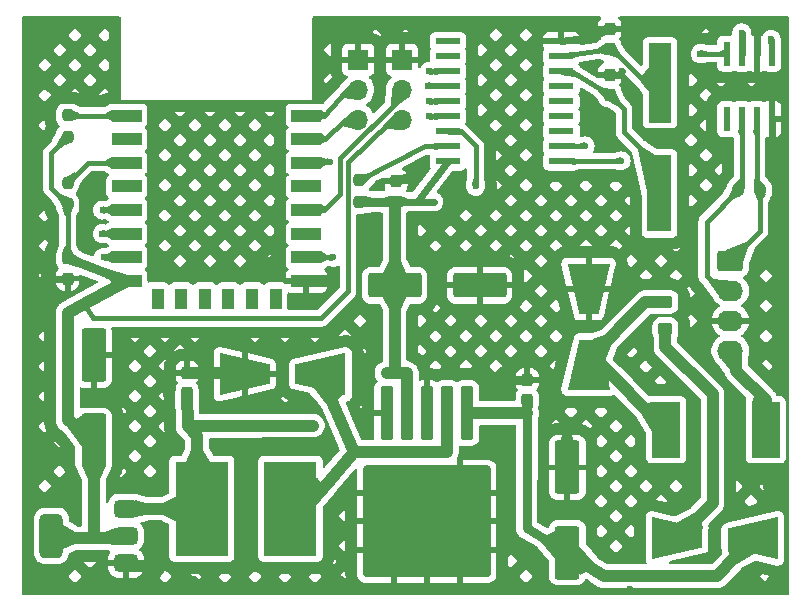
<source format=gbr>
%TF.GenerationSoftware,KiCad,Pcbnew,8.0.8*%
%TF.CreationDate,2025-04-12T20:39:17+03:00*%
%TF.ProjectId,ProPrj_CAN_2025-04-09,50726f50-726a-45f4-9341-4e5f32303235,rev?*%
%TF.SameCoordinates,Original*%
%TF.FileFunction,Copper,L1,Top*%
%TF.FilePolarity,Positive*%
%FSLAX46Y46*%
G04 Gerber Fmt 4.6, Leading zero omitted, Abs format (unit mm)*
G04 Created by KiCad (PCBNEW 8.0.8) date 2025-04-12 20:39:17*
%MOMM*%
%LPD*%
G01*
G04 APERTURE LIST*
G04 Aperture macros list*
%AMRoundRect*
0 Rectangle with rounded corners*
0 $1 Rounding radius*
0 $2 $3 $4 $5 $6 $7 $8 $9 X,Y pos of 4 corners*
0 Add a 4 corners polygon primitive as box body*
4,1,4,$2,$3,$4,$5,$6,$7,$8,$9,$2,$3,0*
0 Add four circle primitives for the rounded corners*
1,1,$1+$1,$2,$3*
1,1,$1+$1,$4,$5*
1,1,$1+$1,$6,$7*
1,1,$1+$1,$8,$9*
0 Add four rect primitives between the rounded corners*
20,1,$1+$1,$2,$3,$4,$5,0*
20,1,$1+$1,$4,$5,$6,$7,0*
20,1,$1+$1,$6,$7,$8,$9,0*
20,1,$1+$1,$8,$9,$2,$3,0*%
%AMOutline4P*
0 Free polygon, 4 corners , with rotation*
0 The origin of the aperture is its center*
0 number of corners: always 4*
0 $1 to $8 corner X, Y*
0 $9 Rotation angle, in degrees counterclockwise*
0 create outline with 4 corners*
4,1,4,$1,$2,$3,$4,$5,$6,$7,$8,$1,$2,$9*%
G04 Aperture macros list end*
%TA.AperFunction,SMDPad,CuDef*%
%ADD10R,4.500000X8.000000*%
%TD*%
%TA.AperFunction,SMDPad,CuDef*%
%ADD11R,1.923006X6.733550*%
%TD*%
%TA.AperFunction,ComponentPad*%
%ADD12C,1.400000*%
%TD*%
%TA.AperFunction,SMDPad,CuDef*%
%ADD13R,2.000000X6.500000*%
%TD*%
%TA.AperFunction,SMDPad,CuDef*%
%ADD14R,0.588000X2.045000*%
%TD*%
%TA.AperFunction,SMDPad,CuDef*%
%ADD15R,2.100000X0.560000*%
%TD*%
%TA.AperFunction,SMDPad,CuDef*%
%ADD16R,2.500000X1.000000*%
%TD*%
%TA.AperFunction,SMDPad,CuDef*%
%ADD17R,1.000000X1.800000*%
%TD*%
%TA.AperFunction,SMDPad,CuDef*%
%ADD18RoundRect,0.250000X-0.300000X2.050000X-0.300000X-2.050000X0.300000X-2.050000X0.300000X2.050000X0*%
%TD*%
%TA.AperFunction,SMDPad,CuDef*%
%ADD19RoundRect,0.250000X-2.375000X2.025000X-2.375000X-2.025000X2.375000X-2.025000X2.375000X2.025000X0*%
%TD*%
%TA.AperFunction,SMDPad,CuDef*%
%ADD20RoundRect,0.250002X-5.149998X4.449998X-5.149998X-4.449998X5.149998X-4.449998X5.149998X4.449998X0*%
%TD*%
%TA.AperFunction,SMDPad,CuDef*%
%ADD21Outline4P,-2.150000X-1.800000X2.150000X-0.800000X2.150000X0.800000X-2.150000X1.800000X270.000000*%
%TD*%
%TA.AperFunction,SMDPad,CuDef*%
%ADD22Outline4P,-2.150000X-1.800000X2.150000X-0.800000X2.150000X0.800000X-2.150000X1.800000X90.000000*%
%TD*%
%TA.AperFunction,SMDPad,CuDef*%
%ADD23RoundRect,0.237500X0.237500X-0.250000X0.237500X0.250000X-0.237500X0.250000X-0.237500X-0.250000X0*%
%TD*%
%TA.AperFunction,SMDPad,CuDef*%
%ADD24RoundRect,0.237500X-0.237500X0.300000X-0.237500X-0.300000X0.237500X-0.300000X0.237500X0.300000X0*%
%TD*%
%TA.AperFunction,SMDPad,CuDef*%
%ADD25RoundRect,0.250001X0.799999X-1.999999X0.799999X1.999999X-0.799999X1.999999X-0.799999X-1.999999X0*%
%TD*%
%TA.AperFunction,SMDPad,CuDef*%
%ADD26RoundRect,0.237500X0.237500X-0.300000X0.237500X0.300000X-0.237500X0.300000X-0.237500X-0.300000X0*%
%TD*%
%TA.AperFunction,SMDPad,CuDef*%
%ADD27Outline4P,-2.150000X-1.800000X2.150000X-0.800000X2.150000X0.800000X-2.150000X1.800000X180.000000*%
%TD*%
%TA.AperFunction,SMDPad,CuDef*%
%ADD28Outline4P,-2.150000X-1.800000X2.150000X-0.800000X2.150000X0.800000X-2.150000X1.800000X0.000000*%
%TD*%
%TA.AperFunction,SMDPad,CuDef*%
%ADD29R,2.387600X4.699000*%
%TD*%
%TA.AperFunction,ComponentPad*%
%ADD30R,1.700000X1.700000*%
%TD*%
%TA.AperFunction,ComponentPad*%
%ADD31O,1.700000X1.700000*%
%TD*%
%TA.AperFunction,SMDPad,CuDef*%
%ADD32RoundRect,0.250000X-0.350000X0.275000X-0.350000X-0.275000X0.350000X-0.275000X0.350000X0.275000X0*%
%TD*%
%TA.AperFunction,SMDPad,CuDef*%
%ADD33RoundRect,0.375000X0.625000X0.375000X-0.625000X0.375000X-0.625000X-0.375000X0.625000X-0.375000X0*%
%TD*%
%TA.AperFunction,SMDPad,CuDef*%
%ADD34RoundRect,0.500000X0.500000X1.400000X-0.500000X1.400000X-0.500000X-1.400000X0.500000X-1.400000X0*%
%TD*%
%TA.AperFunction,ComponentPad*%
%ADD35RoundRect,0.250000X-0.845000X0.620000X-0.845000X-0.620000X0.845000X-0.620000X0.845000X0.620000X0*%
%TD*%
%TA.AperFunction,ComponentPad*%
%ADD36O,2.190000X1.740000*%
%TD*%
%TA.AperFunction,SMDPad,CuDef*%
%ADD37RoundRect,0.237500X0.250000X0.237500X-0.250000X0.237500X-0.250000X-0.237500X0.250000X-0.237500X0*%
%TD*%
%TA.AperFunction,SMDPad,CuDef*%
%ADD38RoundRect,0.250001X-1.999999X-0.799999X1.999999X-0.799999X1.999999X0.799999X-1.999999X0.799999X0*%
%TD*%
%TA.AperFunction,ViaPad*%
%ADD39C,0.600000*%
%TD*%
%TA.AperFunction,Conductor*%
%ADD40C,0.600000*%
%TD*%
%TA.AperFunction,Conductor*%
%ADD41C,0.400000*%
%TD*%
%TA.AperFunction,Conductor*%
%ADD42C,1.000000*%
%TD*%
%TA.AperFunction,Conductor*%
%ADD43C,0.200000*%
%TD*%
%TA.AperFunction,Conductor*%
%ADD44C,0.800000*%
%TD*%
G04 APERTURE END LIST*
D10*
%TO.P,L2,1,1*%
%TO.N,Net-(D3-K)*%
X123250000Y-92200000D03*
%TO.P,L2,2,2*%
%TO.N,VCC*%
X115750000Y-92200000D03*
%TD*%
D11*
%TO.P,Y1,1,1*%
%TO.N,Net-(U2-OSC1)*%
X154538497Y-56116775D03*
D12*
X154425316Y-58386565D03*
%TO.P,Y1,2,2*%
%TO.N,Net-(U2-OSC2)*%
X154425316Y-63262565D03*
D13*
X154500000Y-65500000D03*
%TD*%
D14*
%TO.P,U4,1,TXD*%
%TO.N,Net-(U2-TXCAN)*%
X164010000Y-53655000D03*
%TO.P,U4,2,GND*%
%TO.N,GND*%
X162740000Y-53655000D03*
%TO.P,U4,3,VCC*%
%TO.N,VCC*%
X161470000Y-53655000D03*
%TO.P,U4,4,RXD*%
%TO.N,Net-(U2-RXCAN)*%
X160200000Y-53655000D03*
%TO.P,U4,5,SPLIT*%
%TO.N,unconnected-(U4-SPLIT-Pad5)*%
X160200000Y-59200000D03*
%TO.P,U4,6,CANL*%
%TO.N,Net-(J3-Pin_2)*%
X161470000Y-59200000D03*
%TO.P,U4,7,CANH*%
%TO.N,Net-(J3-Pin_1)*%
X162740000Y-59200000D03*
%TO.P,U4,8,STB*%
%TO.N,GND*%
X164010000Y-59200000D03*
%TD*%
D15*
%TO.P,U2,1,TXCAN*%
%TO.N,Net-(U2-TXCAN)*%
X146200000Y-62780000D03*
%TO.P,U2,2,RXCAN*%
%TO.N,Net-(U2-RXCAN)*%
X146200000Y-61510000D03*
%TO.P,U2,3,CLKOUT/SOF*%
%TO.N,unconnected-(U2-CLKOUT{slash}SOF-Pad3)*%
X146200000Y-60240000D03*
%TO.P,U2,4,~TX0RTS~*%
%TO.N,unconnected-(U2-~TX0RTS~-Pad4)*%
X146200000Y-58970000D03*
%TO.P,U2,5,~TX1RTS~*%
%TO.N,unconnected-(U2-~TX1RTS~-Pad5)*%
X146200000Y-57700000D03*
%TO.P,U2,6,~TX2RTS~*%
%TO.N,unconnected-(U2-~TX2RTS~-Pad6)*%
X146200000Y-56430000D03*
%TO.P,U2,7,OSC2*%
%TO.N,Net-(U2-OSC2)*%
X146200000Y-55160000D03*
%TO.P,U2,8,OSC1*%
%TO.N,Net-(U2-OSC1)*%
X146200000Y-53890000D03*
%TO.P,U2,9,VSS*%
%TO.N,GND*%
X146200000Y-52620000D03*
%TO.P,U2,10,~RX1BF~*%
%TO.N,unconnected-(U2-~RX1BF~-Pad10)*%
X136600000Y-52620000D03*
%TO.P,U2,11,~RX0BF~*%
%TO.N,unconnected-(U2-~RX0BF~-Pad11)*%
X136600000Y-53890000D03*
%TO.P,U2,12,~INT~*%
%TO.N,Net-(U2-~INT~)*%
X136600000Y-55160000D03*
%TO.P,U2,13,SCK*%
%TO.N,Net-(U2-SCK)*%
X136600000Y-56430000D03*
%TO.P,U2,14,SI*%
%TO.N,Net-(U2-SI)*%
X136600000Y-57700000D03*
%TO.P,U2,15,SO*%
%TO.N,Net-(U2-SO)*%
X136600000Y-58970000D03*
%TO.P,U2,16,~CS~*%
%TO.N,Net-(U2-~CS~)*%
X136600000Y-60240000D03*
%TO.P,U2,17,~RESET~*%
%TO.N,Net-(U2-~RESET~)*%
X136600000Y-61510000D03*
%TO.P,U2,18,VDD*%
%TO.N,VCC*%
X136600000Y-62780000D03*
%TD*%
D16*
%TO.P,U5,1,~{RST}*%
%TO.N,Net-(U5-~{RST})*%
X109400000Y-58900000D03*
%TO.P,U5,2,ADC*%
%TO.N,unconnected-(U5-ADC-Pad2)*%
X109400000Y-60900000D03*
%TO.P,U5,3,EN*%
%TO.N,Net-(U5-EN)*%
X109400000Y-62900000D03*
%TO.P,U5,4,GPIO16*%
%TO.N,unconnected-(U5-GPIO16-Pad4)*%
X109400000Y-64900000D03*
%TO.P,U5,5,GPIO14*%
%TO.N,Net-(U2-SCK)*%
X109400000Y-66900000D03*
%TO.P,U5,6,GPIO12*%
%TO.N,Net-(U2-SO)*%
X109400000Y-68900000D03*
%TO.P,U5,7,GPIO13*%
%TO.N,Net-(U2-SI)*%
X109400000Y-70900000D03*
%TO.P,U5,8,VCC*%
%TO.N,+3.3V*%
X109400000Y-72900000D03*
D17*
%TO.P,U5,9,CS0*%
%TO.N,unconnected-(U5-CS0-Pad9)*%
X112000000Y-74400000D03*
%TO.P,U5,10,MISO*%
%TO.N,unconnected-(U5-MISO-Pad10)*%
X114000000Y-74400000D03*
%TO.P,U5,11,GPIO9*%
%TO.N,unconnected-(U5-GPIO9-Pad11)*%
X116000000Y-74400000D03*
%TO.P,U5,12,GPIO10*%
%TO.N,unconnected-(U5-GPIO10-Pad12)*%
X118000000Y-74400000D03*
%TO.P,U5,13,MOSI*%
%TO.N,unconnected-(U5-MOSI-Pad13)*%
X120000000Y-74400000D03*
%TO.P,U5,14,SCLK*%
%TO.N,unconnected-(U5-SCLK-Pad14)*%
X122000000Y-74400000D03*
D16*
%TO.P,U5,15,GND*%
%TO.N,GND*%
X124600000Y-72900000D03*
%TO.P,U5,16,GPIO15*%
%TO.N,Net-(U2-~CS~)*%
X124600000Y-70900000D03*
%TO.P,U5,17,GPIO2*%
%TO.N,unconnected-(U5-GPIO2-Pad17)*%
X124600000Y-68900000D03*
%TO.P,U5,18,GPIO0*%
%TO.N,Net-(J1-Pin_2)*%
X124600000Y-66900000D03*
%TO.P,U5,19,GPIO4*%
%TO.N,unconnected-(U5-GPIO4-Pad19)*%
X124600000Y-64900000D03*
%TO.P,U5,20,GPIO5*%
%TO.N,Net-(U2-~INT~)*%
X124600000Y-62900000D03*
%TO.P,U5,21,GPIO3/RXD*%
%TO.N,Net-(J2-Pin_3)*%
X124600000Y-60900000D03*
%TO.P,U5,22,GPIO1/TXD*%
%TO.N,Net-(J2-Pin_2)*%
X124600000Y-58900000D03*
%TD*%
D18*
%TO.P,U1,1,VIN*%
%TO.N,Net-(D2-K)*%
X138200000Y-84100000D03*
%TO.P,U1,2,OUT*%
%TO.N,Net-(D3-K)*%
X136500000Y-84100000D03*
%TO.P,U1,3,GND*%
%TO.N,GND*%
X134800000Y-84100000D03*
D19*
X137575000Y-90825000D03*
X132025000Y-90825000D03*
D20*
X134800000Y-93250000D03*
D19*
X137575000Y-95675000D03*
X132025000Y-95675000D03*
D18*
%TO.P,U1,4,FB*%
%TO.N,VCC*%
X133100000Y-84100000D03*
%TO.P,U1,5,~{ON}/OFF*%
%TO.N,GND*%
X131400000Y-84100000D03*
%TD*%
D21*
%TO.P,D1,1,A1*%
%TO.N,GND*%
X148500000Y-73600000D03*
D22*
%TO.P,D1,2,A2*%
%TO.N,Net-(D1-A2)*%
X148500000Y-80000000D03*
%TD*%
D23*
%TO.P,R1,1*%
%TO.N,VCC*%
X129100000Y-66212500D03*
%TO.P,R1,2*%
%TO.N,Net-(U2-~RESET~)*%
X129100000Y-64387500D03*
%TD*%
D24*
%TO.P,C9,1*%
%TO.N,+3.3V*%
X104400000Y-70975000D03*
%TO.P,C9,2*%
%TO.N,GND*%
X104400000Y-72700000D03*
%TD*%
D25*
%TO.P,C8,1*%
%TO.N,+3.3V*%
X106600000Y-86400000D03*
%TO.P,C8,2*%
%TO.N,GND*%
X106600000Y-79200000D03*
%TD*%
D26*
%TO.P,C4,1*%
%TO.N,VCC*%
X114500000Y-82400000D03*
%TO.P,C4,2*%
%TO.N,GND*%
X114500000Y-80675000D03*
%TD*%
D27*
%TO.P,D2,1,K*%
%TO.N,Net-(D2-K)*%
X162400000Y-94700000D03*
D28*
%TO.P,D2,2,A*%
%TO.N,Net-(D2-A)*%
X156000000Y-94700000D03*
%TD*%
D29*
%TO.P,F1,1,1*%
%TO.N,Net-(D1-A2)*%
X155084201Y-85500000D03*
%TO.P,F1,2,2*%
%TO.N,+12V*%
X163484199Y-85500000D03*
%TD*%
D30*
%TO.P,J2,1,Pin_1*%
%TO.N,GND*%
X129000000Y-54175000D03*
D31*
%TO.P,J2,2,Pin_2*%
%TO.N,Net-(J2-Pin_2)*%
X129000000Y-56715000D03*
%TO.P,J2,3,Pin_3*%
%TO.N,Net-(J2-Pin_3)*%
X129000000Y-59255000D03*
%TD*%
D27*
%TO.P,D3,1,K*%
%TO.N,Net-(D3-K)*%
X125800000Y-80800000D03*
D28*
%TO.P,D3,2,A*%
%TO.N,GND*%
X119400000Y-80800000D03*
%TD*%
D23*
%TO.P,R2,1*%
%TO.N,+3.3V*%
X104400000Y-60700000D03*
%TO.P,R2,2*%
%TO.N,Net-(U5-~{RST})*%
X104400000Y-58875000D03*
%TD*%
D32*
%TO.P,L1,1,1*%
%TO.N,Net-(D1-A2)*%
X155000000Y-74700000D03*
%TO.P,L1,2,2*%
%TO.N,Net-(D2-A)*%
X155000000Y-77000000D03*
%TD*%
D26*
%TO.P,C2,1*%
%TO.N,Net-(D2-K)*%
X143300000Y-83025000D03*
%TO.P,C2,2*%
%TO.N,GND*%
X143300000Y-81300000D03*
%TD*%
D33*
%TO.P,U3,1,GND*%
%TO.N,GND*%
X109322000Y-96788000D03*
%TO.P,U3,2,VO*%
%TO.N,+3.3V*%
X109322000Y-94488000D03*
D34*
X103022000Y-94488000D03*
D33*
%TO.P,U3,3,VI*%
%TO.N,VCC*%
X109322000Y-92188000D03*
%TD*%
D23*
%TO.P,R3,1*%
%TO.N,+3.3V*%
X104400000Y-66412500D03*
%TO.P,R3,2*%
%TO.N,Net-(U5-EN)*%
X104400000Y-64587500D03*
%TD*%
D35*
%TO.P,J3,1,Pin_1*%
%TO.N,Net-(J3-Pin_1)*%
X160500000Y-71200000D03*
D36*
%TO.P,J3,2,Pin_2*%
%TO.N,Net-(J3-Pin_2)*%
X160500000Y-73740000D03*
%TO.P,J3,3,Pin_3*%
%TO.N,GND*%
X160500000Y-76280000D03*
%TO.P,J3,4,Pin_4*%
%TO.N,+12V*%
X160500000Y-78820000D03*
%TD*%
D24*
%TO.P,C5,1*%
%TO.N,GND*%
X150300000Y-51537500D03*
%TO.P,C5,2*%
%TO.N,Net-(U2-OSC1)*%
X150300000Y-53262500D03*
%TD*%
%TO.P,C6,1*%
%TO.N,GND*%
X150300000Y-55437500D03*
%TO.P,C6,2*%
%TO.N,Net-(U2-OSC2)*%
X150300000Y-57162500D03*
%TD*%
D26*
%TO.P,C7,1*%
%TO.N,VCC*%
X132200000Y-66200000D03*
%TO.P,C7,2*%
%TO.N,GND*%
X132200000Y-64475000D03*
%TD*%
D25*
%TO.P,C3,1*%
%TO.N,Net-(D2-K)*%
X146700000Y-95900000D03*
%TO.P,C3,2*%
%TO.N,GND*%
X146700000Y-88700000D03*
%TD*%
D30*
%TO.P,J1,1,Pin_1*%
%TO.N,GND*%
X132700000Y-54175000D03*
D31*
%TO.P,J1,2,Pin_2*%
%TO.N,Net-(J1-Pin_2)*%
X132700000Y-56715000D03*
%TO.P,J1,3,Pin_3*%
%TO.N,+3.3V*%
X132700000Y-59255000D03*
%TD*%
D37*
%TO.P,R4,1*%
%TO.N,Net-(J3-Pin_1)*%
X163012500Y-65200000D03*
%TO.P,R4,2*%
%TO.N,Net-(J3-Pin_2)*%
X161187500Y-65200000D03*
%TD*%
D38*
%TO.P,C1,1*%
%TO.N,VCC*%
X132080000Y-73279000D03*
%TO.P,C1,2*%
%TO.N,GND*%
X139280000Y-73279000D03*
%TD*%
D39*
%TO.N,GND*%
X106000000Y-68000000D03*
X122000000Y-72000000D03*
X146700000Y-86300000D03*
X164500000Y-90000000D03*
X165000000Y-81500000D03*
X165000000Y-62500000D03*
X165000000Y-68500000D03*
X102000000Y-63750000D03*
X102000000Y-75500000D03*
X102000000Y-87250000D03*
X164500000Y-99000000D03*
X152000000Y-99000000D03*
X139500000Y-99000000D03*
X127000000Y-99000000D03*
X114500000Y-99000000D03*
X102000000Y-99000000D03*
X137500000Y-51000000D03*
X127000000Y-51000000D03*
X164500000Y-51000000D03*
X102000000Y-52000000D03*
X135000000Y-93000000D03*
X131800000Y-95500000D03*
X148500000Y-73100000D03*
X137575000Y-95675000D03*
X103404200Y-72700000D03*
X126873000Y-72900000D03*
X133378300Y-64060900D03*
X137575000Y-90825000D03*
X146700000Y-88700000D03*
X162740000Y-51700000D03*
X131400000Y-84100000D03*
X141700000Y-81300000D03*
X111400000Y-97000000D03*
X117800000Y-80675000D03*
X139280000Y-73279000D03*
X115900000Y-80675000D03*
X106600000Y-79200000D03*
X134800000Y-84100000D03*
X164000000Y-61000000D03*
X131800000Y-90825000D03*
X151355025Y-55144975D03*
X148684353Y-52291353D03*
%TO.N,VCC*%
X125150000Y-85150000D03*
X135382000Y-66200000D03*
X131400000Y-80700000D03*
X161470000Y-51900000D03*
%TO.N,Net-(U2-SO)*%
X135001000Y-58970000D03*
X107315000Y-68900000D03*
%TO.N,Net-(U2-~INT~)*%
X126591683Y-62810876D03*
X135001000Y-55160000D03*
%TO.N,Net-(U2-~CS~)*%
X138938000Y-64897000D03*
X126873000Y-70900000D03*
%TO.N,Net-(U2-SI)*%
X134959000Y-57700000D03*
X107442000Y-70900000D03*
%TO.N,Net-(U2-SCK)*%
X107344000Y-66900000D03*
X134874000Y-56374645D03*
%TO.N,Net-(U2-TXCAN)*%
X163957000Y-52451000D03*
X151248053Y-62741012D03*
%TO.N,Net-(U2-RXCAN)*%
X157958036Y-53664726D03*
X148209000Y-61468000D03*
%TD*%
D40*
%TO.N,GND*%
X151355025Y-55144975D02*
X151062500Y-55437500D01*
X151062500Y-55437500D02*
X150300000Y-55437500D01*
D41*
%TO.N,Net-(U2-OSC1)*%
X154425316Y-57225316D02*
X154425316Y-58386565D01*
X150462500Y-53262500D02*
X154425316Y-57225316D01*
%TO.N,Net-(U2-OSC2)*%
X150300000Y-57162500D02*
X151500000Y-58362500D01*
X151500000Y-58362500D02*
X151500000Y-60337249D01*
X151500000Y-60337249D02*
X154425316Y-63262565D01*
%TO.N,Net-(J3-Pin_2)*%
X158500000Y-67887500D02*
X161187500Y-65200000D01*
X158500000Y-72500000D02*
X158500000Y-67887500D01*
X159740000Y-73740000D02*
X158500000Y-72500000D01*
X161000000Y-73740000D02*
X159740000Y-73740000D01*
%TO.N,Net-(J3-Pin_1)*%
X163012500Y-68687500D02*
X163012500Y-65200000D01*
X160500000Y-71200000D02*
X163012500Y-68687500D01*
D42*
%TO.N,+12V*%
X163484200Y-82984200D02*
X163484200Y-85500000D01*
X161000000Y-80500000D02*
X163484200Y-82984200D01*
X161000000Y-78820000D02*
X161000000Y-80500000D01*
D41*
%TO.N,+3.3V*%
X103000000Y-65012500D02*
X103000000Y-62100000D01*
X103000000Y-62100000D02*
X104400000Y-60700000D01*
X104400000Y-66412500D02*
X103000000Y-65012500D01*
%TO.N,Net-(J1-Pin_2)*%
X127487800Y-62534967D02*
X132700000Y-57322767D01*
X126100000Y-66900000D02*
X127487800Y-65512200D01*
X124600000Y-66900000D02*
X126100000Y-66900000D01*
X127487800Y-65512200D02*
X127487800Y-62534967D01*
D43*
%TO.N,GND*%
X122000000Y-72000000D02*
X122900000Y-72900000D01*
D41*
X122900000Y-72900000D02*
X124600000Y-72900000D01*
D42*
X146700000Y-86300000D02*
X146700000Y-88700000D01*
%TO.N,Net-(D1-A2)*%
X148500000Y-79500000D02*
X153300000Y-74700000D01*
X153300000Y-74700000D02*
X155000000Y-74700000D01*
D43*
X149084201Y-79500000D02*
X148500000Y-79500000D01*
D42*
X155084201Y-85500000D02*
X149084201Y-79500000D01*
%TO.N,Net-(D2-A)*%
X155000000Y-78500000D02*
X155000000Y-77000000D01*
X159000000Y-82500000D02*
X155000000Y-78500000D01*
X159000000Y-91700000D02*
X159000000Y-82500000D01*
X156000000Y-94700000D02*
X159000000Y-91700000D01*
D44*
%TO.N,GND*%
X133378300Y-64060900D02*
X132200000Y-64475000D01*
D42*
X126873000Y-72900000D02*
X124600000Y-72900000D01*
D40*
X146200000Y-52620000D02*
X148684353Y-52291353D01*
X164010000Y-59200000D02*
X164000000Y-61000000D01*
D42*
X114500000Y-80675000D02*
X115900000Y-80675000D01*
D40*
X162740000Y-51700000D02*
X162740000Y-53655000D01*
X148684353Y-52291353D02*
X150300000Y-51537500D01*
X104400000Y-72700000D02*
X103404200Y-72700000D01*
D44*
X143300000Y-81300000D02*
X141700000Y-81300000D01*
D42*
X115900000Y-80675000D02*
X117800000Y-80675000D01*
X111400000Y-97000000D02*
X109350000Y-97000000D01*
%TO.N,VCC*%
X109322000Y-92188000D02*
X115340000Y-92185000D01*
D44*
X132200000Y-66200000D02*
X129100000Y-66212500D01*
D42*
X114554000Y-85217000D02*
X114500000Y-82400000D01*
X133100000Y-80700000D02*
X131400000Y-80700000D01*
X132080000Y-73279000D02*
X132080000Y-80020000D01*
X133100000Y-84100000D02*
X133100000Y-80700000D01*
X114554000Y-85217000D02*
X115340000Y-86003000D01*
D43*
X132080000Y-80020000D02*
X131400000Y-80700000D01*
D40*
X133985000Y-66200000D02*
X136600000Y-62780000D01*
D42*
X125150000Y-85150000D02*
X114554000Y-85217000D01*
X132080000Y-73279000D02*
X132080000Y-66320000D01*
D40*
X135382000Y-66200000D02*
X132200000Y-66200000D01*
D42*
X115340000Y-86003000D02*
X115340000Y-92185000D01*
D40*
X161470000Y-53655000D02*
X161470000Y-51900000D01*
D44*
%TO.N,Net-(D2-K)*%
X146700000Y-95900000D02*
X143256000Y-93853000D01*
D42*
X146700000Y-95900000D02*
X149800000Y-97900000D01*
X159400000Y-97900000D02*
X162400000Y-94700000D01*
X143295737Y-84074000D02*
X138200000Y-84100000D01*
X149800000Y-97900000D02*
X159400000Y-97900000D01*
D44*
X143256000Y-93853000D02*
X143300000Y-83025000D01*
D41*
%TO.N,Net-(U2-OSC1)*%
X146200000Y-53890000D02*
X150300000Y-53262500D01*
%TO.N,Net-(U2-OSC2)*%
X146970000Y-55160000D02*
X150300000Y-57162500D01*
D42*
%TO.N,Net-(D3-K)*%
X136500000Y-84100000D02*
X136500000Y-87400000D01*
X126400000Y-90000000D02*
X128600000Y-87400000D01*
X128600000Y-87400000D02*
X125800000Y-80800000D01*
X124450000Y-92200000D02*
X126400000Y-90000000D01*
X136500000Y-87400000D02*
X128600000Y-87400000D01*
D41*
%TO.N,Net-(J2-Pin_3)*%
X126203300Y-60900000D02*
X127848300Y-59255000D01*
X129000000Y-59255000D02*
X127848300Y-59255000D01*
X124600000Y-60900000D02*
X126203300Y-60900000D01*
%TO.N,Net-(J2-Pin_2)*%
X124600000Y-58900000D02*
X126111000Y-58928000D01*
X126111000Y-58928000D02*
X128016000Y-56769000D01*
X128016000Y-56769000D02*
X129000000Y-56715000D01*
%TO.N,Net-(J3-Pin_1)*%
X162740000Y-59200000D02*
X162740000Y-64927500D01*
%TO.N,Net-(U2-~RESET~)*%
X129100000Y-64387500D02*
X134620000Y-61510000D01*
X134620000Y-61510000D02*
X136600000Y-61510000D01*
%TO.N,Net-(U5-~{RST})*%
X109400000Y-58900000D02*
X104425000Y-58900000D01*
%TO.N,Net-(U5-EN)*%
X106087500Y-62900000D02*
X104400000Y-64587500D01*
X109400000Y-62900000D02*
X106087500Y-62900000D01*
%TO.N,Net-(U2-SO)*%
X136600000Y-58970000D02*
X135001000Y-58970000D01*
X109400000Y-68900000D02*
X107315000Y-68900000D01*
%TO.N,Net-(U2-~INT~)*%
X124600000Y-62900000D02*
X126591683Y-62810876D01*
X136600000Y-55160000D02*
X135001000Y-55160000D01*
%TO.N,Net-(U2-~CS~)*%
X137710000Y-60240000D02*
X138938000Y-61468000D01*
X124600000Y-70900000D02*
X126873000Y-70900000D01*
X136600000Y-60240000D02*
X137710000Y-60240000D01*
X138938000Y-61468000D02*
X138938000Y-64897000D01*
%TO.N,Net-(U2-SI)*%
X109400000Y-70900000D02*
X107442000Y-70900000D01*
X136600000Y-57700000D02*
X134959000Y-57700000D01*
%TO.N,Net-(U2-SCK)*%
X136600000Y-56430000D02*
X134874000Y-56374645D01*
X109400000Y-66900000D02*
X107344000Y-66900000D01*
D42*
%TO.N,+3.3V*%
X104400000Y-84700000D02*
X104400000Y-75600000D01*
X106600000Y-94700000D02*
X106600000Y-86400000D01*
D41*
X128143000Y-62865000D02*
X131699000Y-59436000D01*
X106553000Y-76073000D02*
X125857000Y-76073000D01*
D42*
X104400000Y-75600000D02*
X105738312Y-74877312D01*
D41*
X105738312Y-74877312D02*
X106553000Y-76073000D01*
D42*
X106600000Y-86400000D02*
X104400000Y-84700000D01*
D41*
X104400000Y-66412500D02*
X104400000Y-70975000D01*
D44*
X104400000Y-70975000D02*
X109400000Y-72900000D01*
D41*
X125857000Y-76073000D02*
X128143000Y-73787000D01*
D42*
X106600000Y-94700000D02*
X109350000Y-94700000D01*
X103050000Y-94700000D02*
X106600000Y-94700000D01*
X105738312Y-74877312D02*
X109400000Y-72900000D01*
D41*
X128143000Y-73787000D02*
X128143000Y-62865000D01*
X131699000Y-59436000D02*
X132519000Y-59436000D01*
%TO.N,Net-(U2-TXCAN)*%
X164010000Y-53655000D02*
X163957000Y-52451000D01*
X146200000Y-62780000D02*
X151248053Y-62741012D01*
%TO.N,Net-(U2-RXCAN)*%
X148209000Y-61468000D02*
X146200000Y-61510000D01*
X160200000Y-53655000D02*
X157958036Y-53664726D01*
%TO.N,Net-(J3-Pin_2)*%
X161470000Y-59200000D02*
X161470000Y-64917500D01*
%TD*%
%TA.AperFunction,Conductor*%
%TO.N,GND*%
G36*
X107531101Y-63618170D02*
G01*
X107763395Y-63757547D01*
X107832499Y-63799009D01*
X107879858Y-63850380D01*
X107891925Y-63919199D01*
X107864870Y-63983618D01*
X107843014Y-64004604D01*
X107792452Y-64042455D01*
X107706206Y-64157664D01*
X107706202Y-64157671D01*
X107655908Y-64292517D01*
X107649501Y-64352116D01*
X107649501Y-64352123D01*
X107649500Y-64352135D01*
X107649500Y-65447870D01*
X107649501Y-65447876D01*
X107655908Y-65507483D01*
X107706202Y-65642328D01*
X107706206Y-65642335D01*
X107792452Y-65757544D01*
X107792455Y-65757547D01*
X107843013Y-65795395D01*
X107884884Y-65851328D01*
X107889868Y-65921020D01*
X107856382Y-65982343D01*
X107832499Y-66000990D01*
X107652579Y-66108942D01*
X107584966Y-66126554D01*
X107568396Y-66124926D01*
X107548885Y-66121674D01*
X107528325Y-66116406D01*
X107523250Y-66114630D01*
X107475200Y-66109217D01*
X107468698Y-66108310D01*
X107440671Y-66103639D01*
X107400055Y-66098549D01*
X107398185Y-66098392D01*
X107398184Y-66098392D01*
X107397783Y-66098395D01*
X107388210Y-66098489D01*
X107373128Y-66097716D01*
X107345704Y-66094627D01*
X107344000Y-66094435D01*
X107343999Y-66094435D01*
X107343996Y-66094435D01*
X107164750Y-66114630D01*
X107164745Y-66114631D01*
X106994476Y-66174211D01*
X106841737Y-66270184D01*
X106714184Y-66397737D01*
X106618211Y-66550476D01*
X106558631Y-66720745D01*
X106558630Y-66720750D01*
X106538435Y-66899996D01*
X106538435Y-66900003D01*
X106558630Y-67079249D01*
X106558631Y-67079254D01*
X106618211Y-67249523D01*
X106665322Y-67324499D01*
X106714184Y-67402262D01*
X106841738Y-67529816D01*
X106994478Y-67625789D01*
X107158469Y-67683172D01*
X107164745Y-67685368D01*
X107164750Y-67685369D01*
X107343997Y-67705565D01*
X107344000Y-67705565D01*
X107416472Y-67697398D01*
X107427565Y-67696651D01*
X107440681Y-67696359D01*
X107468705Y-67691688D01*
X107475197Y-67690782D01*
X107523255Y-67685368D01*
X107528312Y-67683597D01*
X107548889Y-67678323D01*
X107568395Y-67675072D01*
X107637757Y-67683468D01*
X107652576Y-67691056D01*
X107823601Y-67793671D01*
X107870960Y-67845042D01*
X107883027Y-67913862D01*
X107855972Y-67978280D01*
X107823601Y-68006329D01*
X107646274Y-68112725D01*
X107578661Y-68130337D01*
X107562093Y-68128709D01*
X107540521Y-68125113D01*
X107519884Y-68121674D01*
X107499325Y-68116406D01*
X107494250Y-68114630D01*
X107446200Y-68109217D01*
X107439698Y-68108310D01*
X107411671Y-68103639D01*
X107371055Y-68098549D01*
X107369185Y-68098392D01*
X107369184Y-68098392D01*
X107368783Y-68098395D01*
X107359210Y-68098489D01*
X107344128Y-68097716D01*
X107321385Y-68095154D01*
X107315000Y-68094435D01*
X107314999Y-68094435D01*
X107314996Y-68094435D01*
X107135750Y-68114630D01*
X107135745Y-68114631D01*
X106965476Y-68174211D01*
X106812737Y-68270184D01*
X106685184Y-68397737D01*
X106589211Y-68550476D01*
X106529631Y-68720745D01*
X106529630Y-68720750D01*
X106509435Y-68899996D01*
X106509435Y-68900003D01*
X106529630Y-69079249D01*
X106529631Y-69079254D01*
X106589211Y-69249523D01*
X106685184Y-69402262D01*
X106812738Y-69529816D01*
X106965478Y-69625789D01*
X107130684Y-69683597D01*
X107135745Y-69685368D01*
X107135750Y-69685369D01*
X107314997Y-69705565D01*
X107315000Y-69705565D01*
X107387472Y-69697398D01*
X107398565Y-69696651D01*
X107411681Y-69696359D01*
X107439705Y-69691688D01*
X107446197Y-69690782D01*
X107494255Y-69685368D01*
X107494264Y-69685365D01*
X107499316Y-69683597D01*
X107519890Y-69678323D01*
X107562092Y-69671289D01*
X107631453Y-69679684D01*
X107646268Y-69687270D01*
X107676760Y-69705565D01*
X107823602Y-69793671D01*
X107870960Y-69845042D01*
X107883027Y-69913862D01*
X107855971Y-69978281D01*
X107823601Y-70006329D01*
X107675625Y-70095114D01*
X107608012Y-70112726D01*
X107597945Y-70112005D01*
X107573200Y-70109217D01*
X107566698Y-70108310D01*
X107538671Y-70103639D01*
X107498055Y-70098549D01*
X107496185Y-70098392D01*
X107496184Y-70098392D01*
X107495783Y-70098395D01*
X107486210Y-70098489D01*
X107471128Y-70097716D01*
X107448027Y-70095114D01*
X107442000Y-70094435D01*
X107441999Y-70094435D01*
X107441996Y-70094435D01*
X107262750Y-70114630D01*
X107262745Y-70114631D01*
X107092476Y-70174211D01*
X106939737Y-70270184D01*
X106812184Y-70397737D01*
X106716210Y-70550478D01*
X106656628Y-70720755D01*
X106655306Y-70726549D01*
X106621192Y-70787524D01*
X106559527Y-70820376D01*
X106489891Y-70814675D01*
X106489866Y-70814665D01*
X105710582Y-70514640D01*
X105690317Y-70503710D01*
X105689918Y-70504360D01*
X105686152Y-70502043D01*
X105398169Y-70352116D01*
X105323365Y-70313172D01*
X105272993Y-70264756D01*
X105266035Y-70250562D01*
X105150130Y-69970133D01*
X105109902Y-69872800D01*
X105100500Y-69825436D01*
X105100500Y-67512063D01*
X105109902Y-67464698D01*
X105124839Y-67428558D01*
X105320621Y-66954868D01*
X105329613Y-66920821D01*
X105331796Y-66913479D01*
X105333150Y-66909394D01*
X105365174Y-66812753D01*
X105375500Y-66711677D01*
X105375499Y-66113324D01*
X105375079Y-66109217D01*
X105365174Y-66012247D01*
X105350014Y-65966497D01*
X105310908Y-65848484D01*
X105220340Y-65701650D01*
X105106371Y-65587681D01*
X105072886Y-65526358D01*
X105077870Y-65456666D01*
X105106371Y-65412319D01*
X105159210Y-65359480D01*
X105220340Y-65298350D01*
X105310908Y-65151516D01*
X105365174Y-64987753D01*
X105369322Y-64947141D01*
X105382432Y-64902985D01*
X105699661Y-64286846D01*
X105722222Y-64255933D01*
X106341337Y-63636819D01*
X106402660Y-63603334D01*
X106429018Y-63600500D01*
X107467305Y-63600500D01*
X107531101Y-63618170D01*
G37*
%TD.AperFunction*%
%TA.AperFunction,Conductor*%
G36*
X135012243Y-62230185D02*
G01*
X135057998Y-62282989D01*
X135067942Y-62352147D01*
X135061385Y-62377835D01*
X135055910Y-62392512D01*
X135055910Y-62392513D01*
X135055909Y-62392517D01*
X135049500Y-62452127D01*
X135049500Y-62452134D01*
X135049500Y-62452135D01*
X135049500Y-63107870D01*
X135049501Y-63107876D01*
X135055908Y-63167483D01*
X135109303Y-63310641D01*
X135106725Y-63311602D01*
X135118561Y-63366065D01*
X135094132Y-63431524D01*
X135093384Y-63432513D01*
X134954329Y-63614375D01*
X133626610Y-65350819D01*
X133570254Y-65392117D01*
X133528107Y-65399500D01*
X133262734Y-65399500D01*
X133225453Y-65393763D01*
X133123525Y-65361631D01*
X133065505Y-65322701D01*
X133037743Y-65258584D01*
X133049053Y-65189635D01*
X133055268Y-65178270D01*
X133110450Y-65088807D01*
X133110453Y-65088800D01*
X133164680Y-64925152D01*
X133174999Y-64824154D01*
X133175000Y-64824141D01*
X133175000Y-64725000D01*
X131225001Y-64725000D01*
X131225001Y-64824154D01*
X131235319Y-64925152D01*
X131289546Y-65088800D01*
X131289549Y-65088807D01*
X131302794Y-65110279D01*
X131321235Y-65177671D01*
X131300313Y-65244335D01*
X131246672Y-65289105D01*
X131214370Y-65298190D01*
X131188788Y-65301754D01*
X131186568Y-65302109D01*
X131167539Y-65303655D01*
X130120573Y-65307876D01*
X130097699Y-65305842D01*
X130093611Y-65305092D01*
X130093605Y-65305091D01*
X130093604Y-65305091D01*
X130066653Y-65302109D01*
X130006393Y-65295441D01*
X129941925Y-65268502D01*
X129902255Y-65210986D01*
X129899979Y-65141154D01*
X129917806Y-65105273D01*
X129916548Y-65104497D01*
X129920338Y-65098351D01*
X129920340Y-65098350D01*
X130010908Y-64951516D01*
X130010911Y-64951504D01*
X130012772Y-64947516D01*
X130032834Y-64917134D01*
X130398193Y-64509661D01*
X130433189Y-64482489D01*
X131043684Y-64164247D01*
X131112227Y-64150714D01*
X131177209Y-64176388D01*
X131187148Y-64190213D01*
X131188681Y-64188681D01*
X131225000Y-64225000D01*
X133174999Y-64225000D01*
X133174999Y-64125860D01*
X133174998Y-64125845D01*
X133164680Y-64024847D01*
X133110453Y-63861199D01*
X133110448Y-63861188D01*
X133019947Y-63714465D01*
X133019944Y-63714461D01*
X132898038Y-63592555D01*
X132898034Y-63592552D01*
X132751307Y-63502049D01*
X132748208Y-63500604D01*
X132746438Y-63499046D01*
X132745156Y-63498255D01*
X132745291Y-63498035D01*
X132695768Y-63454432D01*
X132676615Y-63387239D01*
X132696830Y-63320357D01*
X132743288Y-63278266D01*
X134764681Y-62224543D01*
X134822000Y-62210500D01*
X134945204Y-62210500D01*
X135012243Y-62230185D01*
G37*
%TD.AperFunction*%
%TA.AperFunction,Conductor*%
G36*
X108823039Y-50520185D02*
G01*
X108868794Y-50572989D01*
X108880000Y-50624500D01*
X108880000Y-57600000D01*
X125120000Y-57600000D01*
X125120000Y-55842807D01*
X126128569Y-55842807D01*
X126128569Y-55973428D01*
X126297776Y-56142635D01*
X126302103Y-56137926D01*
X126302822Y-56137150D01*
X126313806Y-56125394D01*
X126314531Y-56124625D01*
X126382615Y-56052988D01*
X126676205Y-55720253D01*
X126684705Y-55709780D01*
X126688633Y-55705176D01*
X126746630Y-55640439D01*
X126770606Y-55613269D01*
X126710421Y-55451904D01*
X126707942Y-55444564D01*
X126696637Y-55407296D01*
X126695669Y-55406328D01*
X126565048Y-55406328D01*
X126128569Y-55842807D01*
X125120000Y-55842807D01*
X125120000Y-53297222D01*
X126128569Y-53297222D01*
X126128569Y-53427844D01*
X126565048Y-53864323D01*
X126652000Y-53864323D01*
X126652000Y-53263823D01*
X126652044Y-53260509D01*
X126652580Y-53240461D01*
X126652713Y-53237145D01*
X126654142Y-53210458D01*
X126654364Y-53207144D01*
X126655977Y-53187095D01*
X126656289Y-53183783D01*
X126667455Y-53079931D01*
X126668522Y-53072262D01*
X126676428Y-53026084D01*
X126677972Y-53018499D01*
X126692315Y-52957788D01*
X126694332Y-52950305D01*
X126707942Y-52905436D01*
X126710421Y-52898097D01*
X126716560Y-52881635D01*
X126695669Y-52860744D01*
X126565048Y-52860744D01*
X126128569Y-53297222D01*
X125120000Y-53297222D01*
X125120000Y-51847193D01*
X130124181Y-51847193D01*
X130148916Y-51851428D01*
X130156501Y-51852972D01*
X130217212Y-51867315D01*
X130224695Y-51869332D01*
X130269564Y-51882942D01*
X130276904Y-51885421D01*
X130474261Y-51959030D01*
X130482441Y-51962419D01*
X130531177Y-51984677D01*
X130539091Y-51988638D01*
X130601681Y-52022815D01*
X130609295Y-52027333D01*
X130654362Y-52056297D01*
X130661632Y-52061345D01*
X130833816Y-52190243D01*
X130840707Y-52195796D01*
X130850000Y-52203848D01*
X130859293Y-52195796D01*
X130866184Y-52190243D01*
X130950524Y-52127105D01*
X130950524Y-52024430D01*
X130759633Y-51833539D01*
X132683420Y-51833539D01*
X132697998Y-51836439D01*
X132700000Y-51837268D01*
X132702002Y-51836439D01*
X132749454Y-51827000D01*
X133298679Y-51827000D01*
X133059630Y-51587951D01*
X132929009Y-51587951D01*
X132683420Y-51833539D01*
X130759633Y-51833539D01*
X130514045Y-51587951D01*
X130383424Y-51587951D01*
X130124181Y-51847193D01*
X125120000Y-51847193D01*
X125120000Y-50624500D01*
X125139685Y-50557461D01*
X125192489Y-50511706D01*
X125244000Y-50500500D01*
X149457155Y-50500500D01*
X149524194Y-50520185D01*
X149569949Y-50572989D01*
X149579893Y-50642147D01*
X149550868Y-50705703D01*
X149544836Y-50712181D01*
X149480055Y-50776961D01*
X149480052Y-50776965D01*
X149389551Y-50923688D01*
X149389546Y-50923699D01*
X149335319Y-51087347D01*
X149325000Y-51188345D01*
X149325000Y-51287500D01*
X151274999Y-51287500D01*
X151274999Y-51188360D01*
X151274998Y-51188345D01*
X151264680Y-51087347D01*
X151210453Y-50923699D01*
X151210448Y-50923688D01*
X151119947Y-50776965D01*
X151119944Y-50776961D01*
X151055164Y-50712181D01*
X151021679Y-50650858D01*
X151026663Y-50581166D01*
X151068535Y-50525233D01*
X151133999Y-50500816D01*
X151142845Y-50500500D01*
X165375500Y-50500500D01*
X165442539Y-50520185D01*
X165488294Y-50572989D01*
X165499500Y-50624500D01*
X165499500Y-99375500D01*
X165479815Y-99442539D01*
X165427011Y-99488294D01*
X165375500Y-99499500D01*
X100624500Y-99499500D01*
X100557461Y-99479815D01*
X100511706Y-99427011D01*
X100500500Y-99375500D01*
X100500500Y-97844950D01*
X104491101Y-97844950D01*
X104491101Y-97975571D01*
X104927580Y-98412050D01*
X105058201Y-98412050D01*
X105494680Y-97975571D01*
X105494680Y-97844950D01*
X105058201Y-97408471D01*
X104927580Y-97408471D01*
X104491101Y-97844950D01*
X100500500Y-97844950D01*
X100500500Y-97239096D01*
X107822000Y-97239096D01*
X107824897Y-97281824D01*
X107870831Y-97466523D01*
X107955390Y-97637022D01*
X107955392Y-97637025D01*
X108074632Y-97785366D01*
X108074633Y-97785367D01*
X108222974Y-97904607D01*
X108222977Y-97904609D01*
X108393476Y-97989168D01*
X108578175Y-98035102D01*
X108620903Y-98038000D01*
X109072000Y-98038000D01*
X109572000Y-98038000D01*
X110023097Y-98038000D01*
X110065824Y-98035102D01*
X110141913Y-98016179D01*
X112168462Y-98016179D01*
X112564333Y-98412050D01*
X112694955Y-98412050D01*
X113131433Y-97975571D01*
X113131433Y-97844949D01*
X113036785Y-97750301D01*
X114768087Y-97750301D01*
X114816395Y-97756661D01*
X114847663Y-97765039D01*
X115127415Y-97880916D01*
X115155449Y-97897101D01*
X115395676Y-98081435D01*
X115418565Y-98104325D01*
X115474876Y-98177711D01*
X115677018Y-97975570D01*
X115677018Y-97844950D01*
X115677017Y-97844949D01*
X117219023Y-97844949D01*
X117219023Y-97975571D01*
X117655502Y-98412050D01*
X117786123Y-98412050D01*
X118222602Y-97975571D01*
X118222602Y-97844950D01*
X119764608Y-97844950D01*
X119764608Y-97975571D01*
X120201087Y-98412050D01*
X120331708Y-98412050D01*
X120768187Y-97975571D01*
X120768187Y-97844950D01*
X120768186Y-97844949D01*
X122310192Y-97844949D01*
X122310192Y-97975571D01*
X122746671Y-98412050D01*
X122877292Y-98412050D01*
X123313771Y-97975571D01*
X123313771Y-97844950D01*
X123313770Y-97844949D01*
X124855777Y-97844949D01*
X124855777Y-97975571D01*
X125292255Y-98412050D01*
X125422877Y-98412050D01*
X125859356Y-97975571D01*
X125859356Y-97844950D01*
X125818578Y-97804172D01*
X127442138Y-97804172D01*
X127627415Y-97880916D01*
X127655449Y-97897101D01*
X127895676Y-98081435D01*
X127918565Y-98104324D01*
X127960708Y-98159246D01*
X127954584Y-98140764D01*
X127952632Y-98134287D01*
X127941896Y-98094792D01*
X127940301Y-98088220D01*
X127928902Y-98034967D01*
X127927667Y-98028317D01*
X127921298Y-97987906D01*
X127920428Y-97981203D01*
X127905876Y-97838759D01*
X127905595Y-97835609D01*
X127904139Y-97816564D01*
X127903938Y-97813419D01*
X127902646Y-97788050D01*
X127902526Y-97784895D01*
X127902041Y-97765824D01*
X127902001Y-97762672D01*
X127902001Y-97749986D01*
X128900001Y-97749986D01*
X128910494Y-97852697D01*
X128965641Y-98019119D01*
X128965643Y-98019124D01*
X129057684Y-98168345D01*
X129181654Y-98292315D01*
X129330875Y-98384356D01*
X129330880Y-98384358D01*
X129497302Y-98439505D01*
X129497310Y-98439506D01*
X129581954Y-98448154D01*
X129589263Y-98449999D01*
X129593695Y-98449999D01*
X129606310Y-98450642D01*
X129613462Y-98451373D01*
X129621420Y-98449999D01*
X131774999Y-98449999D01*
X132275000Y-98449999D01*
X134550000Y-98449999D01*
X135050000Y-98449999D01*
X137324999Y-98449999D01*
X137825000Y-98449999D01*
X139999972Y-98449999D01*
X139999986Y-98449998D01*
X140102697Y-98439505D01*
X140269119Y-98384358D01*
X140269124Y-98384356D01*
X140418345Y-98292315D01*
X140542315Y-98168345D01*
X140634356Y-98019124D01*
X140634358Y-98019119D01*
X140689505Y-97852697D01*
X140689506Y-97852690D01*
X140690297Y-97844950D01*
X142674867Y-97844950D01*
X142674867Y-97975571D01*
X143111346Y-98412050D01*
X143241968Y-98412050D01*
X143678446Y-97975571D01*
X143678446Y-97844949D01*
X143241968Y-97408471D01*
X143111346Y-97408471D01*
X142674867Y-97844950D01*
X140690297Y-97844950D01*
X140699999Y-97749986D01*
X140700000Y-97749973D01*
X140700000Y-96276232D01*
X141698000Y-96276232D01*
X141698000Y-96998704D01*
X141838554Y-97139258D01*
X141969175Y-97139258D01*
X142405654Y-96702779D01*
X142405654Y-96572157D01*
X141969175Y-96135679D01*
X141838554Y-96135679D01*
X141698000Y-96276232D01*
X140700000Y-96276232D01*
X140700000Y-95925000D01*
X137825000Y-95925000D01*
X137825000Y-98449999D01*
X137324999Y-98449999D01*
X137325000Y-98449998D01*
X137325000Y-95925000D01*
X135050000Y-95925000D01*
X135050000Y-98449999D01*
X134550000Y-98449999D01*
X134550000Y-95925000D01*
X132275000Y-95925000D01*
X132275000Y-98449999D01*
X131774999Y-98449999D01*
X131775000Y-98449998D01*
X131775000Y-95925000D01*
X128900001Y-95925000D01*
X128900001Y-97749986D01*
X127902001Y-97749986D01*
X127902001Y-97408471D01*
X127837840Y-97408471D01*
X127442138Y-97804172D01*
X125818578Y-97804172D01*
X125702078Y-97687672D01*
X125641244Y-97694212D01*
X125637939Y-97694522D01*
X125617899Y-97696135D01*
X125614578Y-97696358D01*
X125587895Y-97697786D01*
X125584582Y-97697919D01*
X125564534Y-97698455D01*
X125561220Y-97698499D01*
X125002227Y-97698499D01*
X124855777Y-97844949D01*
X123313770Y-97844949D01*
X123167320Y-97698499D01*
X122456642Y-97698499D01*
X122310192Y-97844949D01*
X120768186Y-97844949D01*
X120557550Y-97634313D01*
X120375498Y-97566413D01*
X120367318Y-97563025D01*
X120318581Y-97540767D01*
X120310667Y-97536805D01*
X120248077Y-97502628D01*
X120240463Y-97498110D01*
X120195396Y-97469146D01*
X120188126Y-97464099D01*
X120163725Y-97445832D01*
X119764608Y-97844950D01*
X118222602Y-97844950D01*
X118075805Y-97698153D01*
X118064534Y-97698455D01*
X118061220Y-97698499D01*
X117365473Y-97698499D01*
X117219023Y-97844949D01*
X115677017Y-97844949D01*
X115530567Y-97698499D01*
X114819889Y-97698499D01*
X114768087Y-97750301D01*
X113036785Y-97750301D01*
X112834537Y-97548053D01*
X112818582Y-97540767D01*
X112810667Y-97536805D01*
X112748077Y-97502628D01*
X112740463Y-97498110D01*
X112695396Y-97469146D01*
X112688126Y-97464099D01*
X112613817Y-97408471D01*
X112609774Y-97408471D01*
X112519084Y-97627415D01*
X112502899Y-97655449D01*
X112318565Y-97895676D01*
X112295676Y-97918565D01*
X112168462Y-98016179D01*
X110141913Y-98016179D01*
X110250523Y-97989168D01*
X110421022Y-97904609D01*
X110421025Y-97904607D01*
X110569366Y-97785367D01*
X110569367Y-97785366D01*
X110688607Y-97637025D01*
X110688609Y-97637022D01*
X110773168Y-97466523D01*
X110819102Y-97281824D01*
X110822000Y-97239096D01*
X110822000Y-97139258D01*
X126668738Y-97139258D01*
X126695669Y-97139258D01*
X127132148Y-96702779D01*
X127132148Y-96572157D01*
X126985186Y-96425195D01*
X126983038Y-96445175D01*
X126981971Y-96452843D01*
X126974064Y-96499029D01*
X126972519Y-96506619D01*
X126958174Y-96567330D01*
X126956158Y-96574809D01*
X126942550Y-96619672D01*
X126940071Y-96627012D01*
X126866413Y-96824502D01*
X126863025Y-96832682D01*
X126840767Y-96881419D01*
X126836805Y-96889333D01*
X126802628Y-96951923D01*
X126798110Y-96959537D01*
X126769146Y-97004604D01*
X126764098Y-97011874D01*
X126668738Y-97139258D01*
X110822000Y-97139258D01*
X110822000Y-97038000D01*
X109572000Y-97038000D01*
X109572000Y-98038000D01*
X109072000Y-98038000D01*
X109072000Y-97038000D01*
X107822000Y-97038000D01*
X107822000Y-97239096D01*
X100500500Y-97239096D01*
X100500500Y-93029966D01*
X101521500Y-93029966D01*
X101521500Y-95946028D01*
X101521501Y-95946034D01*
X101532113Y-96065415D01*
X101588089Y-96261045D01*
X101588090Y-96261048D01*
X101588091Y-96261049D01*
X101682302Y-96441407D01*
X101691627Y-96452843D01*
X101810890Y-96599109D01*
X101893211Y-96666232D01*
X101968593Y-96727698D01*
X102148951Y-96821909D01*
X102344582Y-96877886D01*
X102463963Y-96888500D01*
X103580036Y-96888499D01*
X103699418Y-96877886D01*
X103895049Y-96821909D01*
X104075407Y-96727698D01*
X104105968Y-96702779D01*
X105763893Y-96702779D01*
X106200372Y-97139258D01*
X106330994Y-97139258D01*
X106767472Y-96702779D01*
X106767472Y-96698500D01*
X105763893Y-96698500D01*
X105763893Y-96702779D01*
X104105968Y-96702779D01*
X104233109Y-96599109D01*
X104361698Y-96441407D01*
X104455909Y-96261049D01*
X104511886Y-96065418D01*
X104515940Y-96019810D01*
X104541483Y-95954780D01*
X104593432Y-95915649D01*
X105109624Y-95709355D01*
X105155641Y-95700500D01*
X106501459Y-95700500D01*
X107526720Y-95700500D01*
X107548501Y-95702428D01*
X107557203Y-95703980D01*
X107566240Y-95705593D01*
X107879948Y-95716189D01*
X107946284Y-95738125D01*
X107990230Y-95792443D01*
X107997833Y-95861898D01*
X107972410Y-95917803D01*
X107955391Y-95938975D01*
X107955390Y-95938977D01*
X107870831Y-96109476D01*
X107824897Y-96294175D01*
X107822000Y-96336903D01*
X107822000Y-96538000D01*
X110822000Y-96538000D01*
X110822000Y-96336903D01*
X110819102Y-96294175D01*
X110773168Y-96109476D01*
X110688609Y-95938977D01*
X110688607Y-95938974D01*
X110569367Y-95790633D01*
X110569366Y-95790632D01*
X110500115Y-95734967D01*
X110460196Y-95677624D01*
X110457616Y-95607802D01*
X110493194Y-95547669D01*
X110500089Y-95541694D01*
X110569722Y-95485722D01*
X110689030Y-95337296D01*
X110773641Y-95166693D01*
X110819600Y-94981889D01*
X110822500Y-94939123D01*
X110822499Y-94036878D01*
X110819600Y-93994111D01*
X110773641Y-93809307D01*
X110742841Y-93747204D01*
X110689032Y-93638707D01*
X110689030Y-93638704D01*
X110577809Y-93500338D01*
X110551150Y-93435754D01*
X110563641Y-93367010D01*
X110611314Y-93315931D01*
X110647063Y-93301714D01*
X111137529Y-93190642D01*
X111164853Y-93187581D01*
X112340687Y-93186994D01*
X112396581Y-93200276D01*
X112931338Y-93469962D01*
X112982331Y-93517723D01*
X112999500Y-93580677D01*
X112999500Y-96247870D01*
X112999501Y-96247876D01*
X113005908Y-96307483D01*
X113056202Y-96442328D01*
X113056206Y-96442335D01*
X113142452Y-96557544D01*
X113142455Y-96557547D01*
X113257664Y-96643793D01*
X113257671Y-96643797D01*
X113392517Y-96694091D01*
X113392516Y-96694091D01*
X113399444Y-96694835D01*
X113452127Y-96700500D01*
X118047872Y-96700499D01*
X118107483Y-96694091D01*
X118242331Y-96643796D01*
X118357546Y-96557546D01*
X118443796Y-96442331D01*
X118494091Y-96307483D01*
X118500500Y-96247873D01*
X118500499Y-88152128D01*
X118494091Y-88092517D01*
X118493835Y-88091831D01*
X118443797Y-87957671D01*
X118443793Y-87957664D01*
X118357547Y-87842455D01*
X118357544Y-87842452D01*
X118242335Y-87756206D01*
X118242328Y-87756202D01*
X118107482Y-87705908D01*
X118107483Y-87705908D01*
X118047883Y-87699501D01*
X118047881Y-87699500D01*
X118047873Y-87699500D01*
X118047865Y-87699500D01*
X116789205Y-87699500D01*
X116722166Y-87679815D01*
X116682190Y-87638140D01*
X116357485Y-87083408D01*
X116340500Y-87020768D01*
X116340500Y-86329441D01*
X116360185Y-86262402D01*
X116412989Y-86216647D01*
X116463711Y-86205443D01*
X125254865Y-86149857D01*
X125447912Y-86110186D01*
X125629511Y-86033618D01*
X125792683Y-85923091D01*
X125931156Y-85782855D01*
X126039611Y-85618298D01*
X126113877Y-85435746D01*
X126151103Y-85242213D01*
X126149857Y-85045135D01*
X126110187Y-84852088D01*
X126033618Y-84670489D01*
X125923091Y-84507317D01*
X125923088Y-84507313D01*
X125782860Y-84368847D01*
X125782857Y-84368845D01*
X125782856Y-84368844D01*
X125618299Y-84260389D01*
X125618295Y-84260387D01*
X125435749Y-84186123D01*
X125242216Y-84148897D01*
X125242213Y-84148897D01*
X125057841Y-84150062D01*
X115657799Y-84209499D01*
X115590636Y-84190238D01*
X115544549Y-84137725D01*
X115533038Y-84087880D01*
X115505577Y-82655240D01*
X116749999Y-82655240D01*
X116753537Y-82693238D01*
X116753539Y-82693246D01*
X116799915Y-82829328D01*
X116799919Y-82829336D01*
X116882759Y-82946845D01*
X116882760Y-82946847D01*
X116995348Y-83036257D01*
X116995356Y-83036261D01*
X117128576Y-83090330D01*
X117128575Y-83090330D01*
X117271641Y-83104678D01*
X117309459Y-83099515D01*
X118527089Y-82816345D01*
X122424473Y-82816345D01*
X122746671Y-83138543D01*
X122877292Y-83138543D01*
X123041450Y-82974383D01*
X123039767Y-82973706D01*
X122994437Y-82953684D01*
X122987061Y-82950130D01*
X122928621Y-82919559D01*
X122921497Y-82915528D01*
X122879205Y-82889715D01*
X122872359Y-82885220D01*
X122698635Y-82762751D01*
X122691586Y-82757395D01*
X122650113Y-82723481D01*
X122643467Y-82717638D01*
X122599632Y-82676238D01*
X122556186Y-82717272D01*
X122549540Y-82723115D01*
X122508068Y-82757028D01*
X122501018Y-82762384D01*
X122424473Y-82816345D01*
X118527089Y-82816345D01*
X119149999Y-82671482D01*
X119150000Y-82671481D01*
X119150000Y-82555202D01*
X119650000Y-82555202D01*
X121704304Y-82077458D01*
X121704325Y-82077451D01*
X121779332Y-82050083D01*
X121896848Y-81967239D01*
X121986257Y-81854652D01*
X121986263Y-81854642D01*
X122040330Y-81721425D01*
X122050000Y-81642150D01*
X122050000Y-81050000D01*
X119650000Y-81050000D01*
X119650000Y-82555202D01*
X119150000Y-82555202D01*
X119150000Y-81050000D01*
X116749999Y-81050000D01*
X116749999Y-82655240D01*
X115505577Y-82655240D01*
X115498428Y-82282302D01*
X115478368Y-82190671D01*
X115475499Y-82164153D01*
X115475499Y-82050830D01*
X115475498Y-82050813D01*
X115465174Y-81949747D01*
X115450911Y-81906704D01*
X115410908Y-81785984D01*
X115320340Y-81639150D01*
X115306017Y-81624827D01*
X115272532Y-81563504D01*
X115277516Y-81493812D01*
X115306021Y-81449460D01*
X115319947Y-81435535D01*
X115410448Y-81288811D01*
X115410453Y-81288800D01*
X115464680Y-81125152D01*
X115474999Y-81024154D01*
X115475000Y-81024141D01*
X115475000Y-80925000D01*
X113525001Y-80925000D01*
X113525001Y-81024154D01*
X113535319Y-81125152D01*
X113589546Y-81288800D01*
X113589551Y-81288811D01*
X113680052Y-81435534D01*
X113680055Y-81435538D01*
X113693982Y-81449465D01*
X113727467Y-81510788D01*
X113722483Y-81580480D01*
X113693984Y-81624825D01*
X113679661Y-81639148D01*
X113589093Y-81785981D01*
X113589091Y-81785986D01*
X113566257Y-81854896D01*
X113534826Y-81949747D01*
X113534826Y-81949748D01*
X113534825Y-81949748D01*
X113524500Y-82050815D01*
X113524500Y-82160496D01*
X113522559Y-82182351D01*
X113516277Y-82217433D01*
X113504664Y-82282294D01*
X113497795Y-82320654D01*
X113497794Y-82320658D01*
X113553477Y-85225409D01*
X113553500Y-85227786D01*
X113553500Y-85315547D01*
X113553590Y-85316464D01*
X113553604Y-85316733D01*
X113553767Y-85318282D01*
X113553845Y-85319055D01*
X113554005Y-85320687D01*
X113554049Y-85320973D01*
X113554778Y-85327922D01*
X113554371Y-85327964D01*
X113554452Y-85328692D01*
X113554858Y-85328645D01*
X113555571Y-85334694D01*
X113555571Y-85334698D01*
X113555572Y-85334699D01*
X113574045Y-85419084D01*
X113574343Y-85420442D01*
X113574828Y-85422767D01*
X113591950Y-85508843D01*
X113592210Y-85509700D01*
X113592275Y-85509955D01*
X113592727Y-85511411D01*
X113592950Y-85512137D01*
X113593451Y-85513791D01*
X113593551Y-85514066D01*
X113595613Y-85520709D01*
X113595221Y-85520830D01*
X113595451Y-85521554D01*
X113595840Y-85521428D01*
X113597721Y-85527225D01*
X113632850Y-85607642D01*
X113633779Y-85609826D01*
X113667366Y-85690910D01*
X113667779Y-85691682D01*
X113667915Y-85691967D01*
X113668766Y-85693535D01*
X113669132Y-85694214D01*
X113669821Y-85695503D01*
X113669954Y-85695724D01*
X113673281Y-85701854D01*
X113672919Y-85702050D01*
X113673279Y-85702702D01*
X113673638Y-85702502D01*
X113676610Y-85707814D01*
X113726768Y-85779853D01*
X113728107Y-85781816D01*
X113776857Y-85854776D01*
X113777412Y-85855452D01*
X113777595Y-85855697D01*
X113778665Y-85856985D01*
X113779138Y-85857557D01*
X113780155Y-85858796D01*
X113780344Y-85859003D01*
X113784801Y-85864364D01*
X113784486Y-85864625D01*
X113784963Y-85865192D01*
X113785275Y-85864927D01*
X113789223Y-85869555D01*
X113789227Y-85869560D01*
X113789231Y-85869563D01*
X113789232Y-85869565D01*
X113852507Y-85930459D01*
X113854204Y-85932124D01*
X114303181Y-86381101D01*
X114336666Y-86442424D01*
X114339500Y-86468782D01*
X114339500Y-87060920D01*
X114329770Y-87109070D01*
X114112940Y-87623650D01*
X114068768Y-87677785D01*
X114002340Y-87699446D01*
X113998670Y-87699500D01*
X113452129Y-87699500D01*
X113452123Y-87699501D01*
X113392516Y-87705908D01*
X113257671Y-87756202D01*
X113257664Y-87756206D01*
X113142455Y-87842452D01*
X113142452Y-87842455D01*
X113056206Y-87957664D01*
X113056202Y-87957671D01*
X113005908Y-88092517D01*
X112999501Y-88152116D01*
X112999501Y-88152123D01*
X112999500Y-88152135D01*
X112999500Y-90797554D01*
X112979815Y-90864593D01*
X112930573Y-90908653D01*
X112397115Y-91173092D01*
X112342104Y-91185993D01*
X111163734Y-91186581D01*
X111136476Y-91183562D01*
X110207420Y-90974711D01*
X110203209Y-90973971D01*
X110199561Y-90973331D01*
X110191100Y-90971538D01*
X110163039Y-90964559D01*
X110065892Y-90940400D01*
X110044506Y-90938950D01*
X110023123Y-90937500D01*
X110023120Y-90937500D01*
X108620877Y-90937500D01*
X108620874Y-90937501D01*
X108578113Y-90940399D01*
X108578112Y-90940399D01*
X108393303Y-90986360D01*
X108222707Y-91070967D01*
X108222704Y-91070969D01*
X108074278Y-91190277D01*
X108074277Y-91190278D01*
X107954969Y-91338704D01*
X107954967Y-91338707D01*
X107870360Y-91509302D01*
X107870359Y-91509307D01*
X107844918Y-91611610D01*
X107844835Y-91611942D01*
X107809552Y-91672249D01*
X107747267Y-91703907D01*
X107677753Y-91696866D01*
X107623081Y-91653360D01*
X107600609Y-91587203D01*
X107600500Y-91582015D01*
X107600500Y-89796538D01*
X107611474Y-89745537D01*
X107721147Y-89502504D01*
X108816059Y-89502504D01*
X108876578Y-89502504D01*
X109313057Y-89066025D01*
X109313057Y-88935404D01*
X110855062Y-88935404D01*
X110855062Y-89066025D01*
X111291541Y-89502504D01*
X111422162Y-89502504D01*
X111858641Y-89066025D01*
X111858641Y-88935404D01*
X111422162Y-88498925D01*
X111291541Y-88498925D01*
X110855062Y-88935404D01*
X109313057Y-88935404D01*
X109120028Y-88742375D01*
X109110182Y-88788359D01*
X109108587Y-88794927D01*
X109097856Y-88834400D01*
X109095905Y-88840874D01*
X109023021Y-89060824D01*
X109020554Y-89067602D01*
X109004439Y-89108165D01*
X109001582Y-89114788D01*
X108977029Y-89167442D01*
X108973791Y-89173889D01*
X108953071Y-89212315D01*
X108949462Y-89218565D01*
X108929831Y-89250387D01*
X108816059Y-89502504D01*
X107721147Y-89502504D01*
X108043365Y-88788480D01*
X108050834Y-88774421D01*
X108084814Y-88719334D01*
X108139999Y-88552797D01*
X108150500Y-88450008D01*
X108150500Y-87662612D01*
X109582270Y-87662612D01*
X109582270Y-87793233D01*
X110018749Y-88229712D01*
X110149370Y-88229712D01*
X110585849Y-87793233D01*
X110585849Y-87662612D01*
X110149370Y-87226133D01*
X110018749Y-87226133D01*
X109582270Y-87662612D01*
X108150500Y-87662612D01*
X108150500Y-86389820D01*
X110855062Y-86389820D01*
X110855062Y-86520441D01*
X111291541Y-86956920D01*
X111422162Y-86956920D01*
X111858641Y-86520441D01*
X111858641Y-86389820D01*
X111422162Y-85953341D01*
X111291541Y-85953341D01*
X110855062Y-86389820D01*
X108150500Y-86389820D01*
X108150500Y-85117028D01*
X109582270Y-85117028D01*
X109582270Y-85247649D01*
X110018749Y-85684128D01*
X110149370Y-85684128D01*
X110585849Y-85247649D01*
X110585849Y-85117028D01*
X112127854Y-85117028D01*
X112127854Y-85247649D01*
X112564333Y-85684128D01*
X112609264Y-85684128D01*
X112597640Y-85625694D01*
X112575424Y-85524208D01*
X112574270Y-85518238D01*
X112568176Y-85481970D01*
X112567317Y-85475956D01*
X112565257Y-85458503D01*
X112564921Y-85456329D01*
X112564142Y-85450320D01*
X112563461Y-85443839D01*
X112563442Y-85443706D01*
X112562701Y-85437698D01*
X112562191Y-85432525D01*
X112561582Y-85427359D01*
X112561019Y-85421326D01*
X112560865Y-85419084D01*
X112559128Y-85402504D01*
X112558662Y-85396780D01*
X112558642Y-85396441D01*
X112557891Y-85388793D01*
X112557446Y-85382738D01*
X112555649Y-85346055D01*
X112555500Y-85339988D01*
X112555500Y-85236137D01*
X112545215Y-84699666D01*
X112127854Y-85117028D01*
X110585849Y-85117028D01*
X110149370Y-84680549D01*
X110018749Y-84680549D01*
X109582270Y-85117028D01*
X108150500Y-85117028D01*
X108150500Y-84349992D01*
X108139999Y-84247203D01*
X108084814Y-84080666D01*
X108084597Y-84080315D01*
X107992713Y-83931348D01*
X107992710Y-83931344D01*
X107868655Y-83807289D01*
X107868651Y-83807286D01*
X107719337Y-83715187D01*
X107719335Y-83715186D01*
X107628882Y-83685213D01*
X107552797Y-83660001D01*
X107552795Y-83660000D01*
X107450015Y-83649500D01*
X107450008Y-83649500D01*
X105749992Y-83649500D01*
X105749984Y-83649500D01*
X105647204Y-83660000D01*
X105647200Y-83660001D01*
X105563503Y-83687736D01*
X105493675Y-83690138D01*
X105433633Y-83654406D01*
X105402441Y-83591885D01*
X105400500Y-83570030D01*
X105400500Y-83407757D01*
X108842333Y-83407757D01*
X108949475Y-83581459D01*
X108953082Y-83587706D01*
X108973796Y-83626123D01*
X108977033Y-83632567D01*
X109001583Y-83685213D01*
X109004440Y-83691838D01*
X109020554Y-83732400D01*
X109023021Y-83739177D01*
X109095905Y-83959126D01*
X109097856Y-83965600D01*
X109108587Y-84005073D01*
X109110182Y-84011641D01*
X109121584Y-84064892D01*
X109122819Y-84071543D01*
X109129193Y-84111972D01*
X109130064Y-84118681D01*
X109133694Y-84154219D01*
X109313057Y-83974857D01*
X109313057Y-83844235D01*
X110855062Y-83844235D01*
X110855062Y-83974857D01*
X111291541Y-84411336D01*
X111422162Y-84411336D01*
X111858641Y-83974857D01*
X111858641Y-83844235D01*
X111422162Y-83407757D01*
X111291541Y-83407757D01*
X110855062Y-83844235D01*
X109313057Y-83844235D01*
X108876578Y-83407757D01*
X108842333Y-83407757D01*
X105400500Y-83407757D01*
X105400500Y-82571443D01*
X109582270Y-82571443D01*
X109582270Y-82702064D01*
X110018749Y-83138543D01*
X110149370Y-83138543D01*
X110585849Y-82702064D01*
X110585849Y-82571443D01*
X112127854Y-82571443D01*
X112127854Y-82702064D01*
X112514331Y-83088541D01*
X112499509Y-82315274D01*
X112499542Y-82309187D01*
X112500644Y-82272367D01*
X112500975Y-82266285D01*
X112504845Y-82217433D01*
X112505474Y-82211384D01*
X112508070Y-82191226D01*
X112127854Y-82571443D01*
X110585849Y-82571443D01*
X110149370Y-82134964D01*
X110018749Y-82134964D01*
X109582270Y-82571443D01*
X105400500Y-82571443D01*
X105400500Y-82029442D01*
X105420185Y-81962403D01*
X105472989Y-81916648D01*
X105542147Y-81906704D01*
X105563505Y-81911736D01*
X105647306Y-81939505D01*
X105647310Y-81939506D01*
X105750014Y-81949999D01*
X105750027Y-81950000D01*
X106350000Y-81950000D01*
X106850000Y-81950000D01*
X107449973Y-81950000D01*
X107449985Y-81949999D01*
X107552689Y-81939506D01*
X107552696Y-81939505D01*
X107719118Y-81884358D01*
X107719123Y-81884356D01*
X107868344Y-81792315D01*
X107992315Y-81668344D01*
X108084356Y-81519123D01*
X108084358Y-81519118D01*
X108139505Y-81352696D01*
X108139506Y-81352689D01*
X108145027Y-81298651D01*
X110855062Y-81298651D01*
X110855062Y-81429272D01*
X111291541Y-81865751D01*
X111422162Y-81865751D01*
X111858641Y-81429272D01*
X111858641Y-81298651D01*
X111422162Y-80862172D01*
X111291541Y-80862172D01*
X110855062Y-81298651D01*
X108145027Y-81298651D01*
X108149999Y-81249985D01*
X108150000Y-81249972D01*
X108150000Y-80025859D01*
X109582270Y-80025859D01*
X109582270Y-80156480D01*
X110018749Y-80592959D01*
X110149370Y-80592959D01*
X110585849Y-80156480D01*
X110585849Y-80025859D01*
X112127854Y-80025859D01*
X112127854Y-80156480D01*
X112527000Y-80555626D01*
X112527000Y-80325845D01*
X113525000Y-80325845D01*
X113525000Y-80425000D01*
X114250000Y-80425000D01*
X114750000Y-80425000D01*
X115474999Y-80425000D01*
X115474999Y-80325860D01*
X115474998Y-80325845D01*
X115464680Y-80224847D01*
X115410453Y-80061199D01*
X115410448Y-80061188D01*
X115319947Y-79914465D01*
X115319944Y-79914461D01*
X115198038Y-79792555D01*
X115198034Y-79792552D01*
X115051311Y-79702051D01*
X115051300Y-79702046D01*
X114887652Y-79647819D01*
X114786654Y-79637500D01*
X114750000Y-79637500D01*
X114750000Y-80425000D01*
X114250000Y-80425000D01*
X114250000Y-79637500D01*
X114213361Y-79637500D01*
X114213343Y-79637501D01*
X114112347Y-79647819D01*
X113948699Y-79702046D01*
X113948688Y-79702051D01*
X113801965Y-79792552D01*
X113801961Y-79792555D01*
X113680055Y-79914461D01*
X113680052Y-79914465D01*
X113589551Y-80061188D01*
X113589546Y-80061199D01*
X113535319Y-80224847D01*
X113525000Y-80325845D01*
X112527000Y-80325845D01*
X112527000Y-80313158D01*
X112527040Y-80310006D01*
X112527525Y-80290935D01*
X112527645Y-80287781D01*
X112528937Y-80262410D01*
X112529138Y-80259259D01*
X112530595Y-80240210D01*
X112530876Y-80237064D01*
X112545254Y-80096332D01*
X112546124Y-80089628D01*
X112552494Y-80049215D01*
X112553729Y-80042565D01*
X112565128Y-79989316D01*
X112566724Y-79982744D01*
X112577459Y-79943255D01*
X112579410Y-79936780D01*
X112651338Y-79719714D01*
X112653805Y-79712937D01*
X112669915Y-79672385D01*
X112672770Y-79665765D01*
X112697318Y-79613117D01*
X112700557Y-79606668D01*
X112704650Y-79599075D01*
X112694955Y-79589380D01*
X112564333Y-79589380D01*
X112127854Y-80025859D01*
X110585849Y-80025859D01*
X110149370Y-79589380D01*
X110018749Y-79589380D01*
X109582270Y-80025859D01*
X108150000Y-80025859D01*
X108150000Y-79450000D01*
X106850000Y-79450000D01*
X106850000Y-81950000D01*
X106350000Y-81950000D01*
X106350000Y-79324000D01*
X106369685Y-79256961D01*
X106422489Y-79211206D01*
X106474000Y-79200000D01*
X106600000Y-79200000D01*
X106600000Y-79074000D01*
X106619685Y-79006961D01*
X106672489Y-78961206D01*
X106724000Y-78950000D01*
X108150000Y-78950000D01*
X108150000Y-78753067D01*
X110855062Y-78753067D01*
X110855062Y-78883688D01*
X111291541Y-79320167D01*
X111422162Y-79320167D01*
X111797577Y-78944752D01*
X116750000Y-78944752D01*
X116750000Y-80550000D01*
X119150000Y-80550000D01*
X119650000Y-80550000D01*
X122050000Y-80550000D01*
X122050000Y-79957852D01*
X122040330Y-79878575D01*
X121986263Y-79745358D01*
X121986257Y-79745348D01*
X121896848Y-79632761D01*
X121779331Y-79549916D01*
X121704322Y-79522547D01*
X121704310Y-79522544D01*
X119650000Y-79044795D01*
X119650000Y-80550000D01*
X119150000Y-80550000D01*
X119150000Y-78928517D01*
X119149999Y-78928516D01*
X117309457Y-78500484D01*
X117309451Y-78500483D01*
X117271639Y-78495321D01*
X117128574Y-78509669D01*
X116995355Y-78563738D01*
X116995347Y-78563742D01*
X116882759Y-78653152D01*
X116882758Y-78653154D01*
X116799918Y-78770663D01*
X116799916Y-78770667D01*
X116753538Y-78906760D01*
X116750000Y-78944752D01*
X111797577Y-78944752D01*
X111858641Y-78883688D01*
X111858641Y-78753067D01*
X113400647Y-78753067D01*
X113400647Y-78867512D01*
X113449496Y-78837382D01*
X113455742Y-78833776D01*
X113494168Y-78813057D01*
X113500617Y-78809818D01*
X113553265Y-78785270D01*
X113559885Y-78782415D01*
X113600437Y-78766305D01*
X113607214Y-78763838D01*
X113824283Y-78691909D01*
X113830759Y-78689957D01*
X113870253Y-78679221D01*
X113876826Y-78677626D01*
X113930078Y-78666227D01*
X113936728Y-78664992D01*
X113977138Y-78658623D01*
X113983841Y-78657753D01*
X114124568Y-78643377D01*
X114127709Y-78643096D01*
X114146749Y-78641639D01*
X114149906Y-78641438D01*
X114175269Y-78640147D01*
X114178414Y-78640027D01*
X114197482Y-78639541D01*
X114200639Y-78639501D01*
X114290658Y-78639499D01*
X114056569Y-78405410D01*
X129330075Y-78405410D01*
X129330531Y-78406488D01*
X129333684Y-78414760D01*
X129401096Y-78612573D01*
X129403247Y-78619552D01*
X129415012Y-78662138D01*
X129416748Y-78669230D01*
X129429045Y-78726740D01*
X129430361Y-78733922D01*
X129437042Y-78777606D01*
X129437933Y-78784856D01*
X129445276Y-78863717D01*
X129445510Y-78866586D01*
X129446722Y-78883965D01*
X129446889Y-78886843D01*
X129447963Y-78909985D01*
X129448063Y-78912855D01*
X129448467Y-78930249D01*
X129448500Y-78933128D01*
X129448500Y-79112920D01*
X129677732Y-78883688D01*
X129677732Y-78753067D01*
X129330075Y-78405410D01*
X114056569Y-78405410D01*
X113967747Y-78316588D01*
X113837126Y-78316588D01*
X113400647Y-78753067D01*
X111858641Y-78753067D01*
X111422162Y-78316588D01*
X111291541Y-78316588D01*
X110855062Y-78753067D01*
X108150000Y-78753067D01*
X108150000Y-77771500D01*
X109742874Y-77771500D01*
X110018749Y-78047374D01*
X110149370Y-78047374D01*
X110425245Y-77771500D01*
X112288458Y-77771500D01*
X112564333Y-78047374D01*
X112694955Y-78047374D01*
X112970829Y-77771500D01*
X114834043Y-77771500D01*
X115109918Y-78047374D01*
X115240539Y-78047374D01*
X115516414Y-77771500D01*
X119925212Y-77771500D01*
X120201087Y-78047374D01*
X120331708Y-78047374D01*
X120607583Y-77771500D01*
X122470796Y-77771500D01*
X122746671Y-78047374D01*
X122877292Y-78047374D01*
X123153167Y-77771500D01*
X125016381Y-77771500D01*
X125292255Y-78047374D01*
X125422876Y-78047374D01*
X125698751Y-77771500D01*
X125016381Y-77771500D01*
X123153167Y-77771500D01*
X122470796Y-77771500D01*
X120607583Y-77771500D01*
X119925212Y-77771500D01*
X115516414Y-77771500D01*
X114834043Y-77771500D01*
X112970829Y-77771500D01*
X112288458Y-77771500D01*
X110425245Y-77771500D01*
X109742874Y-77771500D01*
X108150000Y-77771500D01*
X108150000Y-77480274D01*
X127401361Y-77480274D01*
X127401361Y-77589101D01*
X127675718Y-77525298D01*
X127678531Y-77524678D01*
X127695592Y-77521126D01*
X127698421Y-77520571D01*
X127721198Y-77516379D01*
X127724024Y-77515893D01*
X127741186Y-77513143D01*
X127744032Y-77512721D01*
X127822489Y-77502010D01*
X127829755Y-77501235D01*
X127873827Y-77497846D01*
X127881121Y-77497501D01*
X127939933Y-77496451D01*
X127947236Y-77496536D01*
X127991388Y-77498350D01*
X127998672Y-77498864D01*
X128206606Y-77519718D01*
X128215374Y-77520915D01*
X128268149Y-77530047D01*
X128276810Y-77531866D01*
X128346028Y-77549005D01*
X128354541Y-77551438D01*
X128404940Y-77567812D01*
X128404940Y-77480274D01*
X127968461Y-77043795D01*
X127837840Y-77043795D01*
X127401361Y-77480274D01*
X108150000Y-77480274D01*
X108150000Y-77150027D01*
X108149999Y-77150014D01*
X108139506Y-77047310D01*
X108139505Y-77047303D01*
X108102790Y-76936504D01*
X108100388Y-76866675D01*
X108136120Y-76806634D01*
X108198641Y-76775441D01*
X108220496Y-76773500D01*
X125925996Y-76773500D01*
X126052168Y-76748402D01*
X126061328Y-76746580D01*
X126125069Y-76720177D01*
X126188807Y-76693777D01*
X126188808Y-76693776D01*
X126188811Y-76693775D01*
X126303543Y-76617114D01*
X126713175Y-76207482D01*
X128674153Y-76207482D01*
X128674153Y-76338103D01*
X129110632Y-76774582D01*
X129241253Y-76774582D01*
X129677732Y-76338103D01*
X129677732Y-76207482D01*
X129241253Y-75771003D01*
X129110632Y-75771003D01*
X128674153Y-76207482D01*
X126713175Y-76207482D01*
X128687114Y-74233543D01*
X128763775Y-74118811D01*
X128816580Y-73991329D01*
X128831408Y-73916782D01*
X128843500Y-73855993D01*
X128843500Y-67324499D01*
X128863185Y-67257460D01*
X128915989Y-67211705D01*
X128967500Y-67200499D01*
X129386670Y-67200499D01*
X129386676Y-67200499D01*
X129386684Y-67200498D01*
X129386687Y-67200498D01*
X129424791Y-67196605D01*
X129487753Y-67190174D01*
X129492454Y-67188616D01*
X129497403Y-67186976D01*
X129521600Y-67181567D01*
X130101639Y-67111791D01*
X130112999Y-67110139D01*
X130130316Y-67108851D01*
X130955003Y-67105526D01*
X131022118Y-67124940D01*
X131068086Y-67177559D01*
X131079500Y-67229525D01*
X131079500Y-71070393D01*
X131066409Y-71125847D01*
X130799356Y-71659954D01*
X130751769Y-71711113D01*
X130688447Y-71728500D01*
X130029984Y-71728500D01*
X129927204Y-71739000D01*
X129927203Y-71739001D01*
X129760664Y-71794186D01*
X129760662Y-71794187D01*
X129611348Y-71886286D01*
X129611344Y-71886289D01*
X129487289Y-72010344D01*
X129487286Y-72010348D01*
X129395187Y-72159662D01*
X129395186Y-72159664D01*
X129340001Y-72326203D01*
X129340000Y-72326204D01*
X129329500Y-72428984D01*
X129329500Y-74129015D01*
X129340000Y-74231795D01*
X129340001Y-74231797D01*
X129351364Y-74266089D01*
X129395186Y-74398335D01*
X129395187Y-74398337D01*
X129487286Y-74547651D01*
X129487289Y-74547655D01*
X129611344Y-74671710D01*
X129611348Y-74671713D01*
X129760662Y-74763812D01*
X129760664Y-74763813D01*
X129760666Y-74763814D01*
X129927203Y-74818999D01*
X130029992Y-74829500D01*
X130688449Y-74829500D01*
X130755488Y-74849185D01*
X130799357Y-74898045D01*
X131054370Y-75408071D01*
X131066409Y-75432148D01*
X131079500Y-75487602D01*
X131079500Y-79666967D01*
X131059815Y-79734006D01*
X131007011Y-79779761D01*
X131002953Y-79781528D01*
X130926089Y-79813366D01*
X130926079Y-79813371D01*
X130762218Y-79922860D01*
X130762214Y-79922863D01*
X130622863Y-80062214D01*
X130622860Y-80062218D01*
X130513371Y-80226079D01*
X130513364Y-80226092D01*
X130437950Y-80408160D01*
X130437947Y-80408170D01*
X130399500Y-80601456D01*
X130399500Y-80601459D01*
X130399500Y-80798541D01*
X130399500Y-80798543D01*
X130399499Y-80798543D01*
X130437947Y-80991829D01*
X130437950Y-80991839D01*
X130513364Y-81173907D01*
X130513371Y-81173920D01*
X130617871Y-81330315D01*
X130638749Y-81396993D01*
X130620264Y-81464373D01*
X130602451Y-81486886D01*
X130507684Y-81581654D01*
X130415643Y-81730875D01*
X130415641Y-81730880D01*
X130360494Y-81897302D01*
X130360493Y-81897309D01*
X130350000Y-82000013D01*
X130350000Y-83850000D01*
X131276000Y-83850000D01*
X131343039Y-83869685D01*
X131388794Y-83922489D01*
X131400000Y-83974000D01*
X131400000Y-84226000D01*
X131380315Y-84293039D01*
X131327511Y-84338794D01*
X131276000Y-84350000D01*
X130350001Y-84350000D01*
X130350001Y-86199989D01*
X130356428Y-86262899D01*
X130343658Y-86331592D01*
X130295777Y-86382476D01*
X130233070Y-86399500D01*
X129344449Y-86399500D01*
X129277410Y-86379815D01*
X129231655Y-86327011D01*
X129230297Y-86323928D01*
X129222337Y-86305166D01*
X128565125Y-84756022D01*
X128044515Y-83528869D01*
X129128610Y-83528869D01*
X129353828Y-84059740D01*
X129352000Y-84050546D01*
X129352000Y-83518503D01*
X129241253Y-83407757D01*
X129213989Y-83407757D01*
X129128610Y-83528869D01*
X128044515Y-83528869D01*
X127933124Y-83266305D01*
X127925063Y-83196902D01*
X127955804Y-83134158D01*
X128015586Y-83097995D01*
X128034899Y-83094496D01*
X128071544Y-83090822D01*
X128204901Y-83036697D01*
X128317608Y-82947194D01*
X128400533Y-82829563D01*
X128446958Y-82693334D01*
X128450500Y-82655287D01*
X128450500Y-78944706D01*
X128446958Y-78906666D01*
X128400533Y-78770437D01*
X128317607Y-78652806D01*
X128317605Y-78652804D01*
X128204906Y-78563306D01*
X128204902Y-78563304D01*
X128204901Y-78563303D01*
X128158358Y-78544413D01*
X128071545Y-78509179D01*
X128071546Y-78509179D01*
X127928337Y-78494816D01*
X127890489Y-78499983D01*
X123495524Y-79522069D01*
X123420435Y-79549467D01*
X123302807Y-79632391D01*
X123302805Y-79632392D01*
X123213306Y-79745093D01*
X123213301Y-79745101D01*
X123159179Y-79878450D01*
X123159177Y-79878458D01*
X123154786Y-79914461D01*
X123149500Y-79957802D01*
X123149500Y-81642197D01*
X123155952Y-81695095D01*
X123159179Y-81721547D01*
X123213300Y-81854896D01*
X123213306Y-81854906D01*
X123298673Y-81962403D01*
X123302806Y-81967607D01*
X123420437Y-82050533D01*
X123495530Y-82077933D01*
X124877212Y-82399254D01*
X124938048Y-82433611D01*
X124945323Y-82441791D01*
X125559561Y-83197059D01*
X125619799Y-83271127D01*
X125619801Y-83271132D01*
X125730915Y-83407757D01*
X125872182Y-83581459D01*
X125905034Y-83621853D01*
X125922983Y-83651662D01*
X127368427Y-87058780D01*
X127408644Y-87153576D01*
X127416705Y-87222979D01*
X127389152Y-87282101D01*
X126219159Y-88664820D01*
X126160828Y-88703282D01*
X126090963Y-88704102D01*
X126031746Y-88667020D01*
X126001977Y-88603810D01*
X126000499Y-88584723D01*
X126000499Y-88152129D01*
X126000498Y-88152123D01*
X126000497Y-88152116D01*
X125994091Y-88092517D01*
X125993835Y-88091831D01*
X125943797Y-87957671D01*
X125943793Y-87957664D01*
X125857547Y-87842455D01*
X125857544Y-87842452D01*
X125742335Y-87756206D01*
X125742328Y-87756202D01*
X125607482Y-87705908D01*
X125607483Y-87705908D01*
X125547883Y-87699501D01*
X125547881Y-87699500D01*
X125547873Y-87699500D01*
X125547864Y-87699500D01*
X120952129Y-87699500D01*
X120952123Y-87699501D01*
X120892516Y-87705908D01*
X120757671Y-87756202D01*
X120757664Y-87756206D01*
X120642455Y-87842452D01*
X120642452Y-87842455D01*
X120556206Y-87957664D01*
X120556202Y-87957671D01*
X120505908Y-88092517D01*
X120499501Y-88152116D01*
X120499501Y-88152123D01*
X120499500Y-88152135D01*
X120499500Y-96247870D01*
X120499501Y-96247876D01*
X120505908Y-96307483D01*
X120556202Y-96442328D01*
X120556206Y-96442335D01*
X120642452Y-96557544D01*
X120642455Y-96557547D01*
X120757664Y-96643793D01*
X120757671Y-96643797D01*
X120892517Y-96694091D01*
X120892516Y-96694091D01*
X120899444Y-96694835D01*
X120952127Y-96700500D01*
X125547872Y-96700499D01*
X125607483Y-96694091D01*
X125742331Y-96643796D01*
X125857546Y-96557546D01*
X125943796Y-96442331D01*
X125994091Y-96307483D01*
X126000500Y-96247873D01*
X126000500Y-95299365D01*
X127401361Y-95299365D01*
X127401361Y-95429986D01*
X127837840Y-95866465D01*
X127902001Y-95866465D01*
X127902001Y-95724454D01*
X127911440Y-95677001D01*
X127912268Y-95675001D01*
X127911439Y-95672999D01*
X127902000Y-95625546D01*
X127902000Y-95425000D01*
X128900000Y-95425000D01*
X131775000Y-95425000D01*
X132275000Y-95425000D01*
X134550000Y-95425000D01*
X135050000Y-95425000D01*
X137325000Y-95425000D01*
X137825000Y-95425000D01*
X140699999Y-95425000D01*
X140699999Y-93500000D01*
X137825000Y-93500000D01*
X137825000Y-95425000D01*
X137325000Y-95425000D01*
X137325000Y-93500000D01*
X135050000Y-93500000D01*
X135050000Y-95425000D01*
X134550000Y-95425000D01*
X134550000Y-93500000D01*
X132275000Y-93500000D01*
X132275000Y-95425000D01*
X131775000Y-95425000D01*
X131775000Y-93500000D01*
X128900000Y-93500000D01*
X128900000Y-95425000D01*
X127902000Y-95425000D01*
X127902000Y-94862886D01*
X127837840Y-94862886D01*
X127401361Y-95299365D01*
X126000500Y-95299365D01*
X126000499Y-92753781D01*
X127401361Y-92753781D01*
X127401361Y-92884402D01*
X127837840Y-93320881D01*
X127902000Y-93320881D01*
X127902000Y-93299454D01*
X127911439Y-93252002D01*
X127912268Y-93250000D01*
X127911439Y-93247998D01*
X127902000Y-93200546D01*
X127902000Y-93000000D01*
X128900000Y-93000000D01*
X131775000Y-93000000D01*
X132275000Y-93000000D01*
X137325000Y-93000000D01*
X137825000Y-93000000D01*
X140699999Y-93000000D01*
X140699999Y-92906113D01*
X140700000Y-92906092D01*
X140700000Y-91075000D01*
X137825000Y-91075000D01*
X137825000Y-93000000D01*
X137325000Y-93000000D01*
X137325000Y-91075000D01*
X132275000Y-91075000D01*
X132275000Y-93000000D01*
X131775000Y-93000000D01*
X131775000Y-91075000D01*
X128900000Y-91075000D01*
X128900000Y-93000000D01*
X127902000Y-93000000D01*
X127902000Y-92317302D01*
X127837840Y-92317302D01*
X127401361Y-92753781D01*
X126000499Y-92753781D01*
X126000499Y-92132919D01*
X126020184Y-92065881D01*
X126027330Y-92055887D01*
X126926720Y-90921405D01*
X126950431Y-90888921D01*
X126950433Y-90888915D01*
X126953461Y-90884768D01*
X126960824Y-90875624D01*
X127083899Y-90736771D01*
X127099482Y-90721993D01*
X127100116Y-90721490D01*
X127155479Y-90656059D01*
X127157270Y-90653991D01*
X127214084Y-90589896D01*
X127214493Y-90589194D01*
X127226892Y-90571663D01*
X128681341Y-88852768D01*
X128739671Y-88814308D01*
X128809536Y-88813488D01*
X128868753Y-88850570D01*
X128898522Y-88913780D01*
X128900000Y-88932867D01*
X128900000Y-90575000D01*
X137325000Y-90575000D01*
X137825000Y-90575000D01*
X140699999Y-90575000D01*
X140699999Y-88750028D01*
X140699998Y-88750013D01*
X140689505Y-88647302D01*
X140634358Y-88480880D01*
X140634356Y-88480875D01*
X140542315Y-88331654D01*
X140418345Y-88207684D01*
X140269124Y-88115643D01*
X140269119Y-88115641D01*
X140102697Y-88060494D01*
X140102690Y-88060493D01*
X139999986Y-88050000D01*
X137825000Y-88050000D01*
X137825000Y-90575000D01*
X137325000Y-90575000D01*
X137325000Y-88003768D01*
X137344685Y-87936729D01*
X137345898Y-87934877D01*
X137352957Y-87924310D01*
X137386632Y-87873914D01*
X137462051Y-87691835D01*
X137500500Y-87498541D01*
X137500500Y-86979969D01*
X137520185Y-86912930D01*
X137572989Y-86867175D01*
X137642147Y-86857231D01*
X137663492Y-86862260D01*
X137747203Y-86889999D01*
X137849991Y-86900500D01*
X138550008Y-86900499D01*
X138550016Y-86900498D01*
X138550019Y-86900498D01*
X138606302Y-86894748D01*
X138652797Y-86889999D01*
X138819334Y-86834814D01*
X138968656Y-86742712D01*
X139092712Y-86618656D01*
X139184814Y-86469334D01*
X139239999Y-86302797D01*
X139250500Y-86200009D01*
X139250499Y-85218520D01*
X139270183Y-85151482D01*
X139322987Y-85105727D01*
X139373863Y-85094523D01*
X142266005Y-85079766D01*
X142333143Y-85099108D01*
X142379167Y-85151678D01*
X142390636Y-85204268D01*
X142355798Y-93777766D01*
X142354523Y-93795003D01*
X142352074Y-93811939D01*
X142352074Y-93811942D01*
X142355216Y-93871415D01*
X142355388Y-93878458D01*
X142355146Y-93938030D01*
X142358418Y-93954833D01*
X142360530Y-93971988D01*
X142361432Y-93989073D01*
X142361432Y-93989074D01*
X142376123Y-94046817D01*
X142377665Y-94053692D01*
X142389046Y-94112147D01*
X142395531Y-94127985D01*
X142400948Y-94144392D01*
X142405169Y-94160984D01*
X142405171Y-94160988D01*
X142430833Y-94214731D01*
X142433688Y-94221175D01*
X142456258Y-94276299D01*
X142465710Y-94290569D01*
X142474226Y-94305609D01*
X142481598Y-94321049D01*
X142481604Y-94321058D01*
X142517257Y-94368760D01*
X142521315Y-94374523D01*
X142554210Y-94424189D01*
X142566264Y-94436341D01*
X142577550Y-94449430D01*
X142587795Y-94463137D01*
X142632085Y-94502983D01*
X142637165Y-94507822D01*
X142679125Y-94550124D01*
X142679131Y-94550129D01*
X142693321Y-94559694D01*
X142706945Y-94570329D01*
X142719666Y-94581774D01*
X142770871Y-94612209D01*
X142776803Y-94615967D01*
X142826205Y-94649268D01*
X142826211Y-94649271D01*
X142826214Y-94649273D01*
X142842002Y-94655887D01*
X142857436Y-94663659D01*
X144220415Y-95473769D01*
X144253894Y-95502910D01*
X145122339Y-96588785D01*
X145148838Y-96653433D01*
X145149500Y-96666232D01*
X145149500Y-97950015D01*
X145160000Y-98052795D01*
X145160001Y-98052797D01*
X145177076Y-98104325D01*
X145215186Y-98219335D01*
X145215187Y-98219337D01*
X145307286Y-98368651D01*
X145307289Y-98368655D01*
X145431344Y-98492710D01*
X145431348Y-98492713D01*
X145580662Y-98584812D01*
X145580664Y-98584813D01*
X145580666Y-98584814D01*
X145747203Y-98639999D01*
X145849992Y-98650500D01*
X145849997Y-98650500D01*
X147550003Y-98650500D01*
X147550008Y-98650500D01*
X147652797Y-98639999D01*
X147819334Y-98584814D01*
X147968655Y-98492711D01*
X148092711Y-98368655D01*
X148184814Y-98219334D01*
X148184816Y-98219326D01*
X148185913Y-98216977D01*
X148187099Y-98215629D01*
X148188606Y-98213187D01*
X148189023Y-98213444D01*
X148232083Y-98164535D01*
X148299276Y-98145381D01*
X148365520Y-98165179D01*
X148804130Y-98448154D01*
X149249999Y-98735812D01*
X149251665Y-98736906D01*
X149326086Y-98786632D01*
X149326090Y-98786633D01*
X149331461Y-98789505D01*
X149331352Y-98789708D01*
X149334878Y-98791556D01*
X149334984Y-98791352D01*
X149340397Y-98794134D01*
X149340401Y-98794135D01*
X149340405Y-98794138D01*
X149423695Y-98827078D01*
X149425381Y-98827760D01*
X149508165Y-98862051D01*
X149508171Y-98862052D01*
X149513993Y-98863818D01*
X149513925Y-98864040D01*
X149517754Y-98865168D01*
X149517818Y-98864946D01*
X149523674Y-98866620D01*
X149611725Y-98882666D01*
X149613687Y-98883040D01*
X149701458Y-98900500D01*
X149707518Y-98901097D01*
X149707495Y-98901324D01*
X149711471Y-98901683D01*
X149711490Y-98901456D01*
X149717556Y-98901955D01*
X149717560Y-98901954D01*
X149717561Y-98901955D01*
X149807042Y-98900515D01*
X149809036Y-98900500D01*
X159307526Y-98900500D01*
X159327782Y-98902166D01*
X159329831Y-98902505D01*
X159333768Y-98903157D01*
X159411749Y-98900641D01*
X159414154Y-98900564D01*
X159418151Y-98900500D01*
X159498540Y-98900500D01*
X159498541Y-98900500D01*
X159504487Y-98899316D01*
X159524676Y-98896998D01*
X159530746Y-98896803D01*
X159609081Y-98878576D01*
X159612952Y-98877741D01*
X159691835Y-98862051D01*
X159697437Y-98859730D01*
X159716792Y-98853516D01*
X159722702Y-98852142D01*
X159795967Y-98818986D01*
X159799616Y-98817405D01*
X159873914Y-98786632D01*
X159873917Y-98786630D01*
X159878955Y-98783264D01*
X159896732Y-98773389D01*
X159902254Y-98770891D01*
X159967683Y-98724052D01*
X159970872Y-98721845D01*
X160037782Y-98677139D01*
X160042073Y-98672847D01*
X160057577Y-98659700D01*
X160062506Y-98656172D01*
X160117527Y-98597481D01*
X160120217Y-98594702D01*
X160177139Y-98537782D01*
X160180504Y-98532744D01*
X160193143Y-98516823D01*
X160823026Y-97844949D01*
X163039543Y-97844949D01*
X163039543Y-97975571D01*
X163402060Y-98338088D01*
X163581435Y-98104324D01*
X163604324Y-98081435D01*
X163844552Y-97897101D01*
X163872543Y-97880940D01*
X163167512Y-97716979D01*
X163039543Y-97844949D01*
X160823026Y-97844949D01*
X161368022Y-97263620D01*
X161397844Y-97240269D01*
X162565636Y-96585621D01*
X162633737Y-96570011D01*
X162654357Y-96573009D01*
X162766587Y-96599109D01*
X164490480Y-97000015D01*
X164503100Y-97001737D01*
X164528338Y-97005183D01*
X164528339Y-97005182D01*
X164528340Y-97005183D01*
X164671544Y-96990822D01*
X164804901Y-96936697D01*
X164917608Y-96847194D01*
X165000533Y-96729563D01*
X165046958Y-96593334D01*
X165050500Y-96555287D01*
X165050500Y-92844706D01*
X165046958Y-92806666D01*
X165000533Y-92670437D01*
X164917607Y-92552806D01*
X164917605Y-92552804D01*
X164804906Y-92463306D01*
X164804902Y-92463304D01*
X164804901Y-92463303D01*
X164758358Y-92444413D01*
X164671545Y-92409179D01*
X164671546Y-92409179D01*
X164528337Y-92394816D01*
X164490489Y-92399983D01*
X160095524Y-93422069D01*
X160020435Y-93449467D01*
X159902807Y-93532391D01*
X159902805Y-93532392D01*
X159813306Y-93645093D01*
X159813301Y-93645101D01*
X159759179Y-93778450D01*
X159759177Y-93778458D01*
X159754821Y-93814176D01*
X159749500Y-93857802D01*
X159749500Y-95542197D01*
X159755952Y-95595095D01*
X159759179Y-95621547D01*
X159780433Y-95673914D01*
X159788681Y-95706005D01*
X159815115Y-95929875D01*
X159803427Y-95998761D01*
X159782433Y-96029225D01*
X159492524Y-96338462D01*
X159034510Y-96827011D01*
X159003293Y-96860309D01*
X158943081Y-96895753D01*
X158912830Y-96899500D01*
X155422359Y-96899500D01*
X155355320Y-96879815D01*
X155309565Y-96827011D01*
X155299621Y-96757853D01*
X155328646Y-96694297D01*
X155387424Y-96656523D01*
X155394265Y-96654724D01*
X158304472Y-95977932D01*
X158379563Y-95950533D01*
X158497194Y-95867608D01*
X158586697Y-95754901D01*
X158640822Y-95621544D01*
X158650500Y-95542198D01*
X158650500Y-93910834D01*
X158650958Y-93900191D01*
X158654191Y-93862660D01*
X158654192Y-93862654D01*
X158635702Y-93537824D01*
X158651545Y-93469776D01*
X158671817Y-93443102D01*
X159777140Y-92337781D01*
X159886632Y-92173914D01*
X159962052Y-91991835D01*
X160000500Y-91798540D01*
X160000500Y-91601459D01*
X160000500Y-91480989D01*
X161766750Y-91480989D01*
X161766750Y-91611610D01*
X162088981Y-91933841D01*
X162556920Y-91825017D01*
X162770329Y-91611609D01*
X162770329Y-91480988D01*
X162333851Y-91044510D01*
X162203229Y-91044510D01*
X161766750Y-91480989D01*
X160000500Y-91480989D01*
X160000500Y-90775297D01*
X160998500Y-90775297D01*
X161061058Y-90775297D01*
X161497537Y-90338818D01*
X161497537Y-90208196D01*
X163039543Y-90208196D01*
X163039543Y-90338818D01*
X163476022Y-90775297D01*
X163489064Y-90775297D01*
X163397101Y-90655449D01*
X163380916Y-90627415D01*
X163265039Y-90347663D01*
X163256661Y-90316395D01*
X163218815Y-90028923D01*
X163039543Y-90208196D01*
X161497537Y-90208196D01*
X161061058Y-89771718D01*
X160998500Y-89771718D01*
X160998500Y-90775297D01*
X160000500Y-90775297D01*
X160000500Y-82401459D01*
X160000500Y-82401456D01*
X159970338Y-82249827D01*
X159962051Y-82208165D01*
X159959871Y-82202903D01*
X159955034Y-82191226D01*
X159929499Y-82129577D01*
X159913305Y-82090481D01*
X159886632Y-82026086D01*
X159886630Y-82026084D01*
X159886630Y-82026082D01*
X159777140Y-81862219D01*
X159769563Y-81854642D01*
X159637782Y-81722861D01*
X159637781Y-81722860D01*
X156036819Y-78121898D01*
X156003334Y-78060575D01*
X156000500Y-78034217D01*
X156000500Y-77685132D01*
X156018960Y-77620036D01*
X156034814Y-77594334D01*
X156089999Y-77427797D01*
X156100500Y-77325009D01*
X156100499Y-76674992D01*
X156096609Y-76636915D01*
X156089999Y-76572203D01*
X156089998Y-76572200D01*
X156076014Y-76530000D01*
X156034814Y-76405666D01*
X155942712Y-76256344D01*
X155818656Y-76132288D01*
X155669334Y-76040186D01*
X155502797Y-75985001D01*
X155502795Y-75985000D01*
X155400010Y-75974500D01*
X154599998Y-75974500D01*
X154599980Y-75974501D01*
X154497203Y-75985000D01*
X154497200Y-75985001D01*
X154330668Y-76040185D01*
X154330663Y-76040187D01*
X154181342Y-76132289D01*
X154057289Y-76256342D01*
X153965187Y-76405663D01*
X153965186Y-76405666D01*
X153910001Y-76572203D01*
X153910001Y-76572204D01*
X153910000Y-76572204D01*
X153899500Y-76674983D01*
X153899500Y-77325001D01*
X153899501Y-77325019D01*
X153910000Y-77427796D01*
X153910001Y-77427799D01*
X153956397Y-77567812D01*
X153965186Y-77594334D01*
X153981039Y-77620036D01*
X153999500Y-77685132D01*
X153999500Y-78598544D01*
X154018724Y-78695188D01*
X154033691Y-78770435D01*
X154033692Y-78770435D01*
X154033692Y-78770437D01*
X154035118Y-78777606D01*
X154037950Y-78791838D01*
X154113364Y-78973907D01*
X154113371Y-78973920D01*
X154222859Y-79137780D01*
X154222860Y-79137781D01*
X154222861Y-79137782D01*
X154362218Y-79277139D01*
X154362219Y-79277139D01*
X154369286Y-79284206D01*
X154369285Y-79284206D01*
X154369289Y-79284209D01*
X157963181Y-82878101D01*
X157996666Y-82939424D01*
X157999500Y-82965782D01*
X157999500Y-91234216D01*
X157979815Y-91301255D01*
X157963181Y-91321897D01*
X157132863Y-92152214D01*
X157103155Y-92174146D01*
X155872122Y-92825226D01*
X155803658Y-92839168D01*
X155786061Y-92836390D01*
X155658252Y-92806667D01*
X155200750Y-92700271D01*
X153909518Y-92399984D01*
X153871661Y-92394816D01*
X153728454Y-92409178D01*
X153595101Y-92463301D01*
X153595093Y-92463306D01*
X153482392Y-92552805D01*
X153482391Y-92552806D01*
X153399469Y-92670433D01*
X153399466Y-92670437D01*
X153371064Y-92753781D01*
X153353043Y-92806665D01*
X153353042Y-92806667D01*
X153349500Y-92844701D01*
X153349500Y-96555301D01*
X153353041Y-96593332D01*
X153363065Y-96622746D01*
X153398831Y-96727698D01*
X153401491Y-96735501D01*
X153404483Y-96805307D01*
X153369261Y-96865649D01*
X153307007Y-96897369D01*
X153284119Y-96899500D01*
X150131262Y-96899500D01*
X150064223Y-96879815D01*
X150064038Y-96879697D01*
X150061229Y-96877885D01*
X149629128Y-96599109D01*
X149225126Y-96338462D01*
X149197732Y-96314411D01*
X148337936Y-95299365D01*
X150311621Y-95299365D01*
X150311621Y-95429986D01*
X150748100Y-95866465D01*
X150878721Y-95866465D01*
X151315200Y-95429986D01*
X151315200Y-95299365D01*
X150878721Y-94862886D01*
X150748100Y-94862886D01*
X150311621Y-95299365D01*
X148337936Y-95299365D01*
X148279882Y-95230828D01*
X148251572Y-95166951D01*
X148250500Y-95150682D01*
X148250500Y-93849997D01*
X148250499Y-93849984D01*
X148247269Y-93818371D01*
X148247166Y-93817366D01*
X149248033Y-93817366D01*
X149248460Y-93834145D01*
X149248500Y-93837297D01*
X149248500Y-94366866D01*
X149475307Y-94593673D01*
X149605929Y-94593673D01*
X150042407Y-94157194D01*
X150042407Y-94026573D01*
X151584413Y-94026573D01*
X151584413Y-94157194D01*
X152020892Y-94593673D01*
X152151513Y-94593673D01*
X152351500Y-94393686D01*
X152351500Y-93790081D01*
X152151513Y-93590094D01*
X152020892Y-93590094D01*
X151584413Y-94026573D01*
X150042407Y-94026573D01*
X150042407Y-94026572D01*
X149605929Y-93590094D01*
X149475307Y-93590094D01*
X149248033Y-93817366D01*
X148247166Y-93817366D01*
X148239999Y-93747203D01*
X148184814Y-93580666D01*
X148183002Y-93577729D01*
X148092713Y-93431348D01*
X148092710Y-93431344D01*
X147968655Y-93307289D01*
X147968651Y-93307286D01*
X147819337Y-93215187D01*
X147819335Y-93215186D01*
X147730415Y-93185721D01*
X147652797Y-93160001D01*
X147652795Y-93160000D01*
X147550015Y-93149500D01*
X147550008Y-93149500D01*
X145849992Y-93149500D01*
X145849984Y-93149500D01*
X145747204Y-93160000D01*
X145747203Y-93160001D01*
X145580664Y-93215186D01*
X145580662Y-93215187D01*
X145431348Y-93307286D01*
X145431344Y-93307289D01*
X145307289Y-93431344D01*
X145307286Y-93431348D01*
X145215187Y-93580662D01*
X145215186Y-93580665D01*
X145162058Y-93740994D01*
X145122285Y-93798439D01*
X145097175Y-93814176D01*
X145076387Y-93823964D01*
X145007349Y-93834713D01*
X144960209Y-93818371D01*
X144219516Y-93378127D01*
X144171944Y-93326953D01*
X144158872Y-93271030D01*
X144159029Y-93232481D01*
X144160974Y-92753781D01*
X150311621Y-92753781D01*
X150311621Y-92884402D01*
X150748100Y-93320881D01*
X150878721Y-93320881D01*
X151315200Y-92884402D01*
X151315200Y-92753781D01*
X150878721Y-92317302D01*
X150748100Y-92317302D01*
X150311621Y-92753781D01*
X144160974Y-92753781D01*
X144165928Y-91534849D01*
X149038828Y-91534849D01*
X149038828Y-91611610D01*
X149475307Y-92048089D01*
X149605929Y-92048089D01*
X150042407Y-91611610D01*
X150042407Y-91480989D01*
X151584413Y-91480989D01*
X151584413Y-91611610D01*
X152020892Y-92048089D01*
X152151513Y-92048089D01*
X152587992Y-91611610D01*
X152587992Y-91480989D01*
X152543886Y-91436883D01*
X154174102Y-91436883D01*
X155094302Y-91650882D01*
X155133576Y-91611608D01*
X155133576Y-91480989D01*
X154697097Y-91044510D01*
X154566476Y-91044510D01*
X154174102Y-91436883D01*
X152543886Y-91436883D01*
X152151513Y-91044510D01*
X152020892Y-91044510D01*
X151584413Y-91480989D01*
X150042407Y-91480989D01*
X150042407Y-91480988D01*
X149605929Y-91044510D01*
X149475307Y-91044510D01*
X149097529Y-91422286D01*
X149076587Y-91467201D01*
X149073349Y-91473648D01*
X149052631Y-91512073D01*
X149049023Y-91518321D01*
X149038828Y-91534849D01*
X144165928Y-91534849D01*
X144169117Y-90749985D01*
X145150000Y-90749985D01*
X145160493Y-90852689D01*
X145160494Y-90852696D01*
X145215641Y-91019118D01*
X145215643Y-91019123D01*
X145307684Y-91168344D01*
X145431655Y-91292315D01*
X145580876Y-91384356D01*
X145580881Y-91384358D01*
X145747303Y-91439505D01*
X145747310Y-91439506D01*
X145850014Y-91449999D01*
X145850027Y-91450000D01*
X146450000Y-91450000D01*
X146950000Y-91450000D01*
X147549973Y-91450000D01*
X147549985Y-91449999D01*
X147652689Y-91439506D01*
X147652696Y-91439505D01*
X147819118Y-91384358D01*
X147819123Y-91384356D01*
X147968344Y-91292315D01*
X148092315Y-91168344D01*
X148184356Y-91019123D01*
X148184358Y-91019118D01*
X148239505Y-90852696D01*
X148239506Y-90852689D01*
X148249999Y-90749985D01*
X148250000Y-90749972D01*
X148250000Y-90208196D01*
X150311621Y-90208196D01*
X150311621Y-90338818D01*
X150748100Y-90775297D01*
X150878721Y-90775297D01*
X151315200Y-90338818D01*
X151315200Y-90208196D01*
X152857205Y-90208196D01*
X152857205Y-90338818D01*
X153293684Y-90775297D01*
X153424305Y-90775297D01*
X153860784Y-90338818D01*
X153860784Y-90208196D01*
X155402789Y-90208196D01*
X155402789Y-90338818D01*
X155839268Y-90775297D01*
X155969890Y-90775297D01*
X156406368Y-90338818D01*
X156406368Y-90208196D01*
X155969890Y-89771718D01*
X155839268Y-89771718D01*
X155402789Y-90208196D01*
X153860784Y-90208196D01*
X153424305Y-89771718D01*
X153293684Y-89771718D01*
X152857205Y-90208196D01*
X151315200Y-90208196D01*
X150878721Y-89771718D01*
X150748100Y-89771718D01*
X150311621Y-90208196D01*
X148250000Y-90208196D01*
X148250000Y-88950000D01*
X146950000Y-88950000D01*
X146950000Y-91450000D01*
X146450000Y-91450000D01*
X146450000Y-88950000D01*
X145150000Y-88950000D01*
X145150000Y-90749985D01*
X144169117Y-90749985D01*
X144177325Y-88730084D01*
X149244147Y-88730084D01*
X149248000Y-88749454D01*
X149248000Y-89275197D01*
X149475307Y-89502504D01*
X149605929Y-89502504D01*
X150042407Y-89066025D01*
X150042407Y-88935404D01*
X151584413Y-88935404D01*
X151584413Y-89066025D01*
X152020892Y-89502504D01*
X152151513Y-89502504D01*
X152587992Y-89066025D01*
X152587992Y-88935404D01*
X152151513Y-88498925D01*
X152020892Y-88498925D01*
X151584413Y-88935404D01*
X150042407Y-88935404D01*
X150042407Y-88935403D01*
X149605929Y-88498925D01*
X149475307Y-88498925D01*
X149244147Y-88730084D01*
X144177325Y-88730084D01*
X144185777Y-86650014D01*
X145150000Y-86650014D01*
X145150000Y-88450000D01*
X146450000Y-88450000D01*
X146950000Y-88450000D01*
X148250000Y-88450000D01*
X148250000Y-87662612D01*
X150311621Y-87662612D01*
X150311621Y-87793233D01*
X150748100Y-88229712D01*
X150878721Y-88229712D01*
X151315200Y-87793233D01*
X151315200Y-87662612D01*
X150878721Y-87226133D01*
X150748100Y-87226133D01*
X150311621Y-87662612D01*
X148250000Y-87662612D01*
X148250000Y-86650027D01*
X148249999Y-86650014D01*
X148239506Y-86547310D01*
X148239505Y-86547303D01*
X148184358Y-86380881D01*
X148184356Y-86380876D01*
X148097280Y-86239704D01*
X149188942Y-86239704D01*
X149195411Y-86259224D01*
X149197362Y-86265698D01*
X149208092Y-86305166D01*
X149209686Y-86311734D01*
X149221088Y-86364983D01*
X149222324Y-86371634D01*
X149228699Y-86412068D01*
X149229570Y-86418777D01*
X149244124Y-86561233D01*
X149244405Y-86564379D01*
X149245862Y-86583428D01*
X149246063Y-86586579D01*
X149247355Y-86611950D01*
X149247475Y-86615104D01*
X149247960Y-86634175D01*
X149248000Y-86637327D01*
X149248000Y-86729613D01*
X149475307Y-86956920D01*
X149605929Y-86956920D01*
X150042407Y-86520441D01*
X150042407Y-86389820D01*
X151584413Y-86389820D01*
X151584413Y-86520441D01*
X152020892Y-86956920D01*
X152151513Y-86956920D01*
X152391901Y-86716531D01*
X152391901Y-86193729D01*
X152151513Y-85953341D01*
X152020892Y-85953341D01*
X151584413Y-86389820D01*
X150042407Y-86389820D01*
X150042407Y-86389819D01*
X149605929Y-85953341D01*
X149475307Y-85953341D01*
X149188942Y-86239704D01*
X148097280Y-86239704D01*
X148092315Y-86231655D01*
X147968344Y-86107684D01*
X147819123Y-86015643D01*
X147819118Y-86015641D01*
X147652696Y-85960494D01*
X147652689Y-85960493D01*
X147549985Y-85950000D01*
X146950000Y-85950000D01*
X146950000Y-88450000D01*
X146450000Y-88450000D01*
X146450000Y-85950000D01*
X145850014Y-85950000D01*
X145747310Y-85960493D01*
X145747303Y-85960494D01*
X145580881Y-86015641D01*
X145580876Y-86015643D01*
X145431655Y-86107684D01*
X145307684Y-86231655D01*
X145215643Y-86380876D01*
X145215641Y-86380881D01*
X145160494Y-86547303D01*
X145160493Y-86547310D01*
X145150000Y-86650014D01*
X144185777Y-86650014D01*
X144192208Y-85067198D01*
X145270281Y-85067198D01*
X145459225Y-85004589D01*
X145465698Y-85002638D01*
X145505166Y-84991908D01*
X145508129Y-84991189D01*
X147891874Y-84991189D01*
X147894834Y-84991908D01*
X147934302Y-85002638D01*
X147940775Y-85004589D01*
X148160604Y-85077433D01*
X148167381Y-85079900D01*
X148207933Y-85096010D01*
X148214554Y-85098865D01*
X148267201Y-85123413D01*
X148273648Y-85126651D01*
X148312073Y-85147369D01*
X148318321Y-85150976D01*
X148516992Y-85273517D01*
X148523020Y-85277482D01*
X148558780Y-85302522D01*
X148564566Y-85306830D01*
X148610132Y-85342860D01*
X148615658Y-85347497D01*
X148644287Y-85372976D01*
X148769615Y-85247649D01*
X148769615Y-85117028D01*
X150311621Y-85117028D01*
X150311621Y-85247649D01*
X150748100Y-85684128D01*
X150878721Y-85684128D01*
X151315200Y-85247649D01*
X151315200Y-85117028D01*
X150878721Y-84680549D01*
X150748100Y-84680549D01*
X150311621Y-85117028D01*
X148769615Y-85117028D01*
X148333136Y-84680549D01*
X148202515Y-84680549D01*
X147891874Y-84991189D01*
X145508129Y-84991189D01*
X145511734Y-84990314D01*
X145564983Y-84978912D01*
X145571634Y-84977676D01*
X145612068Y-84971301D01*
X145618777Y-84970430D01*
X145761233Y-84955876D01*
X145764379Y-84955595D01*
X145783428Y-84954138D01*
X145786579Y-84953937D01*
X145811950Y-84952645D01*
X145815104Y-84952525D01*
X145834175Y-84952040D01*
X145837327Y-84952000D01*
X146059003Y-84952000D01*
X145787552Y-84680549D01*
X145656931Y-84680549D01*
X145270281Y-85067198D01*
X144192208Y-85067198D01*
X144194335Y-84543799D01*
X144203532Y-84497436D01*
X144259264Y-84360923D01*
X144296726Y-84167435D01*
X144295721Y-83970355D01*
X144269964Y-83844235D01*
X146493244Y-83844235D01*
X146493244Y-83974857D01*
X146929723Y-84411336D01*
X147060344Y-84411336D01*
X147496823Y-83974857D01*
X147496823Y-83844235D01*
X149038828Y-83844235D01*
X149038828Y-83974857D01*
X149475307Y-84411336D01*
X149605929Y-84411336D01*
X150042407Y-83974857D01*
X150042407Y-83844235D01*
X149846672Y-83648500D01*
X149234564Y-83648500D01*
X149038828Y-83844235D01*
X147496823Y-83844235D01*
X147301087Y-83648500D01*
X146688980Y-83648500D01*
X146493244Y-83844235D01*
X144269964Y-83844235D01*
X144256286Y-83777260D01*
X144250475Y-83763433D01*
X144241536Y-83701838D01*
X144275438Y-83393683D01*
X144277832Y-83313019D01*
X144277645Y-83309300D01*
X144277586Y-83308987D01*
X144277511Y-83308167D01*
X144277160Y-83305178D01*
X144277235Y-83305169D01*
X144275499Y-83286327D01*
X144275499Y-82675830D01*
X144275498Y-82675813D01*
X144265174Y-82574747D01*
X144258697Y-82555202D01*
X144210908Y-82410984D01*
X144120340Y-82264150D01*
X144106017Y-82249827D01*
X144072532Y-82188504D01*
X144076835Y-82128338D01*
X146194816Y-82128338D01*
X146209178Y-82271545D01*
X146263301Y-82404898D01*
X146263306Y-82404906D01*
X146346991Y-82510286D01*
X146352806Y-82517608D01*
X146470437Y-82600533D01*
X146606666Y-82646958D01*
X146639353Y-82650001D01*
X146644701Y-82650499D01*
X146644703Y-82650499D01*
X146644713Y-82650500D01*
X146644723Y-82650500D01*
X150355287Y-82650500D01*
X150355294Y-82650500D01*
X150393334Y-82646958D01*
X150529563Y-82600533D01*
X150562220Y-82577511D01*
X150585159Y-82561340D01*
X150651293Y-82538801D01*
X150719115Y-82555595D01*
X150744286Y-82575005D01*
X151577037Y-83407757D01*
X152406889Y-84237609D01*
X152425537Y-84261492D01*
X153338892Y-85783750D01*
X153338895Y-85783752D01*
X153372230Y-85839311D01*
X153389901Y-85903107D01*
X153389901Y-87897370D01*
X153389902Y-87897376D01*
X153396309Y-87956983D01*
X153446603Y-88091828D01*
X153446607Y-88091835D01*
X153532853Y-88207044D01*
X153532856Y-88207047D01*
X153648065Y-88293293D01*
X153648072Y-88293297D01*
X153782918Y-88343591D01*
X153782917Y-88343591D01*
X153789845Y-88344335D01*
X153842528Y-88350000D01*
X156325873Y-88349999D01*
X156385484Y-88343591D01*
X156520332Y-88293296D01*
X156635547Y-88207046D01*
X156721797Y-88091831D01*
X156772092Y-87956983D01*
X156778501Y-87897373D01*
X156778500Y-83102628D01*
X156772092Y-83043017D01*
X156769735Y-83036698D01*
X156721798Y-82908171D01*
X156721794Y-82908164D01*
X156635548Y-82792955D01*
X156635545Y-82792952D01*
X156520336Y-82706706D01*
X156520329Y-82706702D01*
X156385483Y-82656408D01*
X156385484Y-82656408D01*
X156325884Y-82650001D01*
X156325882Y-82650000D01*
X156325874Y-82650000D01*
X156325866Y-82650000D01*
X153928940Y-82650000D01*
X153919457Y-82649637D01*
X153892857Y-82647596D01*
X153880265Y-82649112D01*
X153865456Y-82650000D01*
X153842542Y-82650000D01*
X153842528Y-82650001D01*
X153782918Y-82656408D01*
X153779244Y-82657779D01*
X153754335Y-82663832D01*
X153754358Y-82663951D01*
X153751843Y-82664437D01*
X153750752Y-82664703D01*
X153750014Y-82664791D01*
X153745664Y-82665634D01*
X153745406Y-82664304D01*
X153681460Y-82662810D01*
X153631484Y-82632362D01*
X152297772Y-81298651D01*
X154129997Y-81298651D01*
X154129997Y-81429272D01*
X154352725Y-81652000D01*
X154910848Y-81652000D01*
X155118272Y-81444576D01*
X154551172Y-80877476D01*
X154129997Y-81298651D01*
X152297772Y-81298651D01*
X151293646Y-80294525D01*
X151284232Y-80283971D01*
X151264347Y-80258937D01*
X151229548Y-80226079D01*
X151152862Y-80153669D01*
X151150312Y-80151191D01*
X151024980Y-80025859D01*
X152857205Y-80025859D01*
X152857205Y-80156480D01*
X153293684Y-80592959D01*
X153424305Y-80592959D01*
X153845480Y-80171784D01*
X153689797Y-80016101D01*
X153689788Y-80016093D01*
X153499842Y-79826148D01*
X153495646Y-79821741D01*
X153470914Y-79794454D01*
X153466937Y-79789844D01*
X153435848Y-79751961D01*
X153432103Y-79747162D01*
X153410170Y-79717588D01*
X153406667Y-79712614D01*
X153324325Y-79589380D01*
X153293684Y-79589380D01*
X152857205Y-80025859D01*
X151024980Y-80025859D01*
X150577590Y-79578469D01*
X150544105Y-79517146D01*
X150549089Y-79447454D01*
X150550568Y-79443680D01*
X150700548Y-79078865D01*
X151779590Y-79078865D01*
X152020892Y-79320167D01*
X152151513Y-79320167D01*
X152587992Y-78883688D01*
X152587992Y-78753067D01*
X152330613Y-78495688D01*
X151802039Y-79024261D01*
X151779590Y-79078865D01*
X150700548Y-79078865D01*
X150945564Y-78482879D01*
X150972564Y-78442354D01*
X153458377Y-75956543D01*
X156926519Y-75956543D01*
X156927044Y-75957587D01*
X156951591Y-76010232D01*
X156954447Y-76016854D01*
X156970556Y-76057404D01*
X156973022Y-76064180D01*
X157045909Y-76284137D01*
X157047861Y-76290614D01*
X157058599Y-76330116D01*
X157060195Y-76336691D01*
X157071593Y-76389945D01*
X157072827Y-76396589D01*
X157079196Y-76436994D01*
X157080066Y-76443700D01*
X157094624Y-76586210D01*
X157094905Y-76589358D01*
X157096361Y-76608400D01*
X157096561Y-76611547D01*
X157097853Y-76636915D01*
X157097974Y-76640070D01*
X157098459Y-76659142D01*
X157098499Y-76662294D01*
X157098499Y-76761020D01*
X157112061Y-76774582D01*
X157242682Y-76774582D01*
X157679161Y-76338103D01*
X157679161Y-76207482D01*
X157242682Y-75771003D01*
X157112061Y-75771003D01*
X156926519Y-75956543D01*
X153458377Y-75956543D01*
X153678101Y-75736819D01*
X153739424Y-75703334D01*
X153765782Y-75700500D01*
X154433438Y-75700500D01*
X154472441Y-75706794D01*
X154496766Y-75714854D01*
X154497203Y-75714999D01*
X154599991Y-75725500D01*
X155400008Y-75725499D01*
X155400016Y-75725498D01*
X155400019Y-75725498D01*
X155456302Y-75719748D01*
X155502797Y-75714999D01*
X155669334Y-75659814D01*
X155818656Y-75567712D01*
X155942712Y-75443656D01*
X156034814Y-75294334D01*
X156089999Y-75127797D01*
X156100500Y-75025009D01*
X156100499Y-74374992D01*
X156089999Y-74272203D01*
X156034814Y-74105666D01*
X155942712Y-73956344D01*
X155818656Y-73832288D01*
X155669334Y-73740186D01*
X155502797Y-73685001D01*
X155502795Y-73685000D01*
X155400010Y-73674500D01*
X154599998Y-73674500D01*
X154599980Y-73674501D01*
X154497203Y-73685000D01*
X154478617Y-73691159D01*
X154472441Y-73693206D01*
X154433438Y-73699500D01*
X153201458Y-73699500D01*
X153178590Y-73704049D01*
X153155721Y-73708598D01*
X153155720Y-73708598D01*
X153008171Y-73737947D01*
X153008164Y-73737949D01*
X152987730Y-73746413D01*
X152826088Y-73813366D01*
X152826079Y-73813371D01*
X152662219Y-73922859D01*
X152603195Y-73981884D01*
X152522861Y-74062218D01*
X152522858Y-74062221D01*
X149559172Y-77025906D01*
X149517800Y-77053253D01*
X148909515Y-77298142D01*
X148842764Y-77325016D01*
X148804233Y-77340528D01*
X148757924Y-77349500D01*
X147657803Y-77349500D01*
X147610194Y-77355307D01*
X147578452Y-77359179D01*
X147445103Y-77413300D01*
X147445093Y-77413306D01*
X147332393Y-77502805D01*
X147332392Y-77502807D01*
X147256194Y-77610895D01*
X147249467Y-77620437D01*
X147222067Y-77695530D01*
X147002088Y-78641438D01*
X146199984Y-82090481D01*
X146194816Y-82128338D01*
X144076835Y-82128338D01*
X144077516Y-82118812D01*
X144106021Y-82074460D01*
X144119947Y-82060535D01*
X144210448Y-81913811D01*
X144210453Y-81913800D01*
X144264680Y-81750152D01*
X144274999Y-81649154D01*
X144275000Y-81649141D01*
X144275000Y-81550000D01*
X142325001Y-81550000D01*
X142325001Y-81649154D01*
X142335319Y-81750152D01*
X142389546Y-81913800D01*
X142389551Y-81913811D01*
X142480052Y-82060534D01*
X142480055Y-82060538D01*
X142493982Y-82074465D01*
X142527467Y-82135788D01*
X142522483Y-82205480D01*
X142493984Y-82249825D01*
X142479661Y-82264148D01*
X142389093Y-82410981D01*
X142389092Y-82410984D01*
X142334826Y-82574747D01*
X142334826Y-82574748D01*
X142334825Y-82574748D01*
X142324500Y-82675815D01*
X142324500Y-82955073D01*
X142304815Y-83022112D01*
X142252011Y-83067867D01*
X142201133Y-83079071D01*
X139375132Y-83093491D01*
X139307993Y-83074149D01*
X139261969Y-83021579D01*
X139250499Y-82969493D01*
X139250499Y-81999998D01*
X139250498Y-81999981D01*
X139239999Y-81897203D01*
X139239998Y-81897200D01*
X139225899Y-81854652D01*
X139184814Y-81730666D01*
X139092712Y-81581344D01*
X138968656Y-81457288D01*
X138819334Y-81365186D01*
X138652797Y-81310001D01*
X138652795Y-81310000D01*
X138550010Y-81299500D01*
X137849998Y-81299500D01*
X137849980Y-81299501D01*
X137747203Y-81310000D01*
X137747200Y-81310001D01*
X137580668Y-81365185D01*
X137580663Y-81365187D01*
X137431342Y-81457289D01*
X137426909Y-81460795D01*
X137362113Y-81486934D01*
X137293471Y-81473892D01*
X137273091Y-81460795D01*
X137268657Y-81457289D01*
X137268656Y-81457288D01*
X137119334Y-81365186D01*
X136952797Y-81310001D01*
X136952795Y-81310000D01*
X136850010Y-81299500D01*
X136149998Y-81299500D01*
X136149980Y-81299501D01*
X136047203Y-81310000D01*
X136047200Y-81310001D01*
X135880668Y-81365185D01*
X135880663Y-81365187D01*
X135829098Y-81396993D01*
X135731344Y-81457288D01*
X135731343Y-81457288D01*
X135731330Y-81457297D01*
X135726487Y-81461126D01*
X135661687Y-81487256D01*
X135593047Y-81474204D01*
X135572683Y-81461114D01*
X135568346Y-81457684D01*
X135419124Y-81365643D01*
X135419119Y-81365641D01*
X135252697Y-81310494D01*
X135252690Y-81310493D01*
X135149986Y-81300000D01*
X135050000Y-81300000D01*
X135050000Y-83976000D01*
X135030315Y-84043039D01*
X134977511Y-84088794D01*
X134926000Y-84100000D01*
X134674000Y-84100000D01*
X134606961Y-84080315D01*
X134561206Y-84027511D01*
X134550000Y-83976000D01*
X134550000Y-81299999D01*
X134450028Y-81300000D01*
X134450012Y-81300001D01*
X134347302Y-81310494D01*
X134263504Y-81338262D01*
X134193675Y-81340664D01*
X134133633Y-81304932D01*
X134102441Y-81242411D01*
X134100500Y-81220556D01*
X134100500Y-80950845D01*
X142325000Y-80950845D01*
X142325000Y-81050000D01*
X143050000Y-81050000D01*
X143550000Y-81050000D01*
X144274999Y-81050000D01*
X144274999Y-80950860D01*
X144274998Y-80950845D01*
X144264680Y-80849847D01*
X144210453Y-80686199D01*
X144210448Y-80686188D01*
X144119947Y-80539465D01*
X144119944Y-80539461D01*
X143998038Y-80417555D01*
X143998034Y-80417552D01*
X143851311Y-80327051D01*
X143851300Y-80327046D01*
X143687652Y-80272819D01*
X143586654Y-80262500D01*
X143550000Y-80262500D01*
X143550000Y-81050000D01*
X143050000Y-81050000D01*
X143050000Y-80262500D01*
X143013361Y-80262500D01*
X143013343Y-80262501D01*
X142912347Y-80272819D01*
X142748699Y-80327046D01*
X142748688Y-80327051D01*
X142601965Y-80417552D01*
X142601961Y-80417555D01*
X142480055Y-80539461D01*
X142480052Y-80539465D01*
X142389551Y-80686188D01*
X142389546Y-80686199D01*
X142335319Y-80849847D01*
X142325000Y-80950845D01*
X134100500Y-80950845D01*
X134100500Y-80601456D01*
X134062052Y-80408170D01*
X134062051Y-80408169D01*
X134062051Y-80408165D01*
X134060460Y-80404324D01*
X133986635Y-80226092D01*
X133986628Y-80226079D01*
X133877139Y-80062218D01*
X133877136Y-80062214D01*
X133840781Y-80025859D01*
X135038114Y-80025859D01*
X135038114Y-80156480D01*
X135184139Y-80302505D01*
X135184897Y-80302525D01*
X135188051Y-80302645D01*
X135213422Y-80303937D01*
X135216573Y-80304138D01*
X135235622Y-80305595D01*
X135238768Y-80305876D01*
X135381224Y-80320430D01*
X135387933Y-80321301D01*
X135428367Y-80327676D01*
X135435018Y-80328912D01*
X135488267Y-80340314D01*
X135494835Y-80341908D01*
X135534303Y-80352638D01*
X135540776Y-80354589D01*
X135649205Y-80390518D01*
X135759137Y-80354091D01*
X135765614Y-80352139D01*
X135805116Y-80341401D01*
X135811691Y-80339805D01*
X135864945Y-80328407D01*
X135870863Y-80327308D01*
X136041693Y-80156479D01*
X136041693Y-80025859D01*
X136041692Y-80025858D01*
X137583699Y-80025858D01*
X137583699Y-80156480D01*
X137735246Y-80308028D01*
X137761211Y-80305376D01*
X137764358Y-80305095D01*
X137783400Y-80303639D01*
X137786547Y-80303439D01*
X137811915Y-80302147D01*
X137815070Y-80302026D01*
X137834142Y-80301541D01*
X137837294Y-80301501D01*
X138442257Y-80301500D01*
X138587278Y-80156479D01*
X138587278Y-80025859D01*
X140129283Y-80025859D01*
X140129283Y-80156480D01*
X140565762Y-80592959D01*
X140636690Y-80592959D01*
X140781435Y-80404324D01*
X140804324Y-80381435D01*
X141044552Y-80197101D01*
X141072585Y-80180916D01*
X141132862Y-80155947D01*
X141132862Y-80025859D01*
X145220452Y-80025859D01*
X145220452Y-80156480D01*
X145548767Y-80484795D01*
X145757003Y-79589380D01*
X145656931Y-79589380D01*
X145220452Y-80025859D01*
X141132862Y-80025859D01*
X140696383Y-79589380D01*
X140565762Y-79589380D01*
X140129283Y-80025859D01*
X138587278Y-80025859D01*
X138150799Y-79589380D01*
X138020177Y-79589380D01*
X137583699Y-80025858D01*
X136041692Y-80025858D01*
X135605214Y-79589380D01*
X135474593Y-79589380D01*
X135038114Y-80025859D01*
X133840781Y-80025859D01*
X133737785Y-79922863D01*
X133737781Y-79922860D01*
X133573920Y-79813371D01*
X133573907Y-79813364D01*
X133391839Y-79737950D01*
X133391829Y-79737947D01*
X133198543Y-79699499D01*
X133192481Y-79698903D01*
X133192761Y-79696053D01*
X133137461Y-79679815D01*
X133091706Y-79627011D01*
X133080500Y-79575500D01*
X133080500Y-78439889D01*
X134078500Y-78439889D01*
X134078500Y-78952092D01*
X134102853Y-78966689D01*
X134107997Y-78969946D01*
X134312614Y-79106667D01*
X134317588Y-79110170D01*
X134347162Y-79132103D01*
X134351962Y-79135849D01*
X134389844Y-79166938D01*
X134394451Y-79170912D01*
X134421738Y-79195643D01*
X134426147Y-79199841D01*
X134439447Y-79213141D01*
X134768901Y-78883687D01*
X134768901Y-78753067D01*
X136310906Y-78753067D01*
X136310906Y-78883688D01*
X136747385Y-79320167D01*
X136878006Y-79320167D01*
X137314485Y-78883688D01*
X137314485Y-78753067D01*
X138856491Y-78753067D01*
X138856491Y-78883688D01*
X139292970Y-79320167D01*
X139423591Y-79320167D01*
X139860070Y-78883688D01*
X139860070Y-78753067D01*
X141402075Y-78753067D01*
X141402075Y-78883688D01*
X141838554Y-79320167D01*
X141969175Y-79320167D01*
X142405654Y-78883688D01*
X142405654Y-78753067D01*
X142405653Y-78753066D01*
X143947660Y-78753066D01*
X143947660Y-78883688D01*
X144384138Y-79320167D01*
X144514760Y-79320167D01*
X144951239Y-78883688D01*
X144951239Y-78753067D01*
X144514760Y-78316588D01*
X144384138Y-78316588D01*
X143947660Y-78753066D01*
X142405653Y-78753066D01*
X141969175Y-78316588D01*
X141838554Y-78316588D01*
X141402075Y-78753067D01*
X139860070Y-78753067D01*
X139423591Y-78316588D01*
X139292970Y-78316588D01*
X138856491Y-78753067D01*
X137314485Y-78753067D01*
X136878006Y-78316588D01*
X136747385Y-78316588D01*
X136310906Y-78753067D01*
X134768901Y-78753067D01*
X134332422Y-78316588D01*
X134201801Y-78316588D01*
X134078500Y-78439889D01*
X133080500Y-78439889D01*
X133080500Y-77480274D01*
X135038114Y-77480274D01*
X135038114Y-77610895D01*
X135474593Y-78047374D01*
X135605214Y-78047374D01*
X136041693Y-77610895D01*
X136041693Y-77480274D01*
X136041692Y-77480273D01*
X137583699Y-77480273D01*
X137583699Y-77610896D01*
X138020177Y-78047374D01*
X138150799Y-78047374D01*
X138587278Y-77610895D01*
X138587278Y-77480274D01*
X140129283Y-77480274D01*
X140129283Y-77610895D01*
X140565762Y-78047374D01*
X140696383Y-78047374D01*
X141132862Y-77610895D01*
X141132862Y-77480274D01*
X142674867Y-77480274D01*
X142674867Y-77610895D01*
X143111346Y-78047374D01*
X143241968Y-78047374D01*
X143678446Y-77610896D01*
X143678446Y-77480274D01*
X145220452Y-77480274D01*
X145220452Y-77610895D01*
X145656931Y-78047374D01*
X145787552Y-78047374D01*
X146215022Y-77619903D01*
X146224031Y-77581167D01*
X146224031Y-77480274D01*
X145787552Y-77043795D01*
X145656931Y-77043795D01*
X145220452Y-77480274D01*
X143678446Y-77480274D01*
X143678446Y-77480273D01*
X143241968Y-77043795D01*
X143111346Y-77043795D01*
X142674867Y-77480274D01*
X141132862Y-77480274D01*
X140696383Y-77043795D01*
X140565762Y-77043795D01*
X140129283Y-77480274D01*
X138587278Y-77480274D01*
X138150799Y-77043795D01*
X138020177Y-77043795D01*
X137583699Y-77480273D01*
X136041692Y-77480273D01*
X135605214Y-77043795D01*
X135474593Y-77043795D01*
X135038114Y-77480274D01*
X133080500Y-77480274D01*
X133080500Y-75894304D01*
X134078500Y-75894304D01*
X134078500Y-76651281D01*
X134201801Y-76774582D01*
X134332422Y-76774582D01*
X134768901Y-76338103D01*
X134768901Y-76207482D01*
X136310906Y-76207482D01*
X136310906Y-76338103D01*
X136747385Y-76774582D01*
X136878006Y-76774582D01*
X137314485Y-76338103D01*
X137314485Y-76207482D01*
X138856491Y-76207482D01*
X138856491Y-76338103D01*
X139292970Y-76774582D01*
X139423591Y-76774582D01*
X139860070Y-76338103D01*
X139860070Y-76207482D01*
X141402075Y-76207482D01*
X141402075Y-76338103D01*
X141838554Y-76774582D01*
X141969175Y-76774582D01*
X142405654Y-76338103D01*
X142405654Y-76207482D01*
X142405653Y-76207481D01*
X143947660Y-76207481D01*
X143947660Y-76338103D01*
X144384138Y-76774582D01*
X144514760Y-76774582D01*
X144951239Y-76338103D01*
X144951239Y-76207482D01*
X144514760Y-75771003D01*
X144384138Y-75771003D01*
X143947660Y-76207481D01*
X142405653Y-76207481D01*
X141969175Y-75771003D01*
X141838554Y-75771003D01*
X141402075Y-76207482D01*
X139860070Y-76207482D01*
X139479588Y-75827000D01*
X139329454Y-75827000D01*
X139282000Y-75817561D01*
X139280000Y-75816732D01*
X139278000Y-75817561D01*
X139238568Y-75825404D01*
X138856491Y-76207482D01*
X137314485Y-76207482D01*
X136896766Y-75789763D01*
X136891734Y-75788686D01*
X136885166Y-75787092D01*
X136845698Y-75776362D01*
X136839225Y-75774411D01*
X136828940Y-75771003D01*
X136747385Y-75771003D01*
X136310906Y-76207482D01*
X134768901Y-76207482D01*
X134369396Y-75807977D01*
X134368028Y-75808193D01*
X134361319Y-75809064D01*
X134218794Y-75823624D01*
X134215649Y-75823905D01*
X134196601Y-75825362D01*
X134193451Y-75825563D01*
X134168081Y-75826855D01*
X134164926Y-75826975D01*
X134145855Y-75827460D01*
X134145337Y-75827466D01*
X134078500Y-75894304D01*
X133080500Y-75894304D01*
X133080500Y-75487602D01*
X133093591Y-75432148D01*
X133105630Y-75408071D01*
X133105631Y-75408069D01*
X133115914Y-75387503D01*
X133130317Y-75358697D01*
X133133258Y-75352815D01*
X133135729Y-75347873D01*
X133144929Y-75329473D01*
X135302276Y-75329473D01*
X135474593Y-75501790D01*
X135605214Y-75501790D01*
X135920657Y-75186346D01*
X135886830Y-75143566D01*
X135882522Y-75137780D01*
X135857482Y-75102020D01*
X135853888Y-75096556D01*
X142706112Y-75096556D01*
X143111346Y-75501790D01*
X143241968Y-75501790D01*
X143678446Y-75065311D01*
X143678446Y-74934690D01*
X145220452Y-74934690D01*
X145220452Y-75065311D01*
X145656931Y-75501790D01*
X145787552Y-75501790D01*
X146044537Y-75244803D01*
X145896171Y-74606830D01*
X145787552Y-74498211D01*
X145656931Y-74498211D01*
X145220452Y-74934690D01*
X143678446Y-74934690D01*
X143678446Y-74934689D01*
X143241968Y-74498211D01*
X143111346Y-74498211D01*
X142918729Y-74690826D01*
X142902567Y-74739603D01*
X142900100Y-74746381D01*
X142883990Y-74786933D01*
X142881135Y-74793554D01*
X142856587Y-74846201D01*
X142853349Y-74852648D01*
X142832631Y-74891073D01*
X142829024Y-74897321D01*
X142706483Y-75095992D01*
X142706112Y-75096556D01*
X135853888Y-75096556D01*
X135853517Y-75095992D01*
X135730976Y-74897321D01*
X135727369Y-74891073D01*
X135706651Y-74852648D01*
X135703413Y-74846201D01*
X135680278Y-74796584D01*
X135657033Y-74846433D01*
X135653796Y-74852877D01*
X135633082Y-74891294D01*
X135629475Y-74897541D01*
X135506874Y-75096306D01*
X135502912Y-75102331D01*
X135477874Y-75138090D01*
X135473564Y-75143880D01*
X135437534Y-75189445D01*
X135432897Y-75194970D01*
X135403886Y-75227568D01*
X135398938Y-75232812D01*
X135302276Y-75329473D01*
X133144929Y-75329473D01*
X133151896Y-75315539D01*
X133155583Y-75308165D01*
X133159660Y-75300011D01*
X133177411Y-75264509D01*
X133180458Y-75258415D01*
X133192153Y-75235025D01*
X133200048Y-75219235D01*
X133214943Y-75189445D01*
X133222822Y-75173687D01*
X133226017Y-75167297D01*
X133245768Y-75127795D01*
X133246625Y-75126081D01*
X133254352Y-75110627D01*
X133269077Y-75081177D01*
X133277010Y-75065311D01*
X133282017Y-75055297D01*
X133287152Y-75045027D01*
X133297161Y-75025009D01*
X133304876Y-75009579D01*
X133327005Y-74965321D01*
X133347730Y-74923871D01*
X133353587Y-74912157D01*
X133354670Y-74909991D01*
X133360642Y-74898046D01*
X133408229Y-74846887D01*
X133471551Y-74829500D01*
X134130003Y-74829500D01*
X134130008Y-74829500D01*
X134232797Y-74818999D01*
X134399334Y-74763814D01*
X134548655Y-74671711D01*
X134672711Y-74547655D01*
X134764814Y-74398334D01*
X134819999Y-74231797D01*
X134830500Y-74129008D01*
X134830500Y-74128985D01*
X136530000Y-74128985D01*
X136540493Y-74231689D01*
X136540494Y-74231696D01*
X136595641Y-74398118D01*
X136595643Y-74398123D01*
X136687684Y-74547344D01*
X136811655Y-74671315D01*
X136960876Y-74763356D01*
X136960881Y-74763358D01*
X137127303Y-74818505D01*
X137127310Y-74818506D01*
X137230014Y-74828999D01*
X137230027Y-74829000D01*
X139030000Y-74829000D01*
X139530000Y-74829000D01*
X141329973Y-74829000D01*
X141329985Y-74828999D01*
X141432689Y-74818506D01*
X141432696Y-74818505D01*
X141599118Y-74763358D01*
X141599123Y-74763356D01*
X141748344Y-74671315D01*
X141872315Y-74547344D01*
X141964356Y-74398123D01*
X141964358Y-74398118D01*
X142019505Y-74231696D01*
X142019506Y-74231689D01*
X142029999Y-74128985D01*
X142030000Y-74128972D01*
X142030000Y-73661897D01*
X143947660Y-73661897D01*
X143947660Y-73792519D01*
X144384138Y-74228998D01*
X144514760Y-74228998D01*
X144893758Y-73850000D01*
X146744797Y-73850000D01*
X147222541Y-75904304D01*
X147222548Y-75904325D01*
X147249916Y-75979332D01*
X147332760Y-76096848D01*
X147445347Y-76186257D01*
X147445357Y-76186263D01*
X147578574Y-76240330D01*
X147578573Y-76240330D01*
X147657850Y-76250000D01*
X148250000Y-76250000D01*
X148750000Y-76250000D01*
X149342147Y-76250000D01*
X149421424Y-76240330D01*
X149554641Y-76186263D01*
X149554651Y-76186257D01*
X149667238Y-76096848D01*
X149750083Y-75979331D01*
X149777452Y-75904322D01*
X149777455Y-75904310D01*
X150255203Y-73850000D01*
X148750000Y-73850000D01*
X148750000Y-76250000D01*
X148250000Y-76250000D01*
X148250000Y-73850000D01*
X146744797Y-73850000D01*
X144893758Y-73850000D01*
X144951239Y-73792519D01*
X144951239Y-73661898D01*
X144791609Y-73502268D01*
X156835210Y-73502268D01*
X156899481Y-73606468D01*
X156903088Y-73612715D01*
X156923806Y-73651140D01*
X156927044Y-73657587D01*
X156951591Y-73710232D01*
X156954447Y-73716854D01*
X156970556Y-73757404D01*
X156973022Y-73764180D01*
X157045909Y-73984137D01*
X157047861Y-73990614D01*
X157058599Y-74030116D01*
X157060195Y-74036691D01*
X157071593Y-74089945D01*
X157072827Y-74096589D01*
X157079196Y-74136994D01*
X157080066Y-74143701D01*
X157086130Y-74203067D01*
X157112061Y-74228998D01*
X157242682Y-74228998D01*
X157534276Y-73937403D01*
X157531904Y-73933946D01*
X157232866Y-73634910D01*
X157228667Y-73630499D01*
X157203936Y-73603211D01*
X157199963Y-73598605D01*
X157168873Y-73560722D01*
X157165128Y-73555923D01*
X157143194Y-73526348D01*
X157139689Y-73521372D01*
X157035804Y-73365895D01*
X157032549Y-73360755D01*
X157013622Y-73329178D01*
X157011697Y-73325781D01*
X156835210Y-73502268D01*
X144791609Y-73502268D01*
X144514760Y-73225419D01*
X144384138Y-73225419D01*
X143947660Y-73661897D01*
X142030000Y-73661897D01*
X142030000Y-73529000D01*
X139530000Y-73529000D01*
X139530000Y-74829000D01*
X139030000Y-74829000D01*
X139030000Y-73529000D01*
X136530000Y-73529000D01*
X136530000Y-74128985D01*
X134830500Y-74128985D01*
X134830500Y-72429014D01*
X136530000Y-72429014D01*
X136530000Y-73029000D01*
X139030000Y-73029000D01*
X139530000Y-73029000D01*
X142030000Y-73029000D01*
X142030000Y-72429027D01*
X142029999Y-72429014D01*
X142019506Y-72326310D01*
X142019505Y-72326303D01*
X141964358Y-72159881D01*
X141964356Y-72159876D01*
X141913639Y-72077651D01*
X142986320Y-72077651D01*
X142988092Y-72084166D01*
X142989686Y-72090734D01*
X143001088Y-72143983D01*
X143002324Y-72150634D01*
X143008699Y-72191068D01*
X143009570Y-72197777D01*
X143024124Y-72340233D01*
X143024405Y-72343379D01*
X143025862Y-72362428D01*
X143026063Y-72365579D01*
X143027355Y-72390950D01*
X143027475Y-72394104D01*
X143027960Y-72413175D01*
X143028000Y-72416327D01*
X143028000Y-72872860D01*
X143111346Y-72956206D01*
X143241968Y-72956206D01*
X143678446Y-72519727D01*
X143678446Y-72389105D01*
X143241968Y-71952627D01*
X143111346Y-71952627D01*
X142986320Y-72077651D01*
X141913639Y-72077651D01*
X141872315Y-72010655D01*
X141748344Y-71886684D01*
X141599123Y-71794643D01*
X141599118Y-71794641D01*
X141432696Y-71739494D01*
X141432689Y-71739493D01*
X141329985Y-71729000D01*
X139530000Y-71729000D01*
X139530000Y-73029000D01*
X139030000Y-73029000D01*
X139030000Y-71729000D01*
X137230014Y-71729000D01*
X137127310Y-71739493D01*
X137127303Y-71739494D01*
X136960881Y-71794641D01*
X136960876Y-71794643D01*
X136811655Y-71886684D01*
X136687684Y-72010655D01*
X136595643Y-72159876D01*
X136595641Y-72159881D01*
X136540494Y-72326303D01*
X136540493Y-72326310D01*
X136530000Y-72429014D01*
X134830500Y-72429014D01*
X134830500Y-72428992D01*
X134819999Y-72326203D01*
X134764814Y-72159666D01*
X134763728Y-72157906D01*
X134672713Y-72010348D01*
X134672710Y-72010344D01*
X134548655Y-71886289D01*
X134548651Y-71886286D01*
X134399337Y-71794187D01*
X134399335Y-71794186D01*
X134288753Y-71757543D01*
X134232797Y-71739001D01*
X134232795Y-71739000D01*
X134130015Y-71728500D01*
X134130008Y-71728500D01*
X133471551Y-71728500D01*
X133404512Y-71708815D01*
X133360642Y-71659954D01*
X133093591Y-71125851D01*
X133080500Y-71070397D01*
X133080500Y-70787079D01*
X141731308Y-70787079D01*
X141940604Y-70856433D01*
X141947381Y-70858900D01*
X141987933Y-70875010D01*
X141994554Y-70877865D01*
X142047201Y-70902413D01*
X142053648Y-70905651D01*
X142092073Y-70926369D01*
X142098321Y-70929976D01*
X142296992Y-71052517D01*
X142303020Y-71056482D01*
X142338780Y-71081522D01*
X142344566Y-71085830D01*
X142390132Y-71121860D01*
X142395658Y-71126497D01*
X142405654Y-71135393D01*
X142405654Y-71116313D01*
X142405653Y-71116312D01*
X143947660Y-71116312D01*
X143947660Y-71246935D01*
X144384138Y-71683413D01*
X144514760Y-71683413D01*
X144726532Y-71471641D01*
X146195321Y-71471641D01*
X146200484Y-71509459D01*
X146628516Y-73349999D01*
X146628518Y-73350000D01*
X148250000Y-73350000D01*
X148750000Y-73350000D01*
X150371481Y-73350000D01*
X150371482Y-73349999D01*
X150594945Y-72389106D01*
X152857205Y-72389106D01*
X152857205Y-72519727D01*
X153050325Y-72712847D01*
X153073219Y-72709451D01*
X153079262Y-72708706D01*
X153128035Y-72703903D01*
X153134104Y-72703455D01*
X153170876Y-72701649D01*
X153176959Y-72701500D01*
X153679011Y-72701500D01*
X153860784Y-72519727D01*
X153860784Y-72389106D01*
X155402789Y-72389106D01*
X155402789Y-72519727D01*
X155571930Y-72688868D01*
X155631320Y-72694936D01*
X155638028Y-72695807D01*
X155678457Y-72702181D01*
X155685108Y-72703416D01*
X155738359Y-72714818D01*
X155744926Y-72716413D01*
X155784400Y-72727144D01*
X155790875Y-72729095D01*
X156010818Y-72801977D01*
X156017596Y-72804444D01*
X156058147Y-72820554D01*
X156064766Y-72823409D01*
X156090627Y-72835467D01*
X156357099Y-72568996D01*
X157799499Y-72568996D01*
X157826418Y-72704322D01*
X157826421Y-72704332D01*
X157879222Y-72831807D01*
X157955887Y-72946545D01*
X157955888Y-72946546D01*
X158294640Y-73285297D01*
X158309208Y-73302827D01*
X159044784Y-74374980D01*
X159125736Y-74492973D01*
X159136791Y-74508454D01*
X159139374Y-74511056D01*
X159151684Y-74525523D01*
X159229641Y-74632821D01*
X159382179Y-74785359D01*
X159536281Y-74897321D01*
X159553720Y-74909991D01*
X159596385Y-74965321D01*
X159602364Y-75034935D01*
X159569758Y-75096730D01*
X159553720Y-75110627D01*
X159382503Y-75235024D01*
X159230025Y-75387502D01*
X159230025Y-75387503D01*
X159103271Y-75561963D01*
X159005372Y-75754098D01*
X158938733Y-75959190D01*
X158927519Y-76030000D01*
X159957291Y-76030000D01*
X159945548Y-76050339D01*
X159905000Y-76201667D01*
X159905000Y-76358333D01*
X159945548Y-76509661D01*
X159957291Y-76530000D01*
X158927519Y-76530000D01*
X158938733Y-76600809D01*
X159005372Y-76805901D01*
X159103271Y-76998036D01*
X159230025Y-77172496D01*
X159230025Y-77172497D01*
X159382502Y-77324974D01*
X159553720Y-77449372D01*
X159596385Y-77504702D01*
X159602364Y-77574316D01*
X159569758Y-77636110D01*
X159553720Y-77650008D01*
X159382177Y-77774642D01*
X159229643Y-77927176D01*
X159229643Y-77927177D01*
X159229641Y-77927179D01*
X159175186Y-78002129D01*
X159102843Y-78101700D01*
X159004909Y-78293908D01*
X158938245Y-78499077D01*
X158904500Y-78712133D01*
X158904500Y-78927866D01*
X158937748Y-79137782D01*
X158938246Y-79140926D01*
X159004908Y-79346089D01*
X159102843Y-79538299D01*
X159229641Y-79712821D01*
X159382179Y-79865359D01*
X159433050Y-79902319D01*
X159460447Y-79929704D01*
X160003301Y-80676157D01*
X160024633Y-80724896D01*
X160037948Y-80791834D01*
X160037949Y-80791836D01*
X160060038Y-80845165D01*
X160067083Y-80862172D01*
X160113366Y-80973911D01*
X160113371Y-80973920D01*
X160222859Y-81137780D01*
X160222860Y-81137781D01*
X160222861Y-81137782D01*
X160362218Y-81277139D01*
X160362219Y-81277139D01*
X160369286Y-81284206D01*
X160369285Y-81284206D01*
X160369289Y-81284209D01*
X161833407Y-82748328D01*
X161866892Y-82809651D01*
X161861908Y-82879343D01*
X161850517Y-82900206D01*
X161850851Y-82900389D01*
X161846602Y-82908169D01*
X161845933Y-82909964D01*
X161838778Y-82925696D01*
X161835695Y-82931385D01*
X161835684Y-82931405D01*
X161834496Y-82933955D01*
X161834491Y-82933969D01*
X161814037Y-82995261D01*
X161812598Y-82999336D01*
X161796308Y-83043017D01*
X161796307Y-83043020D01*
X161790180Y-83100015D01*
X161789900Y-83102623D01*
X161789899Y-83102635D01*
X161789899Y-83164396D01*
X161789634Y-83172489D01*
X161788713Y-83186586D01*
X161789406Y-83195512D01*
X161789407Y-83195526D01*
X161789527Y-83197059D01*
X161789899Y-83206663D01*
X161789899Y-87897370D01*
X161789900Y-87897376D01*
X161796307Y-87956983D01*
X161846601Y-88091828D01*
X161846605Y-88091835D01*
X161932851Y-88207044D01*
X161932854Y-88207047D01*
X162048063Y-88293293D01*
X162048070Y-88293297D01*
X162182916Y-88343591D01*
X162182915Y-88343591D01*
X162189843Y-88344335D01*
X162242526Y-88350000D01*
X164725871Y-88349999D01*
X164785482Y-88343591D01*
X164920330Y-88293296D01*
X165035545Y-88207046D01*
X165121795Y-88091831D01*
X165172090Y-87956983D01*
X165178499Y-87897373D01*
X165178498Y-83102628D01*
X165172090Y-83043017D01*
X165169733Y-83036698D01*
X165121796Y-82908171D01*
X165121792Y-82908164D01*
X165035546Y-82792955D01*
X165035543Y-82792952D01*
X164920334Y-82706706D01*
X164920327Y-82706702D01*
X164785481Y-82656408D01*
X164785482Y-82656408D01*
X164725882Y-82650001D01*
X164725880Y-82650000D01*
X164725872Y-82650000D01*
X164725864Y-82650000D01*
X164511557Y-82650000D01*
X164444518Y-82630315D01*
X164398763Y-82577511D01*
X164396996Y-82573452D01*
X164370835Y-82510293D01*
X164370834Y-82510292D01*
X164370832Y-82510286D01*
X164325066Y-82441792D01*
X164261340Y-82346419D01*
X164197215Y-82282294D01*
X164121982Y-82207061D01*
X164121981Y-82207060D01*
X163652707Y-81737786D01*
X163643089Y-81726974D01*
X163640393Y-81723561D01*
X163639210Y-81722179D01*
X163639207Y-81722175D01*
X163572303Y-81657211D01*
X163572301Y-81657209D01*
X163567051Y-81652112D01*
X163567112Y-81652048D01*
X163565747Y-81650827D01*
X162044748Y-80129828D01*
X162011263Y-80068505D01*
X162008432Y-80041356D01*
X162008594Y-80016101D01*
X162009528Y-79869549D01*
X163195853Y-79869549D01*
X163762953Y-80436649D01*
X164043122Y-80156480D01*
X164043122Y-80025859D01*
X163606643Y-79589380D01*
X163476022Y-79589380D01*
X163195853Y-79869549D01*
X162009528Y-79869549D01*
X162013099Y-79309522D01*
X162019164Y-79272000D01*
X162061754Y-79140926D01*
X162088207Y-78973907D01*
X162095500Y-78927866D01*
X162095500Y-78712133D01*
X162061754Y-78499077D01*
X162061754Y-78499074D01*
X161995092Y-78293911D01*
X161897157Y-78101701D01*
X161770359Y-77927179D01*
X161617821Y-77774641D01*
X161446279Y-77650008D01*
X161403614Y-77594678D01*
X161397635Y-77525064D01*
X161421268Y-77480274D01*
X163039543Y-77480274D01*
X163039543Y-77610895D01*
X163476022Y-78047374D01*
X163606643Y-78047374D01*
X164043122Y-77610895D01*
X164043122Y-77480274D01*
X163606643Y-77043795D01*
X163476022Y-77043795D01*
X163039543Y-77480274D01*
X161421268Y-77480274D01*
X161430241Y-77463269D01*
X161446280Y-77449372D01*
X161617491Y-77324979D01*
X161617497Y-77324974D01*
X161769974Y-77172497D01*
X161769974Y-77172496D01*
X161896728Y-76998036D01*
X161994627Y-76805901D01*
X162061266Y-76600809D01*
X162072481Y-76530000D01*
X161042709Y-76530000D01*
X161054452Y-76509661D01*
X161095000Y-76358333D01*
X161095000Y-76201667D01*
X161054452Y-76050339D01*
X161042709Y-76030000D01*
X162072481Y-76030000D01*
X162061266Y-75959190D01*
X161994627Y-75754098D01*
X161896728Y-75561963D01*
X161769974Y-75387503D01*
X161769974Y-75387502D01*
X161617497Y-75235025D01*
X161446279Y-75110627D01*
X161403614Y-75055297D01*
X161397635Y-74985683D01*
X161424541Y-74934690D01*
X163039543Y-74934690D01*
X163039543Y-75065311D01*
X163476022Y-75501790D01*
X163606643Y-75501790D01*
X164043122Y-75065311D01*
X164043122Y-74934690D01*
X163606643Y-74498211D01*
X163476022Y-74498211D01*
X163039543Y-74934690D01*
X161424541Y-74934690D01*
X161430241Y-74923888D01*
X161446280Y-74909991D01*
X161463719Y-74897321D01*
X161617821Y-74785359D01*
X161770359Y-74632821D01*
X161897157Y-74458299D01*
X161995092Y-74266089D01*
X162061754Y-74060926D01*
X162081866Y-73933946D01*
X162095500Y-73847866D01*
X162095500Y-73632133D01*
X162068321Y-73460538D01*
X162061754Y-73419074D01*
X161995092Y-73213911D01*
X161897157Y-73021701D01*
X161770359Y-72847179D01*
X161628375Y-72705195D01*
X161594890Y-72643872D01*
X161599874Y-72574180D01*
X161641746Y-72518247D01*
X161663657Y-72505129D01*
X161664322Y-72504817D01*
X161664334Y-72504814D01*
X161813656Y-72412712D01*
X161837262Y-72389106D01*
X163039543Y-72389106D01*
X163039543Y-72519727D01*
X163476022Y-72956206D01*
X163606643Y-72956206D01*
X164043122Y-72519727D01*
X164043122Y-72389106D01*
X163606643Y-71952627D01*
X163476022Y-71952627D01*
X163039543Y-72389106D01*
X161837262Y-72389106D01*
X161937712Y-72288656D01*
X162029814Y-72139334D01*
X162084999Y-71972797D01*
X162095500Y-71870009D01*
X162095499Y-71458515D01*
X162102740Y-71416763D01*
X162163471Y-71246934D01*
X162554753Y-70152751D01*
X162583828Y-70106827D01*
X163556614Y-69134043D01*
X163633275Y-69019311D01*
X163640098Y-69002840D01*
X163682695Y-68900000D01*
X163686080Y-68891828D01*
X163704767Y-68797883D01*
X163713000Y-68756496D01*
X163713000Y-66292086D01*
X163723227Y-66242774D01*
X163760113Y-66157671D01*
X163941937Y-65738163D01*
X163943074Y-65735520D01*
X163949794Y-65710304D01*
X163951901Y-65703249D01*
X163952432Y-65701648D01*
X163990174Y-65587753D01*
X164000500Y-65486677D01*
X164000499Y-64913324D01*
X163998831Y-64896999D01*
X163990174Y-64812247D01*
X163975866Y-64769070D01*
X163935908Y-64648484D01*
X163845340Y-64501650D01*
X163723350Y-64379660D01*
X163723348Y-64379659D01*
X163717686Y-64375182D01*
X163718456Y-64374207D01*
X163700444Y-64358908D01*
X163694558Y-64352135D01*
X163584218Y-64225158D01*
X163470902Y-64094757D01*
X163441787Y-64031242D01*
X163440500Y-64013422D01*
X163440500Y-60831985D01*
X163460185Y-60764946D01*
X163512989Y-60719191D01*
X163582147Y-60709247D01*
X163607835Y-60715804D01*
X163608619Y-60716096D01*
X163608627Y-60716098D01*
X163668155Y-60722499D01*
X163668172Y-60722500D01*
X163760000Y-60722500D01*
X164260000Y-60722500D01*
X164351828Y-60722500D01*
X164351844Y-60722499D01*
X164411372Y-60716098D01*
X164411379Y-60716096D01*
X164546086Y-60665854D01*
X164546093Y-60665850D01*
X164661187Y-60579690D01*
X164661190Y-60579687D01*
X164747350Y-60464593D01*
X164747354Y-60464586D01*
X164797596Y-60329879D01*
X164797598Y-60329872D01*
X164803999Y-60270344D01*
X164804000Y-60270327D01*
X164804000Y-59450000D01*
X164260000Y-59450000D01*
X164260000Y-60722500D01*
X163760000Y-60722500D01*
X163760000Y-58950000D01*
X164260000Y-58950000D01*
X164804000Y-58950000D01*
X164804000Y-58129672D01*
X164803999Y-58129655D01*
X164797598Y-58070127D01*
X164797596Y-58070120D01*
X164747354Y-57935413D01*
X164747350Y-57935406D01*
X164661190Y-57820312D01*
X164661187Y-57820309D01*
X164546093Y-57734149D01*
X164546086Y-57734145D01*
X164411379Y-57683903D01*
X164411372Y-57683901D01*
X164351844Y-57677500D01*
X164260000Y-57677500D01*
X164260000Y-58950000D01*
X163760000Y-58950000D01*
X163760000Y-57677500D01*
X163668155Y-57677500D01*
X163608627Y-57683901D01*
X163608620Y-57683903D01*
X163473913Y-57734145D01*
X163473911Y-57734146D01*
X163449726Y-57752251D01*
X163384261Y-57776667D01*
X163315988Y-57761814D01*
X163301107Y-57752251D01*
X163276330Y-57733703D01*
X163276328Y-57733702D01*
X163141486Y-57683410D01*
X163141485Y-57683409D01*
X163141483Y-57683409D01*
X163081873Y-57677000D01*
X163081863Y-57677000D01*
X162398129Y-57677000D01*
X162398123Y-57677001D01*
X162338516Y-57683408D01*
X162203671Y-57733702D01*
X162203664Y-57733706D01*
X162179310Y-57751938D01*
X162113846Y-57776355D01*
X162045573Y-57761503D01*
X162030690Y-57751938D01*
X162006335Y-57733706D01*
X162006328Y-57733702D01*
X161871486Y-57683410D01*
X161871485Y-57683409D01*
X161871483Y-57683409D01*
X161811873Y-57677000D01*
X161811863Y-57677000D01*
X161128129Y-57677000D01*
X161128123Y-57677001D01*
X161068516Y-57683408D01*
X160933671Y-57733702D01*
X160933664Y-57733706D01*
X160909310Y-57751938D01*
X160843846Y-57776355D01*
X160775573Y-57761503D01*
X160760690Y-57751938D01*
X160736335Y-57733706D01*
X160736328Y-57733702D01*
X160601486Y-57683410D01*
X160601485Y-57683409D01*
X160601483Y-57683409D01*
X160541873Y-57677000D01*
X160541863Y-57677000D01*
X159858129Y-57677000D01*
X159858123Y-57677001D01*
X159798516Y-57683408D01*
X159663671Y-57733702D01*
X159663664Y-57733706D01*
X159548455Y-57819952D01*
X159548452Y-57819955D01*
X159462206Y-57935164D01*
X159462202Y-57935171D01*
X159411908Y-58070017D01*
X159405501Y-58129616D01*
X159405500Y-58129635D01*
X159405500Y-60270370D01*
X159405501Y-60270376D01*
X159411908Y-60329983D01*
X159462202Y-60464828D01*
X159462206Y-60464835D01*
X159548452Y-60580044D01*
X159548455Y-60580047D01*
X159663664Y-60666293D01*
X159663671Y-60666297D01*
X159694349Y-60677739D01*
X159798517Y-60716591D01*
X159858127Y-60723000D01*
X160541872Y-60722999D01*
X160601483Y-60716591D01*
X160601658Y-60716525D01*
X160602166Y-60716337D01*
X160602731Y-60716296D01*
X160609031Y-60714808D01*
X160609272Y-60715828D01*
X160671857Y-60711352D01*
X160733181Y-60744836D01*
X160766666Y-60806159D01*
X160769500Y-60832518D01*
X160769500Y-64011524D01*
X160749815Y-64078563D01*
X160738183Y-64093900D01*
X160505459Y-64355742D01*
X160482309Y-64375182D01*
X160482311Y-64375184D01*
X160482256Y-64375227D01*
X160477890Y-64378894D01*
X160476655Y-64379655D01*
X160476649Y-64379660D01*
X160354659Y-64501651D01*
X160264093Y-64648481D01*
X160264091Y-64648486D01*
X160209825Y-64812248D01*
X160205461Y-64854961D01*
X160192693Y-64898443D01*
X159914810Y-65446345D01*
X159914808Y-65446348D01*
X159887016Y-65501142D01*
X159864109Y-65532732D01*
X157955887Y-67440954D01*
X157879223Y-67555692D01*
X157826421Y-67683168D01*
X157826421Y-67683169D01*
X157826420Y-67683172D01*
X157812286Y-67754230D01*
X157808024Y-67775655D01*
X157803036Y-67800733D01*
X157799500Y-67818507D01*
X157799500Y-72431006D01*
X157799500Y-72568994D01*
X157799500Y-72568996D01*
X157799499Y-72568996D01*
X156357099Y-72568996D01*
X156406368Y-72519727D01*
X156406368Y-72389105D01*
X155969890Y-71952627D01*
X155839268Y-71952627D01*
X155402789Y-72389106D01*
X153860784Y-72389106D01*
X153424305Y-71952627D01*
X153293684Y-71952627D01*
X152857205Y-72389106D01*
X150594945Y-72389106D01*
X150799515Y-71509457D01*
X150799516Y-71509451D01*
X150804678Y-71471639D01*
X150790330Y-71328574D01*
X150736261Y-71195355D01*
X150736257Y-71195347D01*
X150646847Y-71082759D01*
X150646845Y-71082758D01*
X150529336Y-70999918D01*
X150529332Y-70999916D01*
X150460041Y-70976303D01*
X151724421Y-70976303D01*
X151728480Y-70986302D01*
X151731515Y-70994619D01*
X151748072Y-71045580D01*
X151750505Y-71054093D01*
X151767644Y-71123312D01*
X151769463Y-71131973D01*
X151778595Y-71184749D01*
X151779792Y-71193517D01*
X151800631Y-71401309D01*
X151801145Y-71408593D01*
X151802959Y-71452744D01*
X151803044Y-71460048D01*
X151802947Y-71465468D01*
X152020892Y-71683413D01*
X152151513Y-71683413D01*
X152587992Y-71246934D01*
X152587992Y-71116313D01*
X154129997Y-71116313D01*
X154129997Y-71246934D01*
X154566476Y-71683413D01*
X154697097Y-71683413D01*
X155133576Y-71246934D01*
X155133576Y-71116313D01*
X154697097Y-70679834D01*
X154566476Y-70679834D01*
X154129997Y-71116313D01*
X152587992Y-71116313D01*
X152151513Y-70679834D01*
X152020892Y-70679834D01*
X151724421Y-70976303D01*
X150460041Y-70976303D01*
X150393239Y-70953538D01*
X150355247Y-70950000D01*
X150355226Y-70949999D01*
X148750000Y-70949999D01*
X148750000Y-73350000D01*
X148250000Y-73350000D01*
X148250000Y-70949999D01*
X146644759Y-70949999D01*
X146606761Y-70953537D01*
X146606753Y-70953539D01*
X146470671Y-70999915D01*
X146470663Y-70999919D01*
X146353154Y-71082759D01*
X146353152Y-71082760D01*
X146263742Y-71195348D01*
X146263738Y-71195356D01*
X146209669Y-71328575D01*
X146195321Y-71471641D01*
X144726532Y-71471641D01*
X144951239Y-71246934D01*
X144951239Y-71116313D01*
X144514760Y-70679834D01*
X144384138Y-70679834D01*
X143947660Y-71116312D01*
X142405653Y-71116312D01*
X141969175Y-70679834D01*
X141838554Y-70679834D01*
X141731308Y-70787079D01*
X133080500Y-70787079D01*
X133080500Y-69843521D01*
X135038114Y-69843521D01*
X135038114Y-69974142D01*
X135474593Y-70410621D01*
X135605214Y-70410621D01*
X136041693Y-69974142D01*
X136041693Y-69843521D01*
X136041692Y-69843520D01*
X137583699Y-69843520D01*
X137583699Y-69974142D01*
X138020177Y-70410621D01*
X138150799Y-70410621D01*
X138587278Y-69974142D01*
X138587278Y-69843521D01*
X140129283Y-69843521D01*
X140129283Y-69974142D01*
X140565762Y-70410621D01*
X140696383Y-70410621D01*
X141132862Y-69974142D01*
X141132862Y-69843521D01*
X142674867Y-69843521D01*
X142674867Y-69974142D01*
X143111346Y-70410621D01*
X143241968Y-70410621D01*
X143678446Y-69974142D01*
X143678446Y-69843521D01*
X145220452Y-69843521D01*
X145220452Y-69974142D01*
X145635063Y-70388753D01*
X145635758Y-70387996D01*
X145641972Y-70381692D01*
X145693814Y-70332729D01*
X145700460Y-70326886D01*
X145741933Y-70292972D01*
X145748983Y-70287616D01*
X145814906Y-70241143D01*
X155669790Y-70241143D01*
X155839268Y-70410621D01*
X155969890Y-70410621D01*
X156406368Y-69974142D01*
X156406368Y-69943359D01*
X156311874Y-70014098D01*
X156304604Y-70019146D01*
X156259537Y-70048110D01*
X156251923Y-70052628D01*
X156189333Y-70086805D01*
X156181419Y-70090767D01*
X156132682Y-70113025D01*
X156124502Y-70116413D01*
X155927018Y-70190069D01*
X155919679Y-70192548D01*
X155874828Y-70206153D01*
X155867352Y-70208168D01*
X155806637Y-70222516D01*
X155799045Y-70224061D01*
X155752840Y-70231972D01*
X155745167Y-70233041D01*
X155669790Y-70241143D01*
X145814906Y-70241143D01*
X145924777Y-70163688D01*
X145932188Y-70158850D01*
X145978060Y-70131187D01*
X145985798Y-70126889D01*
X146049336Y-70094513D01*
X146057361Y-70090779D01*
X146106712Y-70069922D01*
X146114983Y-70066769D01*
X146139890Y-70058280D01*
X146224031Y-69974140D01*
X146224031Y-69843521D01*
X147766036Y-69843521D01*
X147766036Y-69951999D01*
X148450546Y-69951999D01*
X148497998Y-69961438D01*
X148499999Y-69962267D01*
X148502004Y-69961437D01*
X148549455Y-69951999D01*
X148769615Y-69951999D01*
X148769615Y-69843521D01*
X150311621Y-69843521D01*
X150311621Y-69951999D01*
X150366816Y-69952000D01*
X150369694Y-69952033D01*
X150387090Y-69952437D01*
X150389960Y-69952537D01*
X150413099Y-69953611D01*
X150415974Y-69953778D01*
X150433344Y-69954989D01*
X150436216Y-69955223D01*
X150515038Y-69962562D01*
X150522286Y-69963453D01*
X150565970Y-69970133D01*
X150573152Y-69971449D01*
X150630666Y-69983746D01*
X150637762Y-69985483D01*
X150680353Y-69997250D01*
X150687329Y-69999400D01*
X150885010Y-70066766D01*
X150893283Y-70069919D01*
X150942637Y-70090777D01*
X150950663Y-70094512D01*
X151014202Y-70126888D01*
X151021940Y-70131186D01*
X151067812Y-70158849D01*
X151075223Y-70163687D01*
X151104802Y-70184539D01*
X151315200Y-69974141D01*
X151315200Y-69843521D01*
X150878721Y-69407042D01*
X150748100Y-69407042D01*
X150311621Y-69843521D01*
X148769615Y-69843521D01*
X148333136Y-69407042D01*
X148202515Y-69407042D01*
X147766036Y-69843521D01*
X146224031Y-69843521D01*
X145787552Y-69407042D01*
X145656931Y-69407042D01*
X145220452Y-69843521D01*
X143678446Y-69843521D01*
X143678446Y-69843520D01*
X143241968Y-69407042D01*
X143111346Y-69407042D01*
X142674867Y-69843521D01*
X141132862Y-69843521D01*
X140696383Y-69407042D01*
X140565762Y-69407042D01*
X140129283Y-69843521D01*
X138587278Y-69843521D01*
X138150799Y-69407042D01*
X138020177Y-69407042D01*
X137583699Y-69843520D01*
X136041692Y-69843520D01*
X135605214Y-69407042D01*
X135474593Y-69407042D01*
X135038114Y-69843521D01*
X133080500Y-69843521D01*
X133080500Y-68257551D01*
X134078500Y-68257551D01*
X134078500Y-69014528D01*
X134201801Y-69137829D01*
X134332422Y-69137829D01*
X134768901Y-68701350D01*
X134768901Y-68570729D01*
X136310906Y-68570729D01*
X136310906Y-68701350D01*
X136747385Y-69137829D01*
X136878006Y-69137829D01*
X137314485Y-68701350D01*
X137314485Y-68570729D01*
X138856491Y-68570729D01*
X138856491Y-68701350D01*
X139292970Y-69137829D01*
X139423591Y-69137829D01*
X139860070Y-68701350D01*
X139860070Y-68570729D01*
X141402075Y-68570729D01*
X141402075Y-68701350D01*
X141838554Y-69137829D01*
X141969175Y-69137829D01*
X142405654Y-68701350D01*
X142405654Y-68570729D01*
X142405653Y-68570728D01*
X143947660Y-68570728D01*
X143947660Y-68701350D01*
X144384138Y-69137829D01*
X144514760Y-69137829D01*
X144951239Y-68701350D01*
X144951239Y-68570729D01*
X146493244Y-68570729D01*
X146493244Y-68701350D01*
X146929723Y-69137829D01*
X147060344Y-69137829D01*
X147496823Y-68701350D01*
X147496823Y-68570729D01*
X149038828Y-68570729D01*
X149038828Y-68701350D01*
X149475307Y-69137829D01*
X149605929Y-69137829D01*
X150042407Y-68701350D01*
X150042407Y-68570729D01*
X151584413Y-68570729D01*
X151584413Y-68701350D01*
X152020892Y-69137829D01*
X152047791Y-69137829D01*
X152043847Y-69124828D01*
X152041832Y-69117352D01*
X152027484Y-69056637D01*
X152025939Y-69049045D01*
X152018028Y-69002840D01*
X152016959Y-68995167D01*
X152005788Y-68891244D01*
X152005478Y-68887939D01*
X152003865Y-68867899D01*
X152003642Y-68864578D01*
X152002214Y-68837895D01*
X152002081Y-68834582D01*
X152001545Y-68814534D01*
X152001501Y-68811220D01*
X152001501Y-68153641D01*
X151584413Y-68570729D01*
X150042407Y-68570729D01*
X150042407Y-68570728D01*
X149605929Y-68134250D01*
X149475307Y-68134250D01*
X149038828Y-68570729D01*
X147496823Y-68570729D01*
X147060344Y-68134250D01*
X146929723Y-68134250D01*
X146493244Y-68570729D01*
X144951239Y-68570729D01*
X144514760Y-68134250D01*
X144384138Y-68134250D01*
X143947660Y-68570728D01*
X142405653Y-68570728D01*
X141969175Y-68134250D01*
X141838554Y-68134250D01*
X141402075Y-68570729D01*
X139860070Y-68570729D01*
X139423591Y-68134250D01*
X139292970Y-68134250D01*
X138856491Y-68570729D01*
X137314485Y-68570729D01*
X136878006Y-68134250D01*
X136747385Y-68134250D01*
X136310906Y-68570729D01*
X134768901Y-68570729D01*
X134332422Y-68134250D01*
X134201801Y-68134250D01*
X134078500Y-68257551D01*
X133080500Y-68257551D01*
X133080500Y-67297936D01*
X137583699Y-67297936D01*
X137583699Y-67428558D01*
X138020177Y-67865037D01*
X138150799Y-67865037D01*
X138587278Y-67428558D01*
X138587278Y-67297937D01*
X140129283Y-67297937D01*
X140129283Y-67428558D01*
X140565762Y-67865037D01*
X140696383Y-67865037D01*
X141132862Y-67428558D01*
X141132862Y-67297937D01*
X142674867Y-67297937D01*
X142674867Y-67428558D01*
X143111346Y-67865037D01*
X143241968Y-67865037D01*
X143678446Y-67428558D01*
X143678446Y-67297937D01*
X145220452Y-67297937D01*
X145220452Y-67428558D01*
X145656931Y-67865037D01*
X145787552Y-67865037D01*
X146224031Y-67428558D01*
X146224031Y-67297937D01*
X147766036Y-67297937D01*
X147766036Y-67428558D01*
X148202515Y-67865037D01*
X148333136Y-67865037D01*
X148769615Y-67428558D01*
X148769615Y-67297937D01*
X150311621Y-67297937D01*
X150311621Y-67428558D01*
X150748100Y-67865037D01*
X150878721Y-67865037D01*
X151315200Y-67428558D01*
X151315200Y-67297937D01*
X150878721Y-66861458D01*
X150748100Y-66861458D01*
X150311621Y-67297937D01*
X148769615Y-67297937D01*
X148333136Y-66861458D01*
X148202515Y-66861458D01*
X147766036Y-67297937D01*
X146224031Y-67297937D01*
X145787552Y-66861458D01*
X145656931Y-66861458D01*
X145220452Y-67297937D01*
X143678446Y-67297937D01*
X143678446Y-67297936D01*
X143241968Y-66861458D01*
X143111346Y-66861458D01*
X142674867Y-67297937D01*
X141132862Y-67297937D01*
X140696383Y-66861458D01*
X140565762Y-66861458D01*
X140129283Y-67297937D01*
X138587278Y-67297937D01*
X138150799Y-66861458D01*
X138020177Y-66861458D01*
X137583699Y-67297936D01*
X133080500Y-67297936D01*
X133080500Y-67142857D01*
X133100185Y-67075818D01*
X133152989Y-67030063D01*
X133167219Y-67024594D01*
X133225452Y-67006237D01*
X133262733Y-67000500D01*
X133955522Y-67000500D01*
X133963420Y-67000751D01*
X134012690Y-67003897D01*
X134029993Y-67001588D01*
X134046389Y-67000500D01*
X135330085Y-67000500D01*
X135343969Y-67001280D01*
X135381998Y-67005565D01*
X135382000Y-67005565D01*
X135382002Y-67005565D01*
X135420031Y-67001280D01*
X135433915Y-67000500D01*
X135460841Y-67000500D01*
X135460842Y-67000500D01*
X135500017Y-66992707D01*
X135510283Y-66991110D01*
X135561255Y-66985368D01*
X135585100Y-66977023D01*
X135601862Y-66972448D01*
X135615497Y-66969737D01*
X135664389Y-66949484D01*
X135670837Y-66947023D01*
X135731522Y-66925789D01*
X135741868Y-66919287D01*
X135760390Y-66909720D01*
X135761179Y-66909394D01*
X135815987Y-66872771D01*
X135818825Y-66870931D01*
X135884262Y-66829816D01*
X136011816Y-66702262D01*
X136052931Y-66636825D01*
X136054777Y-66633979D01*
X136091389Y-66579186D01*
X136091394Y-66579179D01*
X136091720Y-66578390D01*
X136101287Y-66559868D01*
X136107789Y-66549522D01*
X136129023Y-66488837D01*
X136131484Y-66482389D01*
X136151737Y-66433497D01*
X136154448Y-66419862D01*
X136159023Y-66403100D01*
X136167368Y-66379255D01*
X136173110Y-66328283D01*
X136174707Y-66318017D01*
X136182500Y-66278842D01*
X136182500Y-66251914D01*
X136183280Y-66238029D01*
X136187565Y-66200001D01*
X136187565Y-66199998D01*
X136183280Y-66161969D01*
X136182500Y-66148085D01*
X136182500Y-66121157D01*
X136177837Y-66097716D01*
X136174709Y-66081992D01*
X136173110Y-66071714D01*
X136167864Y-66025145D01*
X141402075Y-66025145D01*
X141402075Y-66155766D01*
X141838554Y-66592245D01*
X141969175Y-66592245D01*
X142405654Y-66155766D01*
X142405654Y-66025145D01*
X142405653Y-66025144D01*
X143947660Y-66025144D01*
X143947660Y-66155766D01*
X144384138Y-66592245D01*
X144514760Y-66592245D01*
X144951239Y-66155766D01*
X144951239Y-66025145D01*
X146493244Y-66025145D01*
X146493244Y-66155766D01*
X146929723Y-66592245D01*
X147060344Y-66592245D01*
X147496823Y-66155766D01*
X147496823Y-66025145D01*
X149038828Y-66025145D01*
X149038828Y-66155766D01*
X149475307Y-66592245D01*
X149605929Y-66592245D01*
X150042407Y-66155766D01*
X150042407Y-66025145D01*
X151584413Y-66025145D01*
X151584413Y-66155766D01*
X152001500Y-66572853D01*
X152001500Y-65893250D01*
X151950946Y-65658611D01*
X151584413Y-66025145D01*
X150042407Y-66025145D01*
X150042407Y-66025144D01*
X149605929Y-65588666D01*
X149475307Y-65588666D01*
X149038828Y-66025145D01*
X147496823Y-66025145D01*
X147060344Y-65588666D01*
X146929723Y-65588666D01*
X146493244Y-66025145D01*
X144951239Y-66025145D01*
X144514760Y-65588666D01*
X144384138Y-65588666D01*
X143947660Y-66025144D01*
X142405653Y-66025144D01*
X141969175Y-65588666D01*
X141838554Y-65588666D01*
X141402075Y-66025145D01*
X136167864Y-66025145D01*
X136167368Y-66020745D01*
X136159023Y-65996898D01*
X136154449Y-65980139D01*
X136151737Y-65966503D01*
X136131484Y-65917607D01*
X136129028Y-65911175D01*
X136107789Y-65850478D01*
X136101289Y-65840134D01*
X136091719Y-65821606D01*
X136091394Y-65820821D01*
X136054790Y-65766040D01*
X136052905Y-65763131D01*
X136011816Y-65697738D01*
X135884262Y-65570184D01*
X135884260Y-65570182D01*
X135884257Y-65570180D01*
X135818900Y-65529114D01*
X135815982Y-65527223D01*
X135761179Y-65490605D01*
X135761173Y-65490603D01*
X135760365Y-65490268D01*
X135741865Y-65480709D01*
X135725629Y-65470508D01*
X135726751Y-65468722D01*
X135682467Y-65428740D01*
X135664153Y-65361313D01*
X135685200Y-65294689D01*
X135689610Y-65288540D01*
X136765877Y-63880956D01*
X136973682Y-63609181D01*
X137030039Y-63567882D01*
X137072186Y-63560499D01*
X137697871Y-63560499D01*
X137697872Y-63560499D01*
X137757483Y-63554091D01*
X137892331Y-63503796D01*
X138007546Y-63417546D01*
X138014234Y-63408610D01*
X138070166Y-63366741D01*
X138139857Y-63361757D01*
X138201181Y-63395241D01*
X138234666Y-63456564D01*
X138237500Y-63482923D01*
X138237500Y-64214893D01*
X138235813Y-64235279D01*
X138159672Y-64692120D01*
X138154403Y-64712680D01*
X138152633Y-64717738D01*
X138152631Y-64717747D01*
X138147218Y-64765787D01*
X138146311Y-64772284D01*
X138141638Y-64800327D01*
X138136528Y-64841181D01*
X138136371Y-64843055D01*
X138136371Y-64843058D01*
X138136470Y-64852930D01*
X138135696Y-64868056D01*
X138132435Y-64896998D01*
X138132435Y-64897003D01*
X138152630Y-65076249D01*
X138152631Y-65076254D01*
X138212211Y-65246523D01*
X138303694Y-65392117D01*
X138308184Y-65399262D01*
X138435738Y-65526816D01*
X138588478Y-65622789D01*
X138758745Y-65682368D01*
X138758750Y-65682369D01*
X138937996Y-65702565D01*
X138938000Y-65702565D01*
X138938004Y-65702565D01*
X139117249Y-65682369D01*
X139117252Y-65682368D01*
X139117255Y-65682368D01*
X139287522Y-65622789D01*
X139440262Y-65526816D01*
X139567816Y-65399262D01*
X139663789Y-65246522D01*
X139723368Y-65076255D01*
X139737874Y-64947516D01*
X139743565Y-64897002D01*
X139743565Y-64896999D01*
X139740409Y-64868990D01*
X139735399Y-64824529D01*
X139734651Y-64813421D01*
X139734359Y-64800319D01*
X139729686Y-64772284D01*
X139728783Y-64765815D01*
X139728780Y-64765787D01*
X139723368Y-64717745D01*
X139721596Y-64712680D01*
X139716324Y-64692111D01*
X139709052Y-64648481D01*
X139653618Y-64315873D01*
X140665385Y-64315873D01*
X140692657Y-64479511D01*
X140702575Y-64522957D01*
X140703933Y-64529781D01*
X140710986Y-64571290D01*
X140711959Y-64578182D01*
X140717914Y-64631055D01*
X140721707Y-64653800D01*
X140722358Y-64658188D01*
X140725819Y-64684779D01*
X140726312Y-64689182D01*
X140729648Y-64724683D01*
X140729984Y-64729099D01*
X140731070Y-64747819D01*
X140738425Y-64813079D01*
X140739010Y-64820012D01*
X140741370Y-64862037D01*
X140741565Y-64868990D01*
X140741565Y-64925005D01*
X140741370Y-64931959D01*
X140739010Y-64973978D01*
X140738425Y-64980907D01*
X140711958Y-65215819D01*
X140710986Y-65222706D01*
X140703938Y-65264190D01*
X140702582Y-65271009D01*
X140691527Y-65319452D01*
X140696383Y-65319452D01*
X141132862Y-64882973D01*
X141132862Y-64752352D01*
X142674867Y-64752352D01*
X142674867Y-64882973D01*
X143111346Y-65319452D01*
X143241968Y-65319452D01*
X143678446Y-64882974D01*
X143678446Y-64752351D01*
X145220452Y-64752351D01*
X145220452Y-64882973D01*
X145656931Y-65319452D01*
X145787552Y-65319452D01*
X146224031Y-64882973D01*
X146224031Y-64752352D01*
X146224030Y-64752351D01*
X147766036Y-64752351D01*
X147766036Y-64882973D01*
X148202515Y-65319452D01*
X148333136Y-65319452D01*
X148769615Y-64882973D01*
X148769615Y-64752352D01*
X148769614Y-64752351D01*
X150311621Y-64752351D01*
X150311621Y-64882973D01*
X150748100Y-65319452D01*
X150878721Y-65319452D01*
X151315200Y-64882973D01*
X151315200Y-64752352D01*
X151099165Y-64536317D01*
X151096363Y-64536090D01*
X151091595Y-64535611D01*
X151019187Y-64526918D01*
X151014435Y-64526254D01*
X150978470Y-64520517D01*
X150929243Y-64514972D01*
X150922354Y-64513999D01*
X150880846Y-64506947D01*
X150874017Y-64505589D01*
X150848819Y-64499836D01*
X150603296Y-64460675D01*
X150311621Y-64752351D01*
X148769614Y-64752351D01*
X148478215Y-64460952D01*
X148054159Y-64464227D01*
X147766036Y-64752351D01*
X146224030Y-64752351D01*
X146030178Y-64558499D01*
X145414304Y-64558499D01*
X145220452Y-64752351D01*
X143678446Y-64752351D01*
X143241968Y-64315873D01*
X143111346Y-64315873D01*
X142674867Y-64752352D01*
X141132862Y-64752352D01*
X140696383Y-64315873D01*
X140665385Y-64315873D01*
X139653618Y-64315873D01*
X139640187Y-64235284D01*
X139638500Y-64214899D01*
X139638500Y-63479560D01*
X141402075Y-63479560D01*
X141402075Y-63610181D01*
X141838554Y-64046660D01*
X141969175Y-64046660D01*
X142405654Y-63610181D01*
X142405654Y-63479560D01*
X141969175Y-63043081D01*
X141838554Y-63043081D01*
X141402075Y-63479560D01*
X139638500Y-63479560D01*
X139638500Y-62773868D01*
X140636500Y-62773868D01*
X140696383Y-62773868D01*
X141132862Y-62337389D01*
X141132862Y-62206768D01*
X142674867Y-62206768D01*
X142674867Y-62337389D01*
X143111346Y-62773868D01*
X143241968Y-62773868D01*
X143655654Y-62360179D01*
X143655792Y-62358716D01*
X143666962Y-62254826D01*
X143668029Y-62247158D01*
X143675455Y-62203777D01*
X143241968Y-61770289D01*
X143111346Y-61770289D01*
X142674867Y-62206768D01*
X141132862Y-62206768D01*
X140696383Y-61770289D01*
X140636500Y-61770289D01*
X140636500Y-62773868D01*
X139638500Y-62773868D01*
X139638500Y-61399006D01*
X139638499Y-61399003D01*
X139615059Y-61281159D01*
X139615058Y-61281158D01*
X139611580Y-61263671D01*
X139558775Y-61136189D01*
X139482114Y-61021457D01*
X139482112Y-61021454D01*
X139394634Y-60933976D01*
X141402075Y-60933976D01*
X141402075Y-61064597D01*
X141838554Y-61501076D01*
X141969175Y-61501076D01*
X142405654Y-61064597D01*
X142405654Y-60933976D01*
X141969175Y-60497497D01*
X141838554Y-60497497D01*
X141402075Y-60933976D01*
X139394634Y-60933976D01*
X138156546Y-59695888D01*
X138156542Y-59695885D01*
X138121920Y-59672751D01*
X138112252Y-59661183D01*
X140129283Y-59661183D01*
X140129283Y-59791805D01*
X140565762Y-60228284D01*
X140696383Y-60228284D01*
X141132862Y-59791805D01*
X141132862Y-59661183D01*
X142674867Y-59661183D01*
X142674867Y-59791805D01*
X143111346Y-60228284D01*
X143241968Y-60228284D01*
X143656304Y-59813945D01*
X143666962Y-59714826D01*
X143668029Y-59707158D01*
X143675936Y-59660971D01*
X143676324Y-59659061D01*
X143241968Y-59224705D01*
X143111346Y-59224705D01*
X142674867Y-59661183D01*
X141132862Y-59661183D01*
X140696383Y-59224705D01*
X140565762Y-59224705D01*
X140129283Y-59661183D01*
X138112252Y-59661183D01*
X138077115Y-59619138D01*
X138068408Y-59549813D01*
X138091545Y-59495336D01*
X138093796Y-59492331D01*
X138144091Y-59357483D01*
X138150500Y-59297873D01*
X138150499Y-58642128D01*
X138144091Y-58582517D01*
X138143331Y-58580479D01*
X138093797Y-58447670D01*
X138085454Y-58436526D01*
X138065080Y-58409310D01*
X138040663Y-58343848D01*
X138042588Y-58335000D01*
X139111087Y-58335000D01*
X139122516Y-58383363D01*
X139124061Y-58390955D01*
X139131972Y-58437160D01*
X139133041Y-58444833D01*
X139144212Y-58548755D01*
X139144523Y-58552064D01*
X139146135Y-58572101D01*
X139146357Y-58575413D01*
X139147786Y-58602095D01*
X139147919Y-58605413D01*
X139148455Y-58625463D01*
X139148499Y-58628777D01*
X139148499Y-58811020D01*
X139292970Y-58955491D01*
X139423591Y-58955491D01*
X139860070Y-58519012D01*
X139860070Y-58388391D01*
X141402075Y-58388391D01*
X141402075Y-58519012D01*
X141838554Y-58955491D01*
X141969175Y-58955491D01*
X142405654Y-58519012D01*
X142405654Y-58388391D01*
X141969175Y-57951912D01*
X141838554Y-57951912D01*
X141402075Y-58388391D01*
X139860070Y-58388391D01*
X139423591Y-57951912D01*
X139292970Y-57951912D01*
X139146061Y-58098819D01*
X139144519Y-58117978D01*
X139144208Y-58121284D01*
X139133038Y-58225174D01*
X139131971Y-58232842D01*
X139124064Y-58279029D01*
X139122519Y-58286619D01*
X139111087Y-58335000D01*
X138042588Y-58335000D01*
X138055514Y-58275575D01*
X138065080Y-58260690D01*
X138093796Y-58222331D01*
X138095971Y-58216501D01*
X138115497Y-58164148D01*
X138144091Y-58087483D01*
X138150500Y-58027873D01*
X138150499Y-57372128D01*
X138144091Y-57312517D01*
X138119364Y-57246220D01*
X138093797Y-57177670D01*
X138085454Y-57166526D01*
X138065080Y-57139310D01*
X138056236Y-57115599D01*
X140129283Y-57115599D01*
X140129283Y-57246220D01*
X140565762Y-57682699D01*
X140696383Y-57682699D01*
X141132862Y-57246220D01*
X141132862Y-57115599D01*
X142674867Y-57115599D01*
X142674867Y-57246220D01*
X143111346Y-57682699D01*
X143241968Y-57682699D01*
X143656977Y-57267687D01*
X143666962Y-57174826D01*
X143668029Y-57167158D01*
X143675936Y-57120971D01*
X143677269Y-57114422D01*
X143241968Y-56679120D01*
X143111346Y-56679120D01*
X142674867Y-57115599D01*
X141132862Y-57115599D01*
X140696383Y-56679120D01*
X140565762Y-56679120D01*
X140129283Y-57115599D01*
X138056236Y-57115599D01*
X138040663Y-57073848D01*
X138055514Y-57005575D01*
X138065080Y-56990690D01*
X138093796Y-56952331D01*
X138094512Y-56950413D01*
X138119883Y-56882388D01*
X138144091Y-56817483D01*
X138150500Y-56757873D01*
X138150499Y-56102128D01*
X138144091Y-56042517D01*
X138142097Y-56037171D01*
X138093797Y-55907670D01*
X138078811Y-55887652D01*
X138065080Y-55869310D01*
X138040663Y-55803848D01*
X138042588Y-55795000D01*
X139111087Y-55795000D01*
X139122516Y-55843363D01*
X139124061Y-55850955D01*
X139131972Y-55897160D01*
X139133041Y-55904833D01*
X139144212Y-56008755D01*
X139144523Y-56012064D01*
X139146135Y-56032101D01*
X139146357Y-56035413D01*
X139147786Y-56062095D01*
X139147919Y-56065413D01*
X139148455Y-56085463D01*
X139148499Y-56088777D01*
X139148499Y-56265436D01*
X139292970Y-56409907D01*
X139423591Y-56409907D01*
X139860070Y-55973428D01*
X139860070Y-55842807D01*
X141402075Y-55842807D01*
X141402075Y-55973428D01*
X141838554Y-56409907D01*
X141969175Y-56409907D01*
X142405654Y-55973428D01*
X142405654Y-55842807D01*
X141969175Y-55406328D01*
X141838554Y-55406328D01*
X141402075Y-55842807D01*
X139860070Y-55842807D01*
X139423591Y-55406328D01*
X139292970Y-55406328D01*
X139146448Y-55552848D01*
X139146350Y-55554689D01*
X139146128Y-55557990D01*
X139144519Y-55577978D01*
X139144208Y-55581284D01*
X139133038Y-55685174D01*
X139131971Y-55692842D01*
X139124064Y-55739029D01*
X139122519Y-55746619D01*
X139111087Y-55795000D01*
X138042588Y-55795000D01*
X138055514Y-55735575D01*
X138065080Y-55720690D01*
X138093796Y-55682331D01*
X138093895Y-55682067D01*
X138109421Y-55640439D01*
X138144091Y-55547483D01*
X138150500Y-55487873D01*
X138150499Y-54832128D01*
X138144091Y-54772517D01*
X138131398Y-54738484D01*
X138093797Y-54637670D01*
X138085454Y-54626526D01*
X138065080Y-54599310D01*
X138054153Y-54570015D01*
X140129283Y-54570015D01*
X140129283Y-54700636D01*
X140565762Y-55137115D01*
X140696383Y-55137115D01*
X141132862Y-54700636D01*
X141132862Y-54570015D01*
X142674867Y-54570015D01*
X142674867Y-54700636D01*
X143111346Y-55137115D01*
X143241968Y-55137115D01*
X143657650Y-54721430D01*
X143666962Y-54634826D01*
X143668029Y-54627158D01*
X143675936Y-54580971D01*
X143677481Y-54573381D01*
X143678308Y-54569877D01*
X143241968Y-54133536D01*
X143111346Y-54133536D01*
X142674867Y-54570015D01*
X141132862Y-54570015D01*
X140696383Y-54133536D01*
X140565762Y-54133536D01*
X140129283Y-54570015D01*
X138054153Y-54570015D01*
X138040663Y-54533848D01*
X138055514Y-54465575D01*
X138065080Y-54450690D01*
X138093796Y-54412331D01*
X138144091Y-54277483D01*
X138150500Y-54217873D01*
X138150499Y-53562128D01*
X138144091Y-53502517D01*
X138144090Y-53502513D01*
X138093797Y-53367670D01*
X138085454Y-53356526D01*
X138065080Y-53329310D01*
X138040663Y-53263848D01*
X138042588Y-53255000D01*
X139111087Y-53255000D01*
X139122516Y-53303363D01*
X139124061Y-53310955D01*
X139131972Y-53357160D01*
X139133041Y-53364833D01*
X139144212Y-53468755D01*
X139144523Y-53472064D01*
X139146135Y-53492101D01*
X139146357Y-53495413D01*
X139147786Y-53522095D01*
X139147919Y-53525413D01*
X139148455Y-53545463D01*
X139148499Y-53548777D01*
X139148499Y-53719852D01*
X139292970Y-53864323D01*
X139423591Y-53864323D01*
X139860070Y-53427844D01*
X139860070Y-53297222D01*
X141402075Y-53297222D01*
X141402075Y-53427844D01*
X141838554Y-53864323D01*
X141969175Y-53864323D01*
X142271371Y-53562127D01*
X144649500Y-53562127D01*
X144649500Y-53562134D01*
X144649500Y-53562135D01*
X144649500Y-54217870D01*
X144649501Y-54217876D01*
X144655908Y-54277483D01*
X144706202Y-54412328D01*
X144706203Y-54412330D01*
X144734919Y-54450690D01*
X144759335Y-54516155D01*
X144744483Y-54584428D01*
X144734919Y-54599310D01*
X144706203Y-54637669D01*
X144706202Y-54637671D01*
X144668602Y-54738484D01*
X144655909Y-54772517D01*
X144649500Y-54832127D01*
X144649500Y-54832134D01*
X144649500Y-54832135D01*
X144649500Y-55487870D01*
X144649501Y-55487876D01*
X144655908Y-55547483D01*
X144706202Y-55682328D01*
X144706203Y-55682330D01*
X144734919Y-55720690D01*
X144759335Y-55786155D01*
X144744483Y-55854428D01*
X144734919Y-55869310D01*
X144706203Y-55907669D01*
X144706202Y-55907671D01*
X144655910Y-56042513D01*
X144655909Y-56042517D01*
X144649500Y-56102127D01*
X144649500Y-56102134D01*
X144649500Y-56102135D01*
X144649500Y-56757870D01*
X144649501Y-56757876D01*
X144655908Y-56817483D01*
X144706202Y-56952328D01*
X144706203Y-56952330D01*
X144734919Y-56990690D01*
X144759335Y-57056155D01*
X144744483Y-57124428D01*
X144734919Y-57139310D01*
X144706203Y-57177669D01*
X144706202Y-57177671D01*
X144672629Y-57267687D01*
X144655909Y-57312517D01*
X144649500Y-57372127D01*
X144649500Y-57372134D01*
X144649500Y-57372135D01*
X144649500Y-58027870D01*
X144649501Y-58027876D01*
X144655908Y-58087483D01*
X144706202Y-58222328D01*
X144706203Y-58222330D01*
X144734919Y-58260690D01*
X144759335Y-58326155D01*
X144744483Y-58394428D01*
X144734919Y-58409310D01*
X144706203Y-58447669D01*
X144706202Y-58447671D01*
X144656669Y-58580479D01*
X144655909Y-58582517D01*
X144649500Y-58642127D01*
X144649500Y-58642134D01*
X144649500Y-58642135D01*
X144649500Y-59297870D01*
X144649501Y-59297876D01*
X144655908Y-59357483D01*
X144706202Y-59492328D01*
X144706203Y-59492330D01*
X144734919Y-59530690D01*
X144759335Y-59596155D01*
X144744483Y-59664428D01*
X144734919Y-59679310D01*
X144706203Y-59717669D01*
X144706202Y-59717671D01*
X144656880Y-59849913D01*
X144655909Y-59852517D01*
X144649500Y-59912127D01*
X144649500Y-59912134D01*
X144649500Y-59912135D01*
X144649500Y-60567870D01*
X144649501Y-60567876D01*
X144655908Y-60627483D01*
X144706202Y-60762328D01*
X144706203Y-60762330D01*
X144734919Y-60800690D01*
X144759335Y-60866155D01*
X144744483Y-60934428D01*
X144734919Y-60949310D01*
X144706203Y-60987669D01*
X144706202Y-60987671D01*
X144657416Y-61118476D01*
X144655909Y-61122517D01*
X144649500Y-61182127D01*
X144649500Y-61182134D01*
X144649500Y-61182135D01*
X144649500Y-61837870D01*
X144649501Y-61837876D01*
X144655908Y-61897483D01*
X144706202Y-62032328D01*
X144706203Y-62032330D01*
X144734919Y-62070690D01*
X144759335Y-62136155D01*
X144744483Y-62204428D01*
X144734919Y-62219310D01*
X144706203Y-62257669D01*
X144706202Y-62257671D01*
X144655910Y-62392513D01*
X144655909Y-62392517D01*
X144649500Y-62452127D01*
X144649500Y-62452134D01*
X144649500Y-62452135D01*
X144649500Y-63107870D01*
X144649501Y-63107876D01*
X144655908Y-63167483D01*
X144706202Y-63302328D01*
X144706206Y-63302335D01*
X144792452Y-63417544D01*
X144792455Y-63417547D01*
X144907664Y-63503793D01*
X144907671Y-63503797D01*
X145042517Y-63554091D01*
X145042516Y-63554091D01*
X145049444Y-63554835D01*
X145102127Y-63560500D01*
X147297872Y-63560499D01*
X147357483Y-63554091D01*
X147439225Y-63523602D01*
X147447796Y-63520756D01*
X147606765Y-63474355D01*
X147640537Y-63469394D01*
X150571752Y-63446755D01*
X150592227Y-63448298D01*
X151046486Y-63520751D01*
X151046969Y-63520828D01*
X151068397Y-63526239D01*
X151068798Y-63526380D01*
X151110202Y-63531044D01*
X151115783Y-63531804D01*
X151154936Y-63538049D01*
X151193778Y-63542712D01*
X151195580Y-63542857D01*
X151195581Y-63542858D01*
X151195581Y-63542857D01*
X151195582Y-63542858D01*
X151205570Y-63542743D01*
X151220874Y-63543514D01*
X151241622Y-63545852D01*
X151248052Y-63546577D01*
X151248053Y-63546577D01*
X151248057Y-63546577D01*
X151427302Y-63526381D01*
X151427305Y-63526380D01*
X151427308Y-63526380D01*
X151597575Y-63466801D01*
X151750315Y-63370828D01*
X151877869Y-63243274D01*
X151973842Y-63090534D01*
X152033421Y-62920267D01*
X152053618Y-62741012D01*
X152033421Y-62561757D01*
X151973842Y-62391490D01*
X151973004Y-62390157D01*
X151889758Y-62257671D01*
X151877869Y-62238750D01*
X151750315Y-62111196D01*
X151708763Y-62085087D01*
X151597576Y-62015223D01*
X151427307Y-61955643D01*
X151427302Y-61955642D01*
X151248057Y-61935447D01*
X151248050Y-61935447D01*
X151169333Y-61944316D01*
X151159119Y-61945042D01*
X151147694Y-61945380D01*
X151128997Y-61948635D01*
X151121616Y-61949692D01*
X151068802Y-61955642D01*
X151068795Y-61955644D01*
X151058691Y-61959180D01*
X151039004Y-61964301D01*
X150581384Y-62043963D01*
X150561076Y-62045796D01*
X149009139Y-62057782D01*
X148941949Y-62038616D01*
X148895788Y-61986167D01*
X148885311Y-61917087D01*
X148903188Y-61867814D01*
X148934789Y-61817522D01*
X148994368Y-61647255D01*
X148994369Y-61647249D01*
X149014565Y-61468003D01*
X149014565Y-61467996D01*
X148994369Y-61288750D01*
X148994368Y-61288745D01*
X148963840Y-61201500D01*
X148934789Y-61118478D01*
X148923337Y-61100253D01*
X148880180Y-61031569D01*
X148838816Y-60965738D01*
X148711262Y-60838184D01*
X148696590Y-60828965D01*
X148558523Y-60742211D01*
X148388254Y-60682631D01*
X148388249Y-60682630D01*
X148209004Y-60662435D01*
X148208996Y-60662435D01*
X148117767Y-60672713D01*
X148109078Y-60673384D01*
X148102426Y-60673662D01*
X148102417Y-60673663D01*
X148096279Y-60674809D01*
X148087426Y-60676132D01*
X148029743Y-60682632D01*
X148029740Y-60682633D01*
X148010469Y-60689376D01*
X147992277Y-60694226D01*
X147895551Y-60712286D01*
X147826038Y-60705241D01*
X147771368Y-60661732D01*
X147748900Y-60595573D01*
X147749502Y-60577153D01*
X147750500Y-60567873D01*
X147750499Y-59912128D01*
X147744091Y-59852517D01*
X147743120Y-59849913D01*
X147693797Y-59717670D01*
X147680433Y-59699819D01*
X147665080Y-59679310D01*
X147640663Y-59613848D01*
X147655514Y-59545575D01*
X147665080Y-59530690D01*
X147693796Y-59492331D01*
X147693798Y-59492327D01*
X147710381Y-59447864D01*
X147744091Y-59357483D01*
X147750500Y-59297873D01*
X147750499Y-58642128D01*
X147744091Y-58582517D01*
X147743331Y-58580479D01*
X147693797Y-58447670D01*
X147685454Y-58436526D01*
X147665080Y-58409310D01*
X147640663Y-58343848D01*
X147655514Y-58275575D01*
X147665080Y-58260690D01*
X147693796Y-58222331D01*
X147695971Y-58216501D01*
X147715497Y-58164148D01*
X147744091Y-58087483D01*
X147750500Y-58027873D01*
X147750499Y-57372128D01*
X147744091Y-57312517D01*
X147719364Y-57246220D01*
X147693797Y-57177670D01*
X147685454Y-57166526D01*
X147665080Y-57139310D01*
X147640663Y-57073848D01*
X147655514Y-57005575D01*
X147665080Y-56990690D01*
X147693796Y-56952331D01*
X147694512Y-56950413D01*
X147719883Y-56882388D01*
X147744091Y-56817483D01*
X147750500Y-56757873D01*
X147750499Y-56666017D01*
X147770183Y-56598981D01*
X147822986Y-56553225D01*
X147892145Y-56543281D01*
X147938402Y-56559753D01*
X148950559Y-57168415D01*
X148982880Y-57196471D01*
X149108049Y-57350478D01*
X149329863Y-57623396D01*
X149351343Y-57662599D01*
X149389092Y-57776516D01*
X149479660Y-57923350D01*
X149601650Y-58045340D01*
X149748484Y-58135908D01*
X149912247Y-58190174D01*
X150013323Y-58200500D01*
X150013335Y-58200499D01*
X150016472Y-58200660D01*
X150064526Y-58213048D01*
X150622452Y-58485163D01*
X150655775Y-58508932D01*
X150763181Y-58616338D01*
X150796666Y-58677661D01*
X150799500Y-58704019D01*
X150799500Y-60268255D01*
X150799500Y-60406243D01*
X150799500Y-60406245D01*
X150799499Y-60406245D01*
X150826418Y-60541571D01*
X150826421Y-60541581D01*
X150879222Y-60669056D01*
X150955887Y-60783794D01*
X150955888Y-60783795D01*
X152160905Y-61988811D01*
X152194390Y-62050134D01*
X152194442Y-62050375D01*
X152811272Y-64913324D01*
X152993161Y-65757544D01*
X152996718Y-65774051D01*
X152999500Y-65800168D01*
X152999500Y-68797870D01*
X152999501Y-68797876D01*
X153005908Y-68857483D01*
X153056202Y-68992328D01*
X153056206Y-68992335D01*
X153142452Y-69107544D01*
X153142455Y-69107547D01*
X153257664Y-69193793D01*
X153257671Y-69193797D01*
X153392517Y-69244091D01*
X153392516Y-69244091D01*
X153399444Y-69244835D01*
X153452127Y-69250500D01*
X155547872Y-69250499D01*
X155607483Y-69244091D01*
X155742331Y-69193796D01*
X155857546Y-69107546D01*
X155943796Y-68992331D01*
X155994091Y-68857483D01*
X156000500Y-68797873D01*
X156000499Y-65702227D01*
X156998499Y-65702227D01*
X156998499Y-66478683D01*
X157112061Y-66592245D01*
X157242682Y-66592245D01*
X157679161Y-66155766D01*
X157679161Y-66025145D01*
X157242682Y-65588666D01*
X157112061Y-65588666D01*
X156998499Y-65702227D01*
X156000499Y-65702227D01*
X156000499Y-64752352D01*
X157948374Y-64752352D01*
X157948374Y-64882973D01*
X158384853Y-65319452D01*
X158515474Y-65319452D01*
X158951953Y-64882973D01*
X158951953Y-64752352D01*
X158515474Y-64315873D01*
X158384853Y-64315873D01*
X157948374Y-64752352D01*
X156000499Y-64752352D01*
X156000499Y-63156642D01*
X156998499Y-63156642D01*
X156998499Y-63933098D01*
X157112061Y-64046660D01*
X157242682Y-64046660D01*
X157679161Y-63610181D01*
X157679161Y-63479560D01*
X159221166Y-63479560D01*
X159221166Y-63610181D01*
X159538255Y-63927270D01*
X159549499Y-63911213D01*
X159553807Y-63905426D01*
X159589837Y-63859861D01*
X159594472Y-63854338D01*
X159623481Y-63821741D01*
X159628430Y-63816495D01*
X159771500Y-63673424D01*
X159771500Y-63043081D01*
X159657645Y-63043081D01*
X159221166Y-63479560D01*
X157679161Y-63479560D01*
X157242682Y-63043081D01*
X157112061Y-63043081D01*
X156998499Y-63156642D01*
X156000499Y-63156642D01*
X156000499Y-62206768D01*
X157948374Y-62206768D01*
X157948374Y-62337389D01*
X158384853Y-62773868D01*
X158515474Y-62773868D01*
X158951953Y-62337389D01*
X158951953Y-62206768D01*
X158515474Y-61770289D01*
X158384853Y-61770289D01*
X157948374Y-62206768D01*
X156000499Y-62206768D01*
X156000499Y-62202128D01*
X155994091Y-62142517D01*
X155973508Y-62087332D01*
X155943797Y-62007671D01*
X155943793Y-62007664D01*
X155857547Y-61892455D01*
X155857544Y-61892452D01*
X155742335Y-61806206D01*
X155742328Y-61806202D01*
X155607482Y-61755908D01*
X155607483Y-61755908D01*
X155547883Y-61749501D01*
X155547881Y-61749500D01*
X155547873Y-61749500D01*
X155547865Y-61749500D01*
X154347113Y-61749500D01*
X154281666Y-61730822D01*
X154147183Y-61647254D01*
X153826313Y-61447864D01*
X153244035Y-61086034D01*
X153221801Y-61068393D01*
X153087384Y-60933976D01*
X156675582Y-60933976D01*
X156675582Y-61064597D01*
X157112061Y-61501076D01*
X157242682Y-61501076D01*
X157679161Y-61064597D01*
X157679161Y-60933976D01*
X157242682Y-60497497D01*
X157112061Y-60497497D01*
X156675582Y-60933976D01*
X153087384Y-60933976D01*
X152236819Y-60083411D01*
X152203334Y-60022088D01*
X152200500Y-59995730D01*
X152200500Y-58293504D01*
X152184496Y-58213049D01*
X152176634Y-58173525D01*
X152173580Y-58158171D01*
X152120775Y-58030689D01*
X152044114Y-57915957D01*
X152044112Y-57915954D01*
X152044111Y-57915953D01*
X151640496Y-57512339D01*
X151618463Y-57482441D01*
X151604140Y-57455246D01*
X151453069Y-57168414D01*
X151288974Y-56856855D01*
X151275330Y-56811673D01*
X151275101Y-56809429D01*
X151265174Y-56712247D01*
X151210908Y-56548484D01*
X151120340Y-56401650D01*
X151106017Y-56387327D01*
X151072532Y-56326004D01*
X151077516Y-56256312D01*
X151106021Y-56211960D01*
X151119947Y-56198035D01*
X151210448Y-56051311D01*
X151210453Y-56051300D01*
X151264680Y-55887652D01*
X151274999Y-55786654D01*
X151275000Y-55786641D01*
X151275000Y-55687500D01*
X149305031Y-55687500D01*
X149287690Y-55696968D01*
X149217999Y-55691981D01*
X149197434Y-55682067D01*
X147848917Y-54871134D01*
X147841080Y-54866008D01*
X147812676Y-54845858D01*
X147812563Y-54845800D01*
X147811309Y-54845158D01*
X147811309Y-54845157D01*
X147804734Y-54841804D01*
X147753960Y-54793807D01*
X147744897Y-54774678D01*
X147744090Y-54772513D01*
X147693796Y-54637669D01*
X147665080Y-54599310D01*
X147640663Y-54533848D01*
X147655514Y-54465575D01*
X147665079Y-54450690D01*
X147693796Y-54412331D01*
X147693795Y-54412331D01*
X147699113Y-54405229D01*
X147702282Y-54407602D01*
X147737783Y-54371301D01*
X147779654Y-54356891D01*
X149310146Y-54122652D01*
X149364796Y-54126533D01*
X149726780Y-54235992D01*
X149785252Y-54274238D01*
X149813765Y-54338025D01*
X149803265Y-54407101D01*
X149757087Y-54459535D01*
X149754771Y-54460799D01*
X149601965Y-54555052D01*
X149601961Y-54555055D01*
X149480055Y-54676961D01*
X149480052Y-54676965D01*
X149389551Y-54823688D01*
X149389546Y-54823699D01*
X149335319Y-54987347D01*
X149325000Y-55088345D01*
X149325000Y-55187500D01*
X151297245Y-55187500D01*
X151309563Y-55180774D01*
X151379255Y-55185758D01*
X151423602Y-55214259D01*
X152350303Y-56140960D01*
X152364663Y-56159499D01*
X152365214Y-56159119D01*
X152367731Y-56162767D01*
X152367734Y-56162771D01*
X152820235Y-56727572D01*
X152820240Y-56727581D01*
X153049266Y-57013445D01*
X153075821Y-57078072D01*
X153076494Y-57090976D01*
X153076494Y-59531420D01*
X153076495Y-59531426D01*
X153082902Y-59591033D01*
X153133196Y-59725878D01*
X153133200Y-59725885D01*
X153219446Y-59841094D01*
X153219449Y-59841097D01*
X153334658Y-59927343D01*
X153334665Y-59927347D01*
X153469511Y-59977641D01*
X153469510Y-59977641D01*
X153476438Y-59978385D01*
X153529121Y-59984050D01*
X155547872Y-59984049D01*
X155607483Y-59977641D01*
X155742331Y-59927346D01*
X155857546Y-59841096D01*
X155943796Y-59725881D01*
X155967927Y-59661183D01*
X157948374Y-59661183D01*
X157948374Y-59791805D01*
X158384853Y-60228284D01*
X158407501Y-60228284D01*
X158407500Y-59224705D01*
X158384853Y-59224705D01*
X157948374Y-59661183D01*
X155967927Y-59661183D01*
X155994091Y-59591033D01*
X156000500Y-59531423D01*
X156000500Y-58065473D01*
X156998499Y-58065473D01*
X156998499Y-58841929D01*
X157112061Y-58955491D01*
X157242682Y-58955491D01*
X157679161Y-58519012D01*
X157679161Y-58388391D01*
X157242682Y-57951912D01*
X157112061Y-57951912D01*
X156998499Y-58065473D01*
X156000500Y-58065473D01*
X156000500Y-57115599D01*
X157948374Y-57115599D01*
X157948374Y-57246220D01*
X158384853Y-57682699D01*
X158491212Y-57682699D01*
X158539587Y-57552998D01*
X158542975Y-57544818D01*
X158565233Y-57496081D01*
X158569195Y-57488167D01*
X158603372Y-57425577D01*
X158607890Y-57417963D01*
X158636854Y-57372896D01*
X158641902Y-57365626D01*
X158770886Y-57193327D01*
X158776439Y-57186436D01*
X158811519Y-57145951D01*
X158817551Y-57139472D01*
X158867972Y-57089051D01*
X158874451Y-57083019D01*
X158898518Y-57062164D01*
X158515474Y-56679120D01*
X158384853Y-56679120D01*
X157948374Y-57115599D01*
X156000500Y-57115599D01*
X156000499Y-55519889D01*
X156998499Y-55519889D01*
X156998499Y-56296345D01*
X157112061Y-56409907D01*
X157242682Y-56409907D01*
X157602637Y-56049952D01*
X159297690Y-56049952D01*
X159657645Y-56409907D01*
X159788266Y-56409907D01*
X160022172Y-56175999D01*
X159844751Y-56176000D01*
X159841428Y-56175955D01*
X159821323Y-56175416D01*
X159817997Y-56175283D01*
X159791311Y-56173850D01*
X159788010Y-56173628D01*
X159768022Y-56172019D01*
X159764716Y-56171708D01*
X159710771Y-56165908D01*
X161959230Y-56165908D01*
X162203229Y-56409907D01*
X162333851Y-56409907D01*
X162568257Y-56175500D01*
X162384823Y-56175500D01*
X162381509Y-56175456D01*
X162361461Y-56174920D01*
X162358145Y-56174787D01*
X162331458Y-56173358D01*
X162328144Y-56173136D01*
X162308095Y-56171523D01*
X162304783Y-56171211D01*
X162200931Y-56160045D01*
X162193262Y-56158978D01*
X162147084Y-56151072D01*
X162139499Y-56149528D01*
X162106095Y-56141636D01*
X162070637Y-56150016D01*
X162063045Y-56151561D01*
X162016840Y-56159472D01*
X162009167Y-56160541D01*
X161959230Y-56165908D01*
X159710771Y-56165908D01*
X159660826Y-56160538D01*
X159653158Y-56159471D01*
X159606971Y-56151564D01*
X159599381Y-56150019D01*
X159538670Y-56135674D01*
X159531191Y-56133658D01*
X159486328Y-56120050D01*
X159478988Y-56117571D01*
X159297690Y-56049952D01*
X157602637Y-56049952D01*
X157679161Y-55973428D01*
X157679161Y-55842807D01*
X157242682Y-55406328D01*
X157112061Y-55406328D01*
X156998499Y-55519889D01*
X156000499Y-55519889D01*
X156000499Y-53664722D01*
X157152471Y-53664722D01*
X157152471Y-53664729D01*
X157172666Y-53843975D01*
X157172667Y-53843980D01*
X157232247Y-54014249D01*
X157291893Y-54109174D01*
X157328220Y-54166988D01*
X157455774Y-54294542D01*
X157524977Y-54338025D01*
X157571072Y-54366989D01*
X157608514Y-54390515D01*
X157761085Y-54443902D01*
X157778781Y-54450094D01*
X157778786Y-54450095D01*
X157958033Y-54470291D01*
X157958036Y-54470291D01*
X158033954Y-54461736D01*
X158044541Y-54461001D01*
X158056783Y-54460679D01*
X158079370Y-54456820D01*
X158086289Y-54455840D01*
X158137291Y-54450094D01*
X158145171Y-54447335D01*
X158165235Y-54442150D01*
X158622525Y-54364030D01*
X158642854Y-54362261D01*
X159280962Y-54359493D01*
X159348086Y-54378887D01*
X159394070Y-54431492D01*
X159405500Y-54483491D01*
X159405500Y-54725369D01*
X159405501Y-54725376D01*
X159411908Y-54784983D01*
X159462202Y-54919828D01*
X159462206Y-54919835D01*
X159548452Y-55035044D01*
X159548455Y-55035047D01*
X159663664Y-55121293D01*
X159663671Y-55121297D01*
X159693365Y-55132372D01*
X159798517Y-55171591D01*
X159858127Y-55178000D01*
X160541872Y-55177999D01*
X160601483Y-55171591D01*
X160736331Y-55121296D01*
X160760688Y-55103061D01*
X160826152Y-55078644D01*
X160894425Y-55093495D01*
X160909312Y-55103062D01*
X160933668Y-55121295D01*
X160933671Y-55121297D01*
X160963365Y-55132372D01*
X161068517Y-55171591D01*
X161128127Y-55178000D01*
X161811872Y-55177999D01*
X161871483Y-55171591D01*
X161976635Y-55132372D01*
X162006329Y-55121297D01*
X162006329Y-55121296D01*
X162006331Y-55121296D01*
X162031104Y-55102750D01*
X162096567Y-55078332D01*
X162164840Y-55093182D01*
X162179727Y-55102749D01*
X162203910Y-55120852D01*
X162203913Y-55120854D01*
X162338620Y-55171096D01*
X162338627Y-55171098D01*
X162398155Y-55177499D01*
X162398172Y-55177500D01*
X162490000Y-55177500D01*
X162490000Y-52132500D01*
X162990000Y-52132500D01*
X162990000Y-55177500D01*
X163081828Y-55177500D01*
X163081844Y-55177499D01*
X163141372Y-55171098D01*
X163141376Y-55171097D01*
X163276089Y-55120851D01*
X163300268Y-55102751D01*
X163365732Y-55078332D01*
X163434005Y-55093182D01*
X163448892Y-55102749D01*
X163473664Y-55121293D01*
X163473671Y-55121297D01*
X163503365Y-55132372D01*
X163608517Y-55171591D01*
X163668127Y-55178000D01*
X164351872Y-55177999D01*
X164411483Y-55171591D01*
X164546331Y-55121296D01*
X164661546Y-55035046D01*
X164747796Y-54919831D01*
X164798091Y-54784983D01*
X164804500Y-54725373D01*
X164804499Y-52584628D01*
X164798091Y-52525017D01*
X164764717Y-52435538D01*
X164760138Y-52417229D01*
X164759969Y-52417272D01*
X164759853Y-52416813D01*
X164759368Y-52414149D01*
X164757999Y-52408673D01*
X164757286Y-52403349D01*
X164757401Y-52403333D01*
X164756855Y-52400331D01*
X164742368Y-52271745D01*
X164682789Y-52101478D01*
X164673856Y-52087262D01*
X164593283Y-51959030D01*
X164586816Y-51948738D01*
X164459262Y-51821184D01*
X164458374Y-51820626D01*
X164306523Y-51725211D01*
X164136254Y-51665631D01*
X164136249Y-51665630D01*
X163957004Y-51645435D01*
X163956996Y-51645435D01*
X163777750Y-51665630D01*
X163777745Y-51665631D01*
X163607476Y-51725211D01*
X163454737Y-51821184D01*
X163327184Y-51948737D01*
X163244718Y-52079982D01*
X163192383Y-52126273D01*
X163126467Y-52137299D01*
X163081842Y-52132500D01*
X162990000Y-52132500D01*
X162490000Y-52132500D01*
X162394851Y-52132500D01*
X162394851Y-52130922D01*
X162332891Y-52116130D01*
X162284492Y-52065739D01*
X162270500Y-52008518D01*
X162270500Y-51951914D01*
X162271280Y-51938029D01*
X162275565Y-51900001D01*
X162275565Y-51899998D01*
X162271280Y-51861969D01*
X162270500Y-51848085D01*
X162270500Y-51821157D01*
X162262711Y-51782003D01*
X162261110Y-51771714D01*
X162255368Y-51720745D01*
X162247023Y-51696898D01*
X162242449Y-51680139D01*
X162239737Y-51666503D01*
X162239734Y-51666496D01*
X162231253Y-51646021D01*
X162219484Y-51617607D01*
X162217028Y-51611175D01*
X162195789Y-51550478D01*
X162189289Y-51540134D01*
X162179719Y-51521606D01*
X162179394Y-51520821D01*
X162142790Y-51466040D01*
X162140905Y-51463131D01*
X162099816Y-51397738D01*
X161972262Y-51270184D01*
X161972260Y-51270182D01*
X161972257Y-51270180D01*
X161906900Y-51229114D01*
X161903982Y-51227223D01*
X161849179Y-51190605D01*
X161849173Y-51190603D01*
X161848365Y-51190268D01*
X161829865Y-51180709D01*
X161819524Y-51174212D01*
X161819523Y-51174211D01*
X161819522Y-51174211D01*
X161758867Y-51152986D01*
X161752377Y-51150509D01*
X161703496Y-51130262D01*
X161689860Y-51127550D01*
X161673104Y-51122976D01*
X161649260Y-51114633D01*
X161649256Y-51114632D01*
X161649255Y-51114632D01*
X161628575Y-51112301D01*
X161598303Y-51108890D01*
X161588003Y-51107288D01*
X161548844Y-51099500D01*
X161548842Y-51099500D01*
X161521915Y-51099500D01*
X161508031Y-51098720D01*
X161470002Y-51094435D01*
X161469998Y-51094435D01*
X161431969Y-51098720D01*
X161418085Y-51099500D01*
X161391152Y-51099500D01*
X161351994Y-51107288D01*
X161341696Y-51108890D01*
X161290742Y-51114632D01*
X161290735Y-51114634D01*
X161266898Y-51122975D01*
X161250140Y-51127550D01*
X161236502Y-51130263D01*
X161236496Y-51130264D01*
X161187631Y-51150504D01*
X161181140Y-51152982D01*
X161120477Y-51174210D01*
X161120474Y-51174212D01*
X161110127Y-51180713D01*
X161091639Y-51190266D01*
X161090832Y-51190600D01*
X161090824Y-51190604D01*
X161036047Y-51227204D01*
X161033132Y-51229092D01*
X160967742Y-51270180D01*
X160967735Y-51270186D01*
X160840186Y-51397735D01*
X160840180Y-51397742D01*
X160799092Y-51463132D01*
X160797204Y-51466047D01*
X160760604Y-51520824D01*
X160760600Y-51520832D01*
X160760266Y-51521639D01*
X160750713Y-51540127D01*
X160744212Y-51550474D01*
X160744210Y-51550477D01*
X160722982Y-51611140D01*
X160720504Y-51617631D01*
X160700264Y-51666496D01*
X160700263Y-51666502D01*
X160697550Y-51680140D01*
X160692975Y-51696898D01*
X160684634Y-51720735D01*
X160684632Y-51720742D01*
X160678890Y-51771696D01*
X160677288Y-51781994D01*
X160669500Y-51821152D01*
X160669500Y-51848085D01*
X160668720Y-51861969D01*
X160664435Y-51899998D01*
X160664435Y-51900001D01*
X160668720Y-51938029D01*
X160669500Y-51951914D01*
X160669500Y-52008016D01*
X160649815Y-52075055D01*
X160597011Y-52120810D01*
X160545194Y-52130672D01*
X160545194Y-52132000D01*
X159858129Y-52132000D01*
X159858123Y-52132001D01*
X159798516Y-52138408D01*
X159663671Y-52188702D01*
X159663664Y-52188706D01*
X159548455Y-52274952D01*
X159548452Y-52274955D01*
X159462206Y-52390164D01*
X159462202Y-52390171D01*
X159411908Y-52525017D01*
X159405501Y-52584616D01*
X159405501Y-52584623D01*
X159405500Y-52584635D01*
X159405500Y-52834475D01*
X159385815Y-52901514D01*
X159333011Y-52947269D01*
X159282038Y-52958474D01*
X158636884Y-52961274D01*
X158616440Y-52959667D01*
X158160756Y-52885553D01*
X158139721Y-52880207D01*
X158137292Y-52879357D01*
X158137293Y-52879357D01*
X158092683Y-52874331D01*
X158086666Y-52873503D01*
X158052718Y-52867982D01*
X158013175Y-52863141D01*
X158011754Y-52863023D01*
X158011344Y-52862990D01*
X158011343Y-52862990D01*
X158011331Y-52862989D01*
X158001305Y-52863096D01*
X157986110Y-52862324D01*
X157958036Y-52859161D01*
X157958034Y-52859161D01*
X157958032Y-52859161D01*
X157778786Y-52879356D01*
X157778781Y-52879357D01*
X157608512Y-52938937D01*
X157455773Y-53034910D01*
X157328220Y-53162463D01*
X157232247Y-53315202D01*
X157172667Y-53485471D01*
X157172666Y-53485476D01*
X157152471Y-53664722D01*
X156000499Y-53664722D01*
X156000499Y-52702128D01*
X155994091Y-52642517D01*
X155972502Y-52584635D01*
X155943797Y-52507671D01*
X155943793Y-52507664D01*
X155857547Y-52392455D01*
X155857544Y-52392452D01*
X155742335Y-52306206D01*
X155742328Y-52306202D01*
X155607482Y-52255908D01*
X155607483Y-52255908D01*
X155547883Y-52249501D01*
X155547881Y-52249500D01*
X155547873Y-52249500D01*
X155547864Y-52249500D01*
X153529123Y-52249500D01*
X153529117Y-52249501D01*
X153469510Y-52255908D01*
X153334665Y-52306202D01*
X153334658Y-52306206D01*
X153219449Y-52392452D01*
X153219446Y-52392455D01*
X153133200Y-52507664D01*
X153133196Y-52507671D01*
X153082902Y-52642517D01*
X153078909Y-52679661D01*
X153076495Y-52702123D01*
X153076494Y-52702135D01*
X153076494Y-54586475D01*
X153056809Y-54653514D01*
X153004005Y-54699269D01*
X152934847Y-54709213D01*
X152871291Y-54680188D01*
X152864813Y-54674156D01*
X151667698Y-53477041D01*
X151651313Y-53456787D01*
X151593572Y-53367671D01*
X151327999Y-52957788D01*
X151287319Y-52895003D01*
X151268027Y-52840177D01*
X151265174Y-52812247D01*
X151210908Y-52648484D01*
X151120340Y-52501650D01*
X151106017Y-52487327D01*
X151072532Y-52426004D01*
X151077516Y-52356312D01*
X151106021Y-52311960D01*
X151119947Y-52298035D01*
X151210448Y-52151311D01*
X151210453Y-52151300D01*
X151264680Y-51987652D01*
X151274999Y-51886654D01*
X151275000Y-51886641D01*
X151275000Y-51869210D01*
X158103593Y-51869210D01*
X158112514Y-51869948D01*
X158117372Y-51870446D01*
X158191069Y-51879469D01*
X158195899Y-51880157D01*
X158225727Y-51885006D01*
X158276865Y-51890769D01*
X158283752Y-51891741D01*
X158325236Y-51898790D01*
X158332051Y-51900146D01*
X158364871Y-51907635D01*
X158570347Y-51941055D01*
X158603372Y-51880577D01*
X158607890Y-51872963D01*
X158636854Y-51827896D01*
X158641901Y-51820626D01*
X158687387Y-51759864D01*
X158515474Y-51587951D01*
X158384853Y-51587951D01*
X158103593Y-51869210D01*
X151275000Y-51869210D01*
X151275000Y-51787500D01*
X149325001Y-51787500D01*
X149325001Y-51886654D01*
X149335319Y-51987652D01*
X149389546Y-52151300D01*
X149389551Y-52151311D01*
X149480052Y-52298034D01*
X149480055Y-52298038D01*
X149491172Y-52309155D01*
X149524657Y-52370478D01*
X149519673Y-52440170D01*
X149477801Y-52496103D01*
X149472898Y-52499591D01*
X149149834Y-52717807D01*
X149099187Y-52737625D01*
X147876331Y-52924782D01*
X147807085Y-52915466D01*
X147769890Y-52889890D01*
X147750000Y-52870000D01*
X144650000Y-52870000D01*
X144650000Y-52947844D01*
X144656401Y-53007372D01*
X144656403Y-53007379D01*
X144706645Y-53142086D01*
X144706646Y-53142088D01*
X144735231Y-53180273D01*
X144759647Y-53245738D01*
X144744795Y-53314011D01*
X144735231Y-53328893D01*
X144706203Y-53367669D01*
X144706202Y-53367671D01*
X144655910Y-53502513D01*
X144655909Y-53502517D01*
X144649500Y-53562127D01*
X142271371Y-53562127D01*
X142405654Y-53427844D01*
X142405654Y-53297222D01*
X141969175Y-52860744D01*
X141838554Y-52860744D01*
X141402075Y-53297222D01*
X139860070Y-53297222D01*
X139423591Y-52860744D01*
X139292971Y-52860744D01*
X139146765Y-53006947D01*
X139146350Y-53014689D01*
X139146128Y-53017990D01*
X139144519Y-53037978D01*
X139144208Y-53041284D01*
X139133038Y-53145174D01*
X139131971Y-53152842D01*
X139124064Y-53199029D01*
X139122519Y-53206619D01*
X139111087Y-53255000D01*
X138042588Y-53255000D01*
X138055514Y-53195575D01*
X138065080Y-53180690D01*
X138093796Y-53142331D01*
X138093888Y-53142086D01*
X138115960Y-53082906D01*
X138144091Y-53007483D01*
X138150500Y-52947873D01*
X138150499Y-52292128D01*
X138144091Y-52232517D01*
X138141101Y-52224501D01*
X138093797Y-52097671D01*
X138093793Y-52097664D01*
X138038970Y-52024430D01*
X140129283Y-52024430D01*
X140129283Y-52155051D01*
X140565762Y-52591530D01*
X140696383Y-52591530D01*
X141132862Y-52155051D01*
X141132862Y-52024430D01*
X142674867Y-52024430D01*
X142674867Y-52155051D01*
X143111346Y-52591530D01*
X143241968Y-52591530D01*
X143541341Y-52292155D01*
X144650000Y-52292155D01*
X144650000Y-52370000D01*
X145950000Y-52370000D01*
X146450000Y-52370000D01*
X147750000Y-52370000D01*
X147750000Y-52292172D01*
X147749999Y-52292155D01*
X147743598Y-52232627D01*
X147743596Y-52232620D01*
X147693354Y-52097913D01*
X147693350Y-52097906D01*
X147607190Y-51982812D01*
X147607187Y-51982809D01*
X147492093Y-51896649D01*
X147492086Y-51896645D01*
X147357379Y-51846403D01*
X147357372Y-51846401D01*
X147297844Y-51840000D01*
X146450000Y-51840000D01*
X146450000Y-52370000D01*
X145950000Y-52370000D01*
X145950000Y-51840000D01*
X145102155Y-51840000D01*
X145042627Y-51846401D01*
X145042620Y-51846403D01*
X144907913Y-51896645D01*
X144907906Y-51896649D01*
X144792812Y-51982809D01*
X144792809Y-51982812D01*
X144706649Y-52097906D01*
X144706645Y-52097913D01*
X144656403Y-52232620D01*
X144656401Y-52232627D01*
X144650000Y-52292155D01*
X143541341Y-52292155D01*
X143658888Y-52174607D01*
X143667455Y-52094931D01*
X143668522Y-52087262D01*
X143676428Y-52041084D01*
X143677972Y-52033499D01*
X143678446Y-52031492D01*
X143678446Y-52024429D01*
X143241968Y-51587951D01*
X143111346Y-51587951D01*
X142674867Y-52024430D01*
X141132862Y-52024430D01*
X140696383Y-51587951D01*
X140565762Y-51587951D01*
X140129283Y-52024430D01*
X138038970Y-52024430D01*
X138007547Y-51982455D01*
X138007544Y-51982452D01*
X137892335Y-51896206D01*
X137892328Y-51896202D01*
X137757482Y-51845908D01*
X137757483Y-51845908D01*
X137697883Y-51839501D01*
X137697881Y-51839500D01*
X137697873Y-51839500D01*
X137697864Y-51839500D01*
X135502129Y-51839500D01*
X135502123Y-51839501D01*
X135442516Y-51845908D01*
X135307671Y-51896202D01*
X135307664Y-51896206D01*
X135192455Y-51982452D01*
X135192452Y-51982455D01*
X135106206Y-52097664D01*
X135106202Y-52097671D01*
X135055910Y-52232513D01*
X135055909Y-52232517D01*
X135049500Y-52292127D01*
X135049500Y-52292134D01*
X135049500Y-52292135D01*
X135049500Y-52947870D01*
X135049501Y-52947876D01*
X135055908Y-53007483D01*
X135106202Y-53142328D01*
X135106203Y-53142330D01*
X135134919Y-53180690D01*
X135159335Y-53246155D01*
X135144483Y-53314428D01*
X135134919Y-53329310D01*
X135106203Y-53367669D01*
X135106202Y-53367671D01*
X135055910Y-53502513D01*
X135055909Y-53502517D01*
X135049500Y-53562127D01*
X135049500Y-53562134D01*
X135049500Y-53562135D01*
X135049500Y-54217870D01*
X135049501Y-54217879D01*
X135050239Y-54224741D01*
X135037831Y-54293501D01*
X134990220Y-54344636D01*
X134940833Y-54361213D01*
X134821749Y-54374630D01*
X134821745Y-54374631D01*
X134651476Y-54434211D01*
X134498737Y-54530184D01*
X134371182Y-54657739D01*
X134278993Y-54804457D01*
X134226659Y-54850747D01*
X134157605Y-54861395D01*
X134093757Y-54833020D01*
X134055385Y-54774630D01*
X134050000Y-54738484D01*
X134050000Y-54425000D01*
X133133012Y-54425000D01*
X133165925Y-54367993D01*
X133200000Y-54240826D01*
X133200000Y-54109174D01*
X133165925Y-53982007D01*
X133133012Y-53925000D01*
X134050000Y-53925000D01*
X134050000Y-53277172D01*
X134049999Y-53277155D01*
X134043598Y-53217627D01*
X134043596Y-53217620D01*
X133993354Y-53082913D01*
X133993350Y-53082906D01*
X133907190Y-52967812D01*
X133907187Y-52967809D01*
X133792093Y-52881649D01*
X133792086Y-52881645D01*
X133657379Y-52831403D01*
X133657372Y-52831401D01*
X133597844Y-52825000D01*
X132950000Y-52825000D01*
X132950000Y-53741988D01*
X132892993Y-53709075D01*
X132765826Y-53675000D01*
X132634174Y-53675000D01*
X132507007Y-53709075D01*
X132450000Y-53741988D01*
X132450000Y-52825000D01*
X131802155Y-52825000D01*
X131742627Y-52831401D01*
X131742620Y-52831403D01*
X131607913Y-52881645D01*
X131607906Y-52881649D01*
X131492812Y-52967809D01*
X131492809Y-52967812D01*
X131406649Y-53082906D01*
X131406645Y-53082913D01*
X131356403Y-53217620D01*
X131356401Y-53217627D01*
X131350000Y-53277155D01*
X131350000Y-53925000D01*
X132266988Y-53925000D01*
X132234075Y-53982007D01*
X132200000Y-54109174D01*
X132200000Y-54240826D01*
X132234075Y-54367993D01*
X132266988Y-54425000D01*
X131350000Y-54425000D01*
X131350000Y-55072844D01*
X131356401Y-55132372D01*
X131356403Y-55132379D01*
X131406645Y-55267086D01*
X131406649Y-55267093D01*
X131492809Y-55382187D01*
X131492812Y-55382190D01*
X131607906Y-55468350D01*
X131607913Y-55468354D01*
X131739470Y-55517421D01*
X131795403Y-55559292D01*
X131819821Y-55624756D01*
X131804970Y-55693029D01*
X131783819Y-55721284D01*
X131661503Y-55843600D01*
X131525965Y-56037169D01*
X131525964Y-56037171D01*
X131426098Y-56251335D01*
X131426094Y-56251344D01*
X131364938Y-56479586D01*
X131364936Y-56479596D01*
X131348424Y-56668324D01*
X131345989Y-56684209D01*
X131345089Y-56688291D01*
X131335781Y-56813324D01*
X131268173Y-57721437D01*
X131243565Y-57786830D01*
X131232196Y-57799912D01*
X130388588Y-58643520D01*
X130327265Y-58677005D01*
X130257573Y-58672021D01*
X130201640Y-58630149D01*
X130188525Y-58608244D01*
X130174035Y-58577171D01*
X130174034Y-58577169D01*
X130038494Y-58383597D01*
X129871402Y-58216506D01*
X129871396Y-58216501D01*
X129685842Y-58086575D01*
X129642217Y-58031998D01*
X129635023Y-57962500D01*
X129666546Y-57900145D01*
X129685842Y-57883425D01*
X129718095Y-57860841D01*
X129871401Y-57753495D01*
X130038495Y-57586401D01*
X130174035Y-57392830D01*
X130273903Y-57178663D01*
X130335063Y-56950408D01*
X130355659Y-56715000D01*
X130335063Y-56479592D01*
X130273903Y-56251337D01*
X130174035Y-56037171D01*
X130133789Y-55979694D01*
X130038496Y-55843600D01*
X129978126Y-55783230D01*
X129916179Y-55721283D01*
X129882696Y-55659963D01*
X129887680Y-55590271D01*
X129929551Y-55534337D01*
X129960529Y-55517422D01*
X130092086Y-55468354D01*
X130092093Y-55468350D01*
X130207187Y-55382190D01*
X130207190Y-55382187D01*
X130293350Y-55267093D01*
X130293354Y-55267086D01*
X130343596Y-55132379D01*
X130343598Y-55132372D01*
X130349999Y-55072844D01*
X130350000Y-55072827D01*
X130350000Y-54425000D01*
X129433012Y-54425000D01*
X129465925Y-54367993D01*
X129500000Y-54240826D01*
X129500000Y-54109174D01*
X129465925Y-53982007D01*
X129433012Y-53925000D01*
X130350000Y-53925000D01*
X130350000Y-53277172D01*
X130349999Y-53277155D01*
X130343598Y-53217627D01*
X130343596Y-53217620D01*
X130293354Y-53082913D01*
X130293350Y-53082906D01*
X130207190Y-52967812D01*
X130207187Y-52967809D01*
X130092093Y-52881649D01*
X130092086Y-52881645D01*
X129957379Y-52831403D01*
X129957372Y-52831401D01*
X129897844Y-52825000D01*
X129250000Y-52825000D01*
X129250000Y-53741988D01*
X129192993Y-53709075D01*
X129065826Y-53675000D01*
X128934174Y-53675000D01*
X128807007Y-53709075D01*
X128750000Y-53741988D01*
X128750000Y-52825000D01*
X128102155Y-52825000D01*
X128042627Y-52831401D01*
X128042620Y-52831403D01*
X127907913Y-52881645D01*
X127907906Y-52881649D01*
X127792812Y-52967809D01*
X127792809Y-52967812D01*
X127706649Y-53082906D01*
X127706645Y-53082913D01*
X127656403Y-53217620D01*
X127656401Y-53217627D01*
X127650000Y-53277155D01*
X127650000Y-53925000D01*
X128566988Y-53925000D01*
X128534075Y-53982007D01*
X128500000Y-54109174D01*
X128500000Y-54240826D01*
X128534075Y-54367993D01*
X128566988Y-54425000D01*
X127650000Y-54425000D01*
X127650000Y-55072844D01*
X127656401Y-55132372D01*
X127656403Y-55132379D01*
X127706645Y-55267086D01*
X127706649Y-55267093D01*
X127792809Y-55382187D01*
X127792812Y-55382190D01*
X127907906Y-55468350D01*
X127907913Y-55468354D01*
X128039469Y-55517421D01*
X128095403Y-55559292D01*
X128119820Y-55624756D01*
X128104969Y-55693029D01*
X128083817Y-55721284D01*
X128059829Y-55745272D01*
X128048957Y-55754938D01*
X128024300Y-55774392D01*
X127660364Y-56157289D01*
X127645674Y-56170465D01*
X127593788Y-56210029D01*
X127593040Y-56210595D01*
X127540306Y-56250177D01*
X127540005Y-56250430D01*
X127538669Y-56251675D01*
X127537968Y-56252323D01*
X127536660Y-56253521D01*
X127536387Y-56253799D01*
X127492799Y-56303198D01*
X127492176Y-56303899D01*
X127448212Y-56352968D01*
X127441232Y-56361639D01*
X127120233Y-56725439D01*
X127117132Y-56728825D01*
X127040521Y-56809429D01*
X127034604Y-56815761D01*
X127034305Y-56816087D01*
X126993960Y-56866038D01*
X126992733Y-56867928D01*
X126981748Y-56882388D01*
X126105059Y-57875968D01*
X126045944Y-57913213D01*
X125976077Y-57912586D01*
X125968751Y-57910111D01*
X125957482Y-57905908D01*
X125897883Y-57899501D01*
X125897881Y-57899500D01*
X125897873Y-57899500D01*
X125897865Y-57899500D01*
X125883057Y-57899500D01*
X125863957Y-57898020D01*
X125858584Y-57897182D01*
X125849658Y-57897076D01*
X125849637Y-57897077D01*
X125795580Y-57899333D01*
X125795578Y-57899333D01*
X125794174Y-57899392D01*
X125789003Y-57899500D01*
X123302129Y-57899500D01*
X123302123Y-57899501D01*
X123242516Y-57905908D01*
X123107671Y-57956202D01*
X123107664Y-57956206D01*
X122992455Y-58042452D01*
X122992452Y-58042455D01*
X122906206Y-58157664D01*
X122906202Y-58157671D01*
X122855908Y-58292517D01*
X122851341Y-58335000D01*
X122849501Y-58352123D01*
X122849500Y-58352135D01*
X122849500Y-59447870D01*
X122849501Y-59447876D01*
X122855908Y-59507483D01*
X122906202Y-59642328D01*
X122906206Y-59642335D01*
X122992452Y-59757544D01*
X122992453Y-59757544D01*
X122992454Y-59757546D01*
X122997258Y-59761142D01*
X123050145Y-59800734D01*
X123092015Y-59856668D01*
X123096999Y-59926360D01*
X123063513Y-59987683D01*
X123050145Y-59999266D01*
X122992452Y-60042455D01*
X122906206Y-60157664D01*
X122906202Y-60157671D01*
X122855908Y-60292517D01*
X122849501Y-60352116D01*
X122849501Y-60352123D01*
X122849500Y-60352135D01*
X122849500Y-61447870D01*
X122849501Y-61447876D01*
X122855908Y-61507483D01*
X122906202Y-61642328D01*
X122906206Y-61642335D01*
X122992452Y-61757544D01*
X122992453Y-61757544D01*
X122992454Y-61757546D01*
X123021615Y-61779376D01*
X123050145Y-61800734D01*
X123092015Y-61856668D01*
X123096999Y-61926360D01*
X123063513Y-61987683D01*
X123050145Y-61999266D01*
X122992452Y-62042455D01*
X122906206Y-62157664D01*
X122906202Y-62157671D01*
X122855908Y-62292517D01*
X122850935Y-62338777D01*
X122849501Y-62352124D01*
X122849500Y-62352135D01*
X122849500Y-63447870D01*
X122849501Y-63447876D01*
X122855908Y-63507483D01*
X122906202Y-63642328D01*
X122906206Y-63642335D01*
X122992452Y-63757544D01*
X122992453Y-63757544D01*
X122992454Y-63757546D01*
X123021615Y-63779376D01*
X123050145Y-63800734D01*
X123092015Y-63856668D01*
X123096999Y-63926360D01*
X123063513Y-63987683D01*
X123050145Y-63999266D01*
X122992452Y-64042455D01*
X122906206Y-64157664D01*
X122906202Y-64157671D01*
X122855908Y-64292517D01*
X122849501Y-64352116D01*
X122849501Y-64352123D01*
X122849500Y-64352135D01*
X122849500Y-65447870D01*
X122849501Y-65447876D01*
X122855908Y-65507483D01*
X122906202Y-65642328D01*
X122906206Y-65642335D01*
X122992452Y-65757544D01*
X122992453Y-65757544D01*
X122992454Y-65757546D01*
X123014502Y-65774051D01*
X123050145Y-65800734D01*
X123092015Y-65856668D01*
X123096999Y-65926360D01*
X123063513Y-65987683D01*
X123050145Y-65999266D01*
X122992452Y-66042455D01*
X122906206Y-66157664D01*
X122906202Y-66157671D01*
X122855908Y-66292517D01*
X122851295Y-66335428D01*
X122849501Y-66352123D01*
X122849500Y-66352135D01*
X122849500Y-67447870D01*
X122849501Y-67447876D01*
X122855908Y-67507483D01*
X122906202Y-67642328D01*
X122906206Y-67642335D01*
X122992452Y-67757544D01*
X122992453Y-67757544D01*
X122992454Y-67757546D01*
X123021615Y-67779376D01*
X123050145Y-67800734D01*
X123092015Y-67856668D01*
X123096999Y-67926360D01*
X123063513Y-67987683D01*
X123050145Y-67999266D01*
X122992452Y-68042455D01*
X122906206Y-68157664D01*
X122906202Y-68157671D01*
X122855908Y-68292517D01*
X122850161Y-68345980D01*
X122849501Y-68352123D01*
X122849500Y-68352135D01*
X122849500Y-69447870D01*
X122849501Y-69447876D01*
X122855908Y-69507483D01*
X122906202Y-69642328D01*
X122906206Y-69642335D01*
X122992452Y-69757544D01*
X122992453Y-69757544D01*
X122992454Y-69757546D01*
X123021615Y-69779376D01*
X123050145Y-69800734D01*
X123092015Y-69856668D01*
X123096999Y-69926360D01*
X123063513Y-69987683D01*
X123050145Y-69999266D01*
X122992452Y-70042455D01*
X122906206Y-70157664D01*
X122906202Y-70157671D01*
X122855908Y-70292517D01*
X122851081Y-70337422D01*
X122849501Y-70352123D01*
X122849500Y-70352135D01*
X122849500Y-71447870D01*
X122849501Y-71447876D01*
X122855908Y-71507483D01*
X122906202Y-71642328D01*
X122906206Y-71642335D01*
X122992452Y-71757544D01*
X122992453Y-71757544D01*
X122992454Y-71757546D01*
X123027727Y-71783951D01*
X123050562Y-71801046D01*
X123092432Y-71856980D01*
X123097416Y-71926672D01*
X123063930Y-71987994D01*
X123050562Y-71999578D01*
X122992809Y-72042812D01*
X122906649Y-72157906D01*
X122906645Y-72157913D01*
X122856403Y-72292620D01*
X122856401Y-72292627D01*
X122850000Y-72352155D01*
X122850000Y-72650000D01*
X126350000Y-72650000D01*
X126350000Y-72352172D01*
X126349999Y-72352155D01*
X126343598Y-72292627D01*
X126343596Y-72292620D01*
X126293354Y-72157913D01*
X126293350Y-72157906D01*
X126207190Y-72042812D01*
X126207187Y-72042809D01*
X126156522Y-72004881D01*
X126114651Y-71948947D01*
X126109667Y-71879256D01*
X126143153Y-71817933D01*
X126167026Y-71799292D01*
X126394596Y-71662750D01*
X126462207Y-71645139D01*
X126478765Y-71646765D01*
X126668115Y-71678324D01*
X126688683Y-71683596D01*
X126693745Y-71685368D01*
X126703232Y-71686436D01*
X126741820Y-71690785D01*
X126748325Y-71691693D01*
X126751248Y-71692180D01*
X126776318Y-71696359D01*
X126807791Y-71700303D01*
X126816901Y-71701445D01*
X126816907Y-71701445D01*
X126816911Y-71701446D01*
X126818795Y-71701605D01*
X126828756Y-71701507D01*
X126843852Y-71702280D01*
X126873000Y-71705565D01*
X126873000Y-71705564D01*
X126873001Y-71705565D01*
X126873003Y-71705565D01*
X127052249Y-71685369D01*
X127052252Y-71685368D01*
X127052255Y-71685368D01*
X127222522Y-71625789D01*
X127222524Y-71625788D01*
X127252527Y-71606936D01*
X127319764Y-71587935D01*
X127386599Y-71608302D01*
X127431814Y-71661570D01*
X127442500Y-71711929D01*
X127442500Y-73445481D01*
X127422815Y-73512520D01*
X127406181Y-73533162D01*
X125603162Y-75336181D01*
X125541839Y-75369666D01*
X125515481Y-75372500D01*
X123124500Y-75372500D01*
X123057461Y-75352815D01*
X123011706Y-75300011D01*
X123000500Y-75248500D01*
X123000500Y-74632821D01*
X123000499Y-73981883D01*
X123020184Y-73914845D01*
X123072987Y-73869090D01*
X123142146Y-73859146D01*
X123167833Y-73865702D01*
X123242623Y-73893597D01*
X123242627Y-73893598D01*
X123302155Y-73899999D01*
X123302172Y-73900000D01*
X124350000Y-73900000D01*
X124850000Y-73900000D01*
X125897828Y-73900000D01*
X125897844Y-73899999D01*
X125957372Y-73893598D01*
X125957379Y-73893596D01*
X126092086Y-73843354D01*
X126092093Y-73843350D01*
X126207187Y-73757190D01*
X126207190Y-73757187D01*
X126293350Y-73642093D01*
X126293354Y-73642086D01*
X126343596Y-73507379D01*
X126343598Y-73507372D01*
X126349999Y-73447844D01*
X126350000Y-73447827D01*
X126350000Y-73150000D01*
X124850000Y-73150000D01*
X124850000Y-73900000D01*
X124350000Y-73900000D01*
X124350000Y-73150000D01*
X122908897Y-73150000D01*
X122841858Y-73130315D01*
X122834596Y-73125273D01*
X122742331Y-73056204D01*
X122742328Y-73056202D01*
X122607482Y-73005908D01*
X122607483Y-73005908D01*
X122547883Y-72999501D01*
X122547881Y-72999500D01*
X122547873Y-72999500D01*
X122547864Y-72999500D01*
X121452129Y-72999500D01*
X121452123Y-72999501D01*
X121392516Y-73005908D01*
X121257671Y-73056202D01*
X121257664Y-73056206D01*
X121142455Y-73142452D01*
X121099266Y-73200145D01*
X121043332Y-73242015D01*
X120973640Y-73246999D01*
X120912317Y-73213513D01*
X120900734Y-73200145D01*
X120879376Y-73171615D01*
X120857546Y-73142454D01*
X120857544Y-73142453D01*
X120857544Y-73142452D01*
X120742335Y-73056206D01*
X120742328Y-73056202D01*
X120607482Y-73005908D01*
X120607483Y-73005908D01*
X120547883Y-72999501D01*
X120547881Y-72999500D01*
X120547873Y-72999500D01*
X120547864Y-72999500D01*
X119452129Y-72999500D01*
X119452123Y-72999501D01*
X119392516Y-73005908D01*
X119257671Y-73056202D01*
X119257664Y-73056206D01*
X119142455Y-73142452D01*
X119099266Y-73200145D01*
X119043332Y-73242015D01*
X118973640Y-73246999D01*
X118912317Y-73213513D01*
X118900734Y-73200145D01*
X118879376Y-73171615D01*
X118857546Y-73142454D01*
X118857544Y-73142453D01*
X118857544Y-73142452D01*
X118742335Y-73056206D01*
X118742328Y-73056202D01*
X118607482Y-73005908D01*
X118607483Y-73005908D01*
X118547883Y-72999501D01*
X118547881Y-72999500D01*
X118547873Y-72999500D01*
X118547864Y-72999500D01*
X117452129Y-72999500D01*
X117452123Y-72999501D01*
X117392516Y-73005908D01*
X117257671Y-73056202D01*
X117257664Y-73056206D01*
X117142455Y-73142452D01*
X117099266Y-73200145D01*
X117043332Y-73242015D01*
X116973640Y-73246999D01*
X116912317Y-73213513D01*
X116900734Y-73200145D01*
X116879376Y-73171615D01*
X116857546Y-73142454D01*
X116857544Y-73142453D01*
X116857544Y-73142452D01*
X116742335Y-73056206D01*
X116742328Y-73056202D01*
X116607482Y-73005908D01*
X116607483Y-73005908D01*
X116547883Y-72999501D01*
X116547881Y-72999500D01*
X116547873Y-72999500D01*
X116547864Y-72999500D01*
X115452129Y-72999500D01*
X115452123Y-72999501D01*
X115392516Y-73005908D01*
X115257671Y-73056202D01*
X115257664Y-73056206D01*
X115142455Y-73142452D01*
X115099266Y-73200145D01*
X115043332Y-73242015D01*
X114973640Y-73246999D01*
X114912317Y-73213513D01*
X114900734Y-73200145D01*
X114879376Y-73171615D01*
X114857546Y-73142454D01*
X114857544Y-73142453D01*
X114857544Y-73142452D01*
X114742335Y-73056206D01*
X114742328Y-73056202D01*
X114607482Y-73005908D01*
X114607483Y-73005908D01*
X114547883Y-72999501D01*
X114547881Y-72999500D01*
X114547873Y-72999500D01*
X114547864Y-72999500D01*
X113452129Y-72999500D01*
X113452123Y-72999501D01*
X113392516Y-73005908D01*
X113257671Y-73056202D01*
X113257664Y-73056206D01*
X113142455Y-73142452D01*
X113099266Y-73200145D01*
X113043332Y-73242015D01*
X112973640Y-73246999D01*
X112912317Y-73213513D01*
X112900734Y-73200145D01*
X112879376Y-73171615D01*
X112857546Y-73142454D01*
X112857544Y-73142453D01*
X112857544Y-73142452D01*
X112742335Y-73056206D01*
X112742328Y-73056202D01*
X112607482Y-73005908D01*
X112607483Y-73005908D01*
X112547883Y-72999501D01*
X112547881Y-72999500D01*
X112547873Y-72999500D01*
X112547864Y-72999500D01*
X111452129Y-72999500D01*
X111452123Y-72999501D01*
X111392515Y-73005909D01*
X111317831Y-73033764D01*
X111248140Y-73038748D01*
X111186817Y-73005262D01*
X111153333Y-72943939D01*
X111150499Y-72917582D01*
X111150499Y-72352129D01*
X111150498Y-72352123D01*
X111149558Y-72343379D01*
X111144091Y-72292517D01*
X111142651Y-72288657D01*
X111093797Y-72157671D01*
X111093793Y-72157664D01*
X111030103Y-72072586D01*
X111007546Y-72042454D01*
X110949854Y-71999265D01*
X110907984Y-71943333D01*
X110903000Y-71873641D01*
X110936485Y-71812318D01*
X110949850Y-71800736D01*
X111007546Y-71757546D01*
X111093796Y-71642331D01*
X111144091Y-71507483D01*
X111150500Y-71447873D01*
X111150500Y-71116313D01*
X113400647Y-71116313D01*
X113400647Y-71246934D01*
X113837126Y-71683413D01*
X113967747Y-71683413D01*
X114404226Y-71246934D01*
X114404226Y-71116313D01*
X115946231Y-71116313D01*
X115946231Y-71246934D01*
X116382710Y-71683413D01*
X116513331Y-71683413D01*
X116949810Y-71246934D01*
X116949810Y-71116313D01*
X118491815Y-71116313D01*
X118491815Y-71246934D01*
X118928294Y-71683413D01*
X119058916Y-71683413D01*
X119495394Y-71246935D01*
X119495394Y-71116313D01*
X121037400Y-71116313D01*
X121037400Y-71161712D01*
X121081436Y-71104324D01*
X121104324Y-71081435D01*
X121344552Y-70897101D01*
X121372586Y-70880916D01*
X121652337Y-70765039D01*
X121681808Y-70757142D01*
X121604500Y-70679834D01*
X121473879Y-70679834D01*
X121037400Y-71116313D01*
X119495394Y-71116313D01*
X119495394Y-71116312D01*
X119058916Y-70679834D01*
X118928294Y-70679834D01*
X118491815Y-71116313D01*
X116949810Y-71116313D01*
X116513331Y-70679834D01*
X116382710Y-70679834D01*
X115946231Y-71116313D01*
X114404226Y-71116313D01*
X113967747Y-70679834D01*
X113837126Y-70679834D01*
X113400647Y-71116313D01*
X111150500Y-71116313D01*
X111150499Y-70352128D01*
X111144091Y-70292517D01*
X111142849Y-70289188D01*
X111093797Y-70157671D01*
X111093793Y-70157664D01*
X111031036Y-70073833D01*
X111007546Y-70042454D01*
X110949854Y-69999265D01*
X110907984Y-69943333D01*
X110903000Y-69873641D01*
X110919447Y-69843521D01*
X112127854Y-69843521D01*
X112127854Y-69974142D01*
X112564333Y-70410621D01*
X112694955Y-70410621D01*
X113131433Y-69974142D01*
X113131433Y-69843521D01*
X114673439Y-69843521D01*
X114673439Y-69974142D01*
X115109918Y-70410621D01*
X115240539Y-70410621D01*
X115677018Y-69974142D01*
X115677018Y-69843521D01*
X117219023Y-69843521D01*
X117219023Y-69974142D01*
X117655502Y-70410621D01*
X117786123Y-70410621D01*
X118222602Y-69974142D01*
X118222602Y-69843521D01*
X119764608Y-69843521D01*
X119764608Y-69974142D01*
X120201087Y-70410621D01*
X120331708Y-70410621D01*
X120768187Y-69974142D01*
X120768187Y-69843521D01*
X120331708Y-69407042D01*
X120201087Y-69407042D01*
X119764608Y-69843521D01*
X118222602Y-69843521D01*
X117786123Y-69407042D01*
X117655502Y-69407042D01*
X117219023Y-69843521D01*
X115677018Y-69843521D01*
X115240539Y-69407042D01*
X115109918Y-69407042D01*
X114673439Y-69843521D01*
X113131433Y-69843521D01*
X113131433Y-69843520D01*
X112694955Y-69407042D01*
X112564333Y-69407042D01*
X112127854Y-69843521D01*
X110919447Y-69843521D01*
X110936485Y-69812318D01*
X110949854Y-69800734D01*
X111007546Y-69757546D01*
X111093796Y-69642331D01*
X111144091Y-69507483D01*
X111150500Y-69447873D01*
X111150499Y-68570729D01*
X113400647Y-68570729D01*
X113400647Y-68701350D01*
X113837126Y-69137829D01*
X113967747Y-69137829D01*
X114404226Y-68701350D01*
X114404226Y-68570729D01*
X115946231Y-68570729D01*
X115946231Y-68701350D01*
X116382710Y-69137829D01*
X116513331Y-69137829D01*
X116949810Y-68701350D01*
X116949810Y-68570729D01*
X118491815Y-68570729D01*
X118491815Y-68701350D01*
X118928294Y-69137829D01*
X119058916Y-69137829D01*
X119495394Y-68701350D01*
X119495394Y-68570729D01*
X121037400Y-68570729D01*
X121037400Y-68701350D01*
X121473879Y-69137829D01*
X121604500Y-69137829D01*
X121851500Y-68890828D01*
X121851500Y-68381250D01*
X121604500Y-68134250D01*
X121473879Y-68134250D01*
X121037400Y-68570729D01*
X119495394Y-68570729D01*
X119495394Y-68570728D01*
X119058916Y-68134250D01*
X118
... [75491 chars truncated]
</source>
